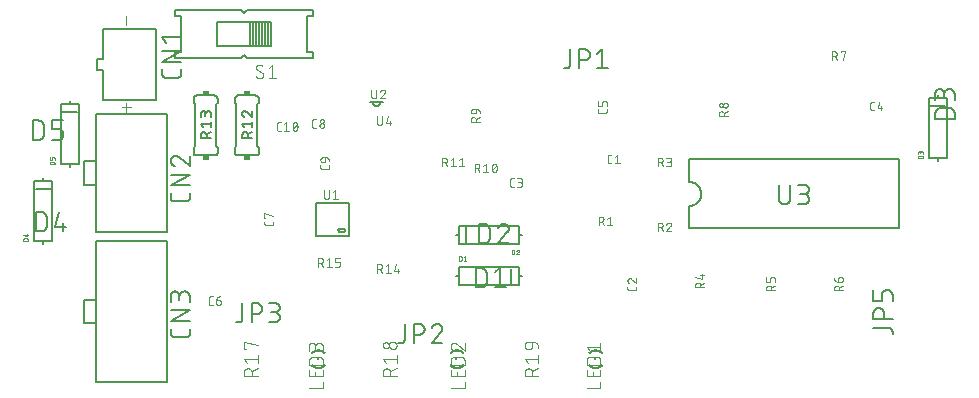
<source format=gbr>
G04 EAGLE Gerber RS-274X export*
G75*
%MOMM*%
%FSLAX34Y34*%
%LPD*%
%INSilkscreen Top*%
%IPPOS*%
%AMOC8*
5,1,8,0,0,1.08239X$1,22.5*%
G01*
%ADD10C,0.076200*%
%ADD11C,0.152400*%
%ADD12C,0.127000*%
%ADD13C,0.101600*%
%ADD14C,0.203200*%
%ADD15C,0.010159*%
%ADD16R,0.200000X0.200000*%
%ADD17R,0.150000X0.250000*%
%ADD18C,0.025400*%
%ADD19R,0.508000X0.381000*%


D10*
X618655Y287881D02*
X617018Y287881D01*
X616940Y287883D01*
X616862Y287888D01*
X616785Y287898D01*
X616708Y287911D01*
X616632Y287927D01*
X616557Y287947D01*
X616483Y287971D01*
X616410Y287998D01*
X616338Y288029D01*
X616268Y288063D01*
X616200Y288100D01*
X616133Y288141D01*
X616068Y288185D01*
X616006Y288231D01*
X615946Y288281D01*
X615888Y288333D01*
X615833Y288388D01*
X615781Y288446D01*
X615731Y288506D01*
X615685Y288568D01*
X615641Y288633D01*
X615600Y288700D01*
X615563Y288768D01*
X615529Y288838D01*
X615498Y288910D01*
X615471Y288983D01*
X615447Y289057D01*
X615427Y289132D01*
X615411Y289208D01*
X615398Y289285D01*
X615388Y289362D01*
X615383Y289440D01*
X615381Y289518D01*
X615381Y293610D01*
X615383Y293690D01*
X615389Y293770D01*
X615399Y293850D01*
X615412Y293929D01*
X615430Y294008D01*
X615451Y294085D01*
X615477Y294161D01*
X615506Y294236D01*
X615538Y294310D01*
X615574Y294382D01*
X615614Y294452D01*
X615657Y294519D01*
X615703Y294585D01*
X615753Y294648D01*
X615805Y294709D01*
X615860Y294768D01*
X615919Y294823D01*
X615979Y294875D01*
X616043Y294925D01*
X616109Y294971D01*
X616176Y295014D01*
X616246Y295054D01*
X616318Y295090D01*
X616392Y295122D01*
X616466Y295151D01*
X616543Y295177D01*
X616620Y295198D01*
X616699Y295216D01*
X616778Y295229D01*
X616858Y295239D01*
X616938Y295245D01*
X617018Y295247D01*
X618655Y295247D01*
X621500Y293610D02*
X623546Y295247D01*
X623546Y287881D01*
X621500Y287881D02*
X625592Y287881D01*
X639619Y183655D02*
X639619Y182018D01*
X639617Y181940D01*
X639612Y181862D01*
X639602Y181785D01*
X639589Y181708D01*
X639573Y181632D01*
X639553Y181557D01*
X639529Y181483D01*
X639502Y181410D01*
X639471Y181338D01*
X639437Y181268D01*
X639400Y181200D01*
X639359Y181133D01*
X639315Y181068D01*
X639269Y181006D01*
X639219Y180946D01*
X639167Y180888D01*
X639112Y180833D01*
X639054Y180781D01*
X638994Y180731D01*
X638932Y180685D01*
X638867Y180641D01*
X638801Y180600D01*
X638732Y180563D01*
X638662Y180529D01*
X638590Y180498D01*
X638517Y180471D01*
X638443Y180447D01*
X638368Y180427D01*
X638292Y180411D01*
X638215Y180398D01*
X638138Y180388D01*
X638060Y180383D01*
X637982Y180381D01*
X633890Y180381D01*
X633810Y180383D01*
X633730Y180389D01*
X633650Y180399D01*
X633571Y180412D01*
X633492Y180430D01*
X633415Y180451D01*
X633339Y180477D01*
X633264Y180506D01*
X633190Y180538D01*
X633118Y180574D01*
X633048Y180614D01*
X632981Y180657D01*
X632915Y180703D01*
X632852Y180753D01*
X632791Y180805D01*
X632732Y180860D01*
X632677Y180919D01*
X632625Y180979D01*
X632575Y181043D01*
X632529Y181108D01*
X632486Y181176D01*
X632446Y181246D01*
X632410Y181318D01*
X632378Y181392D01*
X632349Y181466D01*
X632324Y181543D01*
X632302Y181620D01*
X632284Y181699D01*
X632271Y181778D01*
X632261Y181857D01*
X632255Y181938D01*
X632253Y182018D01*
X632253Y183655D01*
X632253Y188751D02*
X632255Y188836D01*
X632261Y188921D01*
X632271Y189005D01*
X632284Y189089D01*
X632302Y189173D01*
X632323Y189255D01*
X632348Y189336D01*
X632377Y189416D01*
X632410Y189495D01*
X632446Y189572D01*
X632486Y189647D01*
X632529Y189721D01*
X632575Y189792D01*
X632625Y189861D01*
X632678Y189928D01*
X632734Y189992D01*
X632793Y190053D01*
X632854Y190112D01*
X632918Y190168D01*
X632985Y190221D01*
X633054Y190271D01*
X633125Y190317D01*
X633199Y190360D01*
X633274Y190400D01*
X633351Y190436D01*
X633430Y190469D01*
X633510Y190498D01*
X633591Y190523D01*
X633673Y190544D01*
X633757Y190562D01*
X633841Y190575D01*
X633925Y190585D01*
X634010Y190591D01*
X634095Y190593D01*
X632253Y188751D02*
X632255Y188655D01*
X632261Y188559D01*
X632271Y188464D01*
X632284Y188369D01*
X632302Y188274D01*
X632323Y188181D01*
X632348Y188088D01*
X632377Y187997D01*
X632409Y187906D01*
X632445Y187817D01*
X632485Y187730D01*
X632528Y187644D01*
X632574Y187560D01*
X632624Y187478D01*
X632678Y187398D01*
X632734Y187321D01*
X632794Y187246D01*
X632856Y187173D01*
X632922Y187103D01*
X632990Y187035D01*
X633061Y186970D01*
X633134Y186909D01*
X633210Y186850D01*
X633289Y186794D01*
X633369Y186742D01*
X633452Y186693D01*
X633536Y186647D01*
X633622Y186605D01*
X633710Y186567D01*
X633799Y186532D01*
X633890Y186500D01*
X635527Y189978D02*
X635468Y190038D01*
X635406Y190095D01*
X635342Y190150D01*
X635275Y190201D01*
X635206Y190250D01*
X635136Y190296D01*
X635063Y190339D01*
X634989Y190379D01*
X634913Y190415D01*
X634835Y190448D01*
X634756Y190478D01*
X634676Y190505D01*
X634595Y190528D01*
X634513Y190547D01*
X634431Y190563D01*
X634347Y190576D01*
X634263Y190585D01*
X634179Y190590D01*
X634095Y190592D01*
X635527Y189978D02*
X639619Y186500D01*
X639619Y190592D01*
X536155Y267881D02*
X534518Y267881D01*
X534440Y267883D01*
X534362Y267888D01*
X534285Y267898D01*
X534208Y267911D01*
X534132Y267927D01*
X534057Y267947D01*
X533983Y267971D01*
X533910Y267998D01*
X533838Y268029D01*
X533768Y268063D01*
X533700Y268100D01*
X533633Y268141D01*
X533568Y268185D01*
X533506Y268231D01*
X533446Y268281D01*
X533388Y268333D01*
X533333Y268388D01*
X533281Y268446D01*
X533231Y268506D01*
X533185Y268568D01*
X533141Y268633D01*
X533100Y268700D01*
X533063Y268768D01*
X533029Y268838D01*
X532998Y268910D01*
X532971Y268983D01*
X532947Y269057D01*
X532927Y269132D01*
X532911Y269208D01*
X532898Y269285D01*
X532888Y269362D01*
X532883Y269440D01*
X532881Y269518D01*
X532881Y273610D01*
X532883Y273690D01*
X532889Y273770D01*
X532899Y273850D01*
X532912Y273929D01*
X532930Y274008D01*
X532951Y274085D01*
X532977Y274161D01*
X533006Y274236D01*
X533038Y274310D01*
X533074Y274382D01*
X533114Y274452D01*
X533157Y274519D01*
X533203Y274585D01*
X533253Y274648D01*
X533305Y274709D01*
X533360Y274768D01*
X533419Y274823D01*
X533479Y274875D01*
X533543Y274925D01*
X533609Y274971D01*
X533676Y275014D01*
X533746Y275054D01*
X533818Y275090D01*
X533892Y275122D01*
X533966Y275151D01*
X534043Y275177D01*
X534120Y275198D01*
X534199Y275216D01*
X534278Y275229D01*
X534358Y275239D01*
X534438Y275245D01*
X534518Y275247D01*
X536155Y275247D01*
X539000Y267881D02*
X541046Y267881D01*
X541135Y267883D01*
X541224Y267889D01*
X541313Y267899D01*
X541401Y267912D01*
X541489Y267929D01*
X541576Y267951D01*
X541661Y267976D01*
X541746Y268004D01*
X541829Y268037D01*
X541911Y268073D01*
X541991Y268112D01*
X542069Y268155D01*
X542145Y268201D01*
X542220Y268251D01*
X542292Y268304D01*
X542361Y268360D01*
X542428Y268419D01*
X542493Y268480D01*
X542554Y268545D01*
X542613Y268612D01*
X542669Y268681D01*
X542722Y268753D01*
X542772Y268828D01*
X542818Y268904D01*
X542861Y268982D01*
X542900Y269062D01*
X542936Y269144D01*
X542969Y269227D01*
X542997Y269312D01*
X543022Y269397D01*
X543044Y269484D01*
X543061Y269572D01*
X543074Y269660D01*
X543084Y269749D01*
X543090Y269838D01*
X543092Y269927D01*
X543090Y270016D01*
X543084Y270105D01*
X543074Y270194D01*
X543061Y270282D01*
X543044Y270370D01*
X543022Y270457D01*
X542997Y270542D01*
X542969Y270627D01*
X542936Y270710D01*
X542900Y270792D01*
X542861Y270872D01*
X542818Y270950D01*
X542772Y271026D01*
X542722Y271101D01*
X542669Y271173D01*
X542613Y271242D01*
X542554Y271309D01*
X542493Y271374D01*
X542428Y271435D01*
X542361Y271494D01*
X542292Y271550D01*
X542220Y271603D01*
X542145Y271653D01*
X542069Y271699D01*
X541991Y271742D01*
X541911Y271781D01*
X541829Y271817D01*
X541746Y271850D01*
X541661Y271878D01*
X541576Y271903D01*
X541489Y271925D01*
X541401Y271942D01*
X541313Y271955D01*
X541224Y271965D01*
X541135Y271971D01*
X541046Y271973D01*
X541455Y275247D02*
X539000Y275247D01*
X541455Y275247D02*
X541534Y275245D01*
X541613Y275239D01*
X541692Y275230D01*
X541770Y275217D01*
X541847Y275199D01*
X541923Y275179D01*
X541998Y275154D01*
X542072Y275126D01*
X542145Y275095D01*
X542216Y275059D01*
X542285Y275021D01*
X542352Y274979D01*
X542417Y274934D01*
X542480Y274886D01*
X542541Y274835D01*
X542598Y274781D01*
X542654Y274725D01*
X542706Y274666D01*
X542756Y274604D01*
X542802Y274540D01*
X542846Y274474D01*
X542886Y274406D01*
X542922Y274336D01*
X542956Y274264D01*
X542986Y274190D01*
X543012Y274116D01*
X543035Y274040D01*
X543053Y273963D01*
X543069Y273886D01*
X543080Y273807D01*
X543088Y273729D01*
X543092Y273650D01*
X543092Y273570D01*
X543088Y273491D01*
X543080Y273413D01*
X543069Y273334D01*
X543053Y273257D01*
X543035Y273180D01*
X543012Y273104D01*
X542986Y273030D01*
X542956Y272956D01*
X542922Y272884D01*
X542886Y272814D01*
X542846Y272746D01*
X542802Y272680D01*
X542756Y272616D01*
X542706Y272554D01*
X542654Y272495D01*
X542598Y272439D01*
X542541Y272385D01*
X542480Y272334D01*
X542417Y272286D01*
X542352Y272241D01*
X542285Y272199D01*
X542216Y272161D01*
X542145Y272125D01*
X542072Y272094D01*
X541998Y272066D01*
X541923Y272041D01*
X541847Y272021D01*
X541770Y272003D01*
X541692Y271990D01*
X541613Y271981D01*
X541534Y271975D01*
X541455Y271973D01*
X539819Y271973D01*
X839518Y332881D02*
X841155Y332881D01*
X839518Y332881D02*
X839440Y332883D01*
X839362Y332888D01*
X839285Y332898D01*
X839208Y332911D01*
X839132Y332927D01*
X839057Y332947D01*
X838983Y332971D01*
X838910Y332998D01*
X838838Y333029D01*
X838768Y333063D01*
X838700Y333100D01*
X838633Y333141D01*
X838568Y333185D01*
X838506Y333231D01*
X838446Y333281D01*
X838388Y333333D01*
X838333Y333388D01*
X838281Y333446D01*
X838231Y333506D01*
X838185Y333568D01*
X838141Y333633D01*
X838100Y333700D01*
X838063Y333768D01*
X838029Y333838D01*
X837998Y333910D01*
X837971Y333983D01*
X837947Y334057D01*
X837927Y334132D01*
X837911Y334208D01*
X837898Y334285D01*
X837888Y334362D01*
X837883Y334440D01*
X837881Y334518D01*
X837881Y338610D01*
X837883Y338690D01*
X837889Y338770D01*
X837899Y338850D01*
X837912Y338929D01*
X837930Y339008D01*
X837951Y339085D01*
X837977Y339161D01*
X838006Y339236D01*
X838038Y339310D01*
X838074Y339382D01*
X838114Y339452D01*
X838157Y339519D01*
X838203Y339585D01*
X838253Y339648D01*
X838305Y339709D01*
X838360Y339768D01*
X838419Y339823D01*
X838479Y339875D01*
X838543Y339925D01*
X838609Y339971D01*
X838676Y340014D01*
X838746Y340054D01*
X838818Y340090D01*
X838892Y340122D01*
X838966Y340151D01*
X839043Y340177D01*
X839120Y340198D01*
X839199Y340216D01*
X839278Y340229D01*
X839358Y340239D01*
X839438Y340245D01*
X839518Y340247D01*
X841155Y340247D01*
X845637Y340247D02*
X844000Y334518D01*
X848092Y334518D01*
X846865Y336155D02*
X846865Y332881D01*
X614619Y333655D02*
X614619Y332018D01*
X614617Y331940D01*
X614612Y331862D01*
X614602Y331785D01*
X614589Y331708D01*
X614573Y331632D01*
X614553Y331557D01*
X614529Y331483D01*
X614502Y331410D01*
X614471Y331338D01*
X614437Y331268D01*
X614400Y331200D01*
X614359Y331133D01*
X614315Y331068D01*
X614269Y331006D01*
X614219Y330946D01*
X614167Y330888D01*
X614112Y330833D01*
X614054Y330781D01*
X613994Y330731D01*
X613932Y330685D01*
X613867Y330641D01*
X613801Y330600D01*
X613732Y330563D01*
X613662Y330529D01*
X613590Y330498D01*
X613517Y330471D01*
X613443Y330447D01*
X613368Y330427D01*
X613292Y330411D01*
X613215Y330398D01*
X613138Y330388D01*
X613060Y330383D01*
X612982Y330381D01*
X608890Y330381D01*
X608810Y330383D01*
X608730Y330389D01*
X608650Y330399D01*
X608571Y330412D01*
X608492Y330430D01*
X608415Y330451D01*
X608339Y330477D01*
X608264Y330506D01*
X608190Y330538D01*
X608118Y330574D01*
X608048Y330614D01*
X607981Y330657D01*
X607915Y330703D01*
X607852Y330753D01*
X607791Y330805D01*
X607732Y330860D01*
X607677Y330919D01*
X607625Y330979D01*
X607575Y331043D01*
X607529Y331108D01*
X607486Y331176D01*
X607446Y331246D01*
X607410Y331318D01*
X607378Y331392D01*
X607349Y331466D01*
X607324Y331543D01*
X607302Y331620D01*
X607284Y331699D01*
X607271Y331778D01*
X607261Y331857D01*
X607255Y331938D01*
X607253Y332018D01*
X607253Y333655D01*
X614619Y336500D02*
X614619Y338955D01*
X614617Y339033D01*
X614612Y339111D01*
X614602Y339188D01*
X614589Y339265D01*
X614573Y339341D01*
X614553Y339416D01*
X614529Y339490D01*
X614502Y339563D01*
X614471Y339635D01*
X614437Y339705D01*
X614400Y339774D01*
X614359Y339840D01*
X614315Y339905D01*
X614269Y339967D01*
X614219Y340027D01*
X614167Y340085D01*
X614112Y340140D01*
X614054Y340192D01*
X613994Y340242D01*
X613932Y340288D01*
X613867Y340332D01*
X613801Y340373D01*
X613732Y340410D01*
X613662Y340444D01*
X613590Y340475D01*
X613517Y340502D01*
X613443Y340526D01*
X613368Y340546D01*
X613292Y340562D01*
X613215Y340575D01*
X613138Y340585D01*
X613060Y340590D01*
X612982Y340592D01*
X612164Y340592D01*
X612084Y340590D01*
X612004Y340584D01*
X611924Y340574D01*
X611845Y340561D01*
X611766Y340543D01*
X611689Y340522D01*
X611613Y340496D01*
X611538Y340467D01*
X611464Y340435D01*
X611392Y340399D01*
X611322Y340359D01*
X611255Y340316D01*
X611189Y340270D01*
X611126Y340220D01*
X611065Y340168D01*
X611006Y340113D01*
X610951Y340054D01*
X610899Y339994D01*
X610849Y339930D01*
X610803Y339864D01*
X610760Y339797D01*
X610720Y339727D01*
X610684Y339655D01*
X610652Y339581D01*
X610623Y339507D01*
X610597Y339430D01*
X610576Y339353D01*
X610558Y339274D01*
X610545Y339195D01*
X610535Y339115D01*
X610529Y339035D01*
X610527Y338955D01*
X610527Y336500D01*
X607253Y336500D01*
X607253Y340592D01*
X281155Y167881D02*
X279518Y167881D01*
X279440Y167883D01*
X279362Y167888D01*
X279285Y167898D01*
X279208Y167911D01*
X279132Y167927D01*
X279057Y167947D01*
X278983Y167971D01*
X278910Y167998D01*
X278838Y168029D01*
X278768Y168063D01*
X278700Y168100D01*
X278633Y168141D01*
X278568Y168185D01*
X278506Y168231D01*
X278446Y168281D01*
X278388Y168333D01*
X278333Y168388D01*
X278281Y168446D01*
X278231Y168506D01*
X278185Y168568D01*
X278141Y168633D01*
X278100Y168700D01*
X278063Y168768D01*
X278029Y168838D01*
X277998Y168910D01*
X277971Y168983D01*
X277947Y169057D01*
X277927Y169132D01*
X277911Y169208D01*
X277898Y169285D01*
X277888Y169362D01*
X277883Y169440D01*
X277881Y169518D01*
X277881Y173610D01*
X277883Y173690D01*
X277889Y173770D01*
X277899Y173850D01*
X277912Y173929D01*
X277930Y174008D01*
X277951Y174085D01*
X277977Y174161D01*
X278006Y174236D01*
X278038Y174310D01*
X278074Y174382D01*
X278114Y174452D01*
X278157Y174519D01*
X278203Y174585D01*
X278253Y174648D01*
X278305Y174709D01*
X278360Y174768D01*
X278419Y174823D01*
X278479Y174875D01*
X278543Y174925D01*
X278609Y174971D01*
X278676Y175014D01*
X278746Y175054D01*
X278818Y175090D01*
X278892Y175122D01*
X278966Y175151D01*
X279043Y175177D01*
X279120Y175198D01*
X279199Y175216D01*
X279278Y175229D01*
X279358Y175239D01*
X279438Y175245D01*
X279518Y175247D01*
X281155Y175247D01*
X284000Y171973D02*
X286455Y171973D01*
X286533Y171971D01*
X286611Y171966D01*
X286688Y171956D01*
X286765Y171943D01*
X286841Y171927D01*
X286916Y171907D01*
X286990Y171883D01*
X287063Y171856D01*
X287135Y171825D01*
X287205Y171791D01*
X287274Y171754D01*
X287340Y171713D01*
X287405Y171669D01*
X287467Y171623D01*
X287527Y171573D01*
X287585Y171521D01*
X287640Y171466D01*
X287692Y171408D01*
X287742Y171348D01*
X287788Y171286D01*
X287832Y171221D01*
X287873Y171155D01*
X287910Y171086D01*
X287944Y171016D01*
X287975Y170944D01*
X288002Y170871D01*
X288026Y170797D01*
X288046Y170722D01*
X288062Y170646D01*
X288075Y170569D01*
X288085Y170492D01*
X288090Y170414D01*
X288092Y170336D01*
X288092Y169927D01*
X288090Y169838D01*
X288084Y169749D01*
X288074Y169660D01*
X288061Y169572D01*
X288044Y169484D01*
X288022Y169397D01*
X287997Y169312D01*
X287969Y169227D01*
X287936Y169144D01*
X287900Y169062D01*
X287861Y168982D01*
X287818Y168904D01*
X287772Y168828D01*
X287722Y168753D01*
X287669Y168681D01*
X287613Y168612D01*
X287554Y168545D01*
X287493Y168480D01*
X287428Y168419D01*
X287361Y168360D01*
X287292Y168304D01*
X287220Y168251D01*
X287145Y168201D01*
X287069Y168155D01*
X286991Y168112D01*
X286911Y168073D01*
X286829Y168037D01*
X286746Y168004D01*
X286661Y167976D01*
X286576Y167951D01*
X286489Y167929D01*
X286401Y167912D01*
X286313Y167899D01*
X286224Y167889D01*
X286135Y167883D01*
X286046Y167881D01*
X285957Y167883D01*
X285868Y167889D01*
X285779Y167899D01*
X285691Y167912D01*
X285603Y167929D01*
X285516Y167951D01*
X285431Y167976D01*
X285346Y168004D01*
X285263Y168037D01*
X285181Y168073D01*
X285101Y168112D01*
X285023Y168155D01*
X284947Y168201D01*
X284872Y168251D01*
X284800Y168304D01*
X284731Y168360D01*
X284664Y168419D01*
X284599Y168480D01*
X284538Y168545D01*
X284479Y168612D01*
X284423Y168681D01*
X284370Y168753D01*
X284320Y168828D01*
X284274Y168904D01*
X284231Y168982D01*
X284192Y169062D01*
X284156Y169144D01*
X284123Y169227D01*
X284095Y169312D01*
X284070Y169397D01*
X284048Y169484D01*
X284031Y169572D01*
X284018Y169660D01*
X284008Y169749D01*
X284002Y169838D01*
X284000Y169927D01*
X284000Y171973D01*
X284002Y172087D01*
X284008Y172201D01*
X284018Y172315D01*
X284032Y172429D01*
X284050Y172542D01*
X284072Y172654D01*
X284097Y172765D01*
X284127Y172875D01*
X284160Y172985D01*
X284197Y173093D01*
X284238Y173199D01*
X284283Y173305D01*
X284331Y173408D01*
X284383Y173510D01*
X284439Y173610D01*
X284497Y173708D01*
X284560Y173804D01*
X284625Y173897D01*
X284694Y173989D01*
X284766Y174077D01*
X284841Y174164D01*
X284919Y174247D01*
X285000Y174328D01*
X285083Y174406D01*
X285170Y174481D01*
X285258Y174553D01*
X285350Y174622D01*
X285443Y174687D01*
X285539Y174749D01*
X285637Y174808D01*
X285737Y174864D01*
X285839Y174916D01*
X285942Y174964D01*
X286048Y175009D01*
X286154Y175050D01*
X286262Y175087D01*
X286372Y175120D01*
X286482Y175150D01*
X286593Y175175D01*
X286705Y175197D01*
X286818Y175215D01*
X286932Y175229D01*
X287046Y175239D01*
X287160Y175245D01*
X287274Y175247D01*
X332119Y237018D02*
X332119Y238655D01*
X332119Y237018D02*
X332117Y236940D01*
X332112Y236862D01*
X332102Y236785D01*
X332089Y236708D01*
X332073Y236632D01*
X332053Y236557D01*
X332029Y236483D01*
X332002Y236410D01*
X331971Y236338D01*
X331937Y236268D01*
X331900Y236200D01*
X331859Y236133D01*
X331815Y236068D01*
X331769Y236006D01*
X331719Y235946D01*
X331667Y235888D01*
X331612Y235833D01*
X331554Y235781D01*
X331494Y235731D01*
X331432Y235685D01*
X331367Y235641D01*
X331301Y235600D01*
X331232Y235563D01*
X331162Y235529D01*
X331090Y235498D01*
X331017Y235471D01*
X330943Y235447D01*
X330868Y235427D01*
X330792Y235411D01*
X330715Y235398D01*
X330638Y235388D01*
X330560Y235383D01*
X330482Y235381D01*
X326390Y235381D01*
X326310Y235383D01*
X326230Y235389D01*
X326150Y235399D01*
X326071Y235412D01*
X325992Y235430D01*
X325915Y235451D01*
X325839Y235477D01*
X325764Y235506D01*
X325690Y235538D01*
X325618Y235574D01*
X325548Y235614D01*
X325481Y235657D01*
X325415Y235703D01*
X325352Y235753D01*
X325291Y235805D01*
X325232Y235860D01*
X325177Y235919D01*
X325125Y235979D01*
X325075Y236043D01*
X325029Y236108D01*
X324986Y236176D01*
X324946Y236246D01*
X324910Y236318D01*
X324878Y236392D01*
X324849Y236466D01*
X324824Y236543D01*
X324802Y236620D01*
X324784Y236699D01*
X324771Y236778D01*
X324761Y236857D01*
X324755Y236938D01*
X324753Y237018D01*
X324753Y238655D01*
X324753Y241500D02*
X325571Y241500D01*
X324753Y241500D02*
X324753Y245592D01*
X332119Y243546D01*
X367018Y317881D02*
X368655Y317881D01*
X367018Y317881D02*
X366940Y317883D01*
X366862Y317888D01*
X366785Y317898D01*
X366708Y317911D01*
X366632Y317927D01*
X366557Y317947D01*
X366483Y317971D01*
X366410Y317998D01*
X366338Y318029D01*
X366268Y318063D01*
X366200Y318100D01*
X366133Y318141D01*
X366068Y318185D01*
X366006Y318231D01*
X365946Y318281D01*
X365888Y318333D01*
X365833Y318388D01*
X365781Y318446D01*
X365731Y318506D01*
X365685Y318568D01*
X365641Y318633D01*
X365600Y318700D01*
X365563Y318768D01*
X365529Y318838D01*
X365498Y318910D01*
X365471Y318983D01*
X365447Y319057D01*
X365427Y319132D01*
X365411Y319208D01*
X365398Y319285D01*
X365388Y319362D01*
X365383Y319440D01*
X365381Y319518D01*
X365381Y323610D01*
X365383Y323690D01*
X365389Y323770D01*
X365399Y323850D01*
X365412Y323929D01*
X365430Y324008D01*
X365451Y324085D01*
X365477Y324161D01*
X365506Y324236D01*
X365538Y324310D01*
X365574Y324382D01*
X365614Y324452D01*
X365657Y324519D01*
X365703Y324585D01*
X365753Y324648D01*
X365805Y324709D01*
X365860Y324768D01*
X365919Y324823D01*
X365979Y324875D01*
X366043Y324925D01*
X366109Y324971D01*
X366176Y325014D01*
X366246Y325054D01*
X366318Y325090D01*
X366392Y325122D01*
X366466Y325151D01*
X366543Y325177D01*
X366620Y325198D01*
X366699Y325216D01*
X366778Y325229D01*
X366858Y325239D01*
X366938Y325245D01*
X367018Y325247D01*
X368655Y325247D01*
X371500Y319927D02*
X371502Y320016D01*
X371508Y320105D01*
X371518Y320194D01*
X371531Y320282D01*
X371548Y320370D01*
X371570Y320457D01*
X371595Y320542D01*
X371623Y320627D01*
X371656Y320710D01*
X371692Y320792D01*
X371731Y320872D01*
X371774Y320950D01*
X371820Y321026D01*
X371870Y321101D01*
X371923Y321173D01*
X371979Y321242D01*
X372038Y321309D01*
X372099Y321374D01*
X372164Y321435D01*
X372231Y321494D01*
X372300Y321550D01*
X372372Y321603D01*
X372447Y321653D01*
X372523Y321699D01*
X372601Y321742D01*
X372681Y321781D01*
X372763Y321817D01*
X372846Y321850D01*
X372931Y321878D01*
X373016Y321903D01*
X373103Y321925D01*
X373191Y321942D01*
X373279Y321955D01*
X373368Y321965D01*
X373457Y321971D01*
X373546Y321973D01*
X373635Y321971D01*
X373724Y321965D01*
X373813Y321955D01*
X373901Y321942D01*
X373989Y321925D01*
X374076Y321903D01*
X374161Y321878D01*
X374246Y321850D01*
X374329Y321817D01*
X374411Y321781D01*
X374491Y321742D01*
X374569Y321699D01*
X374645Y321653D01*
X374720Y321603D01*
X374792Y321550D01*
X374861Y321494D01*
X374928Y321435D01*
X374993Y321374D01*
X375054Y321309D01*
X375113Y321242D01*
X375169Y321173D01*
X375222Y321101D01*
X375272Y321026D01*
X375318Y320950D01*
X375361Y320872D01*
X375400Y320792D01*
X375436Y320710D01*
X375469Y320627D01*
X375497Y320542D01*
X375522Y320457D01*
X375544Y320370D01*
X375561Y320282D01*
X375574Y320194D01*
X375584Y320105D01*
X375590Y320016D01*
X375592Y319927D01*
X375590Y319838D01*
X375584Y319749D01*
X375574Y319660D01*
X375561Y319572D01*
X375544Y319484D01*
X375522Y319397D01*
X375497Y319312D01*
X375469Y319227D01*
X375436Y319144D01*
X375400Y319062D01*
X375361Y318982D01*
X375318Y318904D01*
X375272Y318828D01*
X375222Y318753D01*
X375169Y318681D01*
X375113Y318612D01*
X375054Y318545D01*
X374993Y318480D01*
X374928Y318419D01*
X374861Y318360D01*
X374792Y318304D01*
X374720Y318251D01*
X374645Y318201D01*
X374569Y318155D01*
X374491Y318112D01*
X374411Y318073D01*
X374329Y318037D01*
X374246Y318004D01*
X374161Y317976D01*
X374076Y317951D01*
X373989Y317929D01*
X373901Y317912D01*
X373813Y317899D01*
X373724Y317889D01*
X373635Y317883D01*
X373546Y317881D01*
X373457Y317883D01*
X373368Y317889D01*
X373279Y317899D01*
X373191Y317912D01*
X373103Y317929D01*
X373016Y317951D01*
X372931Y317976D01*
X372846Y318004D01*
X372763Y318037D01*
X372681Y318073D01*
X372601Y318112D01*
X372523Y318155D01*
X372447Y318201D01*
X372372Y318251D01*
X372300Y318304D01*
X372231Y318360D01*
X372164Y318419D01*
X372099Y318480D01*
X372038Y318545D01*
X371979Y318612D01*
X371923Y318681D01*
X371870Y318753D01*
X371820Y318828D01*
X371774Y318904D01*
X371731Y318982D01*
X371692Y319062D01*
X371656Y319144D01*
X371623Y319227D01*
X371595Y319312D01*
X371570Y319397D01*
X371548Y319484D01*
X371531Y319572D01*
X371518Y319660D01*
X371508Y319749D01*
X371502Y319838D01*
X371500Y319927D01*
X371909Y323610D02*
X371911Y323689D01*
X371917Y323768D01*
X371926Y323847D01*
X371939Y323925D01*
X371957Y324002D01*
X371977Y324078D01*
X372002Y324153D01*
X372030Y324227D01*
X372061Y324300D01*
X372097Y324371D01*
X372135Y324440D01*
X372177Y324507D01*
X372222Y324572D01*
X372270Y324635D01*
X372321Y324696D01*
X372375Y324753D01*
X372431Y324809D01*
X372490Y324861D01*
X372552Y324911D01*
X372616Y324957D01*
X372682Y325001D01*
X372750Y325041D01*
X372820Y325077D01*
X372892Y325111D01*
X372966Y325141D01*
X373040Y325167D01*
X373116Y325190D01*
X373193Y325208D01*
X373270Y325224D01*
X373349Y325235D01*
X373427Y325243D01*
X373506Y325247D01*
X373586Y325247D01*
X373665Y325243D01*
X373743Y325235D01*
X373822Y325224D01*
X373899Y325208D01*
X373976Y325190D01*
X374052Y325167D01*
X374126Y325141D01*
X374200Y325111D01*
X374272Y325077D01*
X374342Y325041D01*
X374410Y325001D01*
X374476Y324957D01*
X374540Y324911D01*
X374602Y324861D01*
X374661Y324809D01*
X374717Y324753D01*
X374771Y324696D01*
X374822Y324635D01*
X374870Y324572D01*
X374915Y324507D01*
X374957Y324440D01*
X374995Y324371D01*
X375031Y324300D01*
X375062Y324227D01*
X375090Y324153D01*
X375115Y324078D01*
X375135Y324002D01*
X375153Y323925D01*
X375166Y323847D01*
X375175Y323768D01*
X375181Y323689D01*
X375183Y323610D01*
X375181Y323531D01*
X375175Y323452D01*
X375166Y323373D01*
X375153Y323295D01*
X375135Y323218D01*
X375115Y323142D01*
X375090Y323067D01*
X375062Y322993D01*
X375031Y322920D01*
X374995Y322849D01*
X374957Y322780D01*
X374915Y322713D01*
X374870Y322648D01*
X374822Y322585D01*
X374771Y322524D01*
X374717Y322467D01*
X374661Y322411D01*
X374602Y322359D01*
X374540Y322309D01*
X374476Y322263D01*
X374410Y322219D01*
X374342Y322179D01*
X374272Y322143D01*
X374200Y322109D01*
X374126Y322079D01*
X374052Y322053D01*
X373976Y322030D01*
X373899Y322012D01*
X373822Y321996D01*
X373743Y321985D01*
X373665Y321977D01*
X373586Y321973D01*
X373506Y321973D01*
X373427Y321977D01*
X373349Y321985D01*
X373270Y321996D01*
X373193Y322012D01*
X373116Y322030D01*
X373040Y322053D01*
X372966Y322079D01*
X372892Y322109D01*
X372820Y322143D01*
X372750Y322179D01*
X372682Y322219D01*
X372616Y322263D01*
X372552Y322309D01*
X372490Y322359D01*
X372431Y322411D01*
X372375Y322467D01*
X372321Y322524D01*
X372270Y322585D01*
X372222Y322648D01*
X372177Y322713D01*
X372135Y322780D01*
X372097Y322849D01*
X372061Y322920D01*
X372030Y322993D01*
X372002Y323067D01*
X371977Y323142D01*
X371957Y323218D01*
X371939Y323295D01*
X371926Y323373D01*
X371917Y323452D01*
X371911Y323531D01*
X371909Y323610D01*
X379619Y286155D02*
X379619Y284518D01*
X379617Y284440D01*
X379612Y284362D01*
X379602Y284285D01*
X379589Y284208D01*
X379573Y284132D01*
X379553Y284057D01*
X379529Y283983D01*
X379502Y283910D01*
X379471Y283838D01*
X379437Y283768D01*
X379400Y283700D01*
X379359Y283633D01*
X379315Y283568D01*
X379269Y283506D01*
X379219Y283446D01*
X379167Y283388D01*
X379112Y283333D01*
X379054Y283281D01*
X378994Y283231D01*
X378932Y283185D01*
X378867Y283141D01*
X378801Y283100D01*
X378732Y283063D01*
X378662Y283029D01*
X378590Y282998D01*
X378517Y282971D01*
X378443Y282947D01*
X378368Y282927D01*
X378292Y282911D01*
X378215Y282898D01*
X378138Y282888D01*
X378060Y282883D01*
X377982Y282881D01*
X373890Y282881D01*
X373810Y282883D01*
X373730Y282889D01*
X373650Y282899D01*
X373571Y282912D01*
X373492Y282930D01*
X373415Y282951D01*
X373339Y282977D01*
X373264Y283006D01*
X373190Y283038D01*
X373118Y283074D01*
X373048Y283114D01*
X372981Y283157D01*
X372915Y283203D01*
X372852Y283253D01*
X372791Y283305D01*
X372732Y283360D01*
X372677Y283419D01*
X372625Y283479D01*
X372575Y283543D01*
X372529Y283608D01*
X372486Y283676D01*
X372446Y283746D01*
X372410Y283818D01*
X372378Y283892D01*
X372349Y283966D01*
X372324Y284043D01*
X372302Y284120D01*
X372284Y284199D01*
X372271Y284278D01*
X372261Y284357D01*
X372255Y284438D01*
X372253Y284518D01*
X372253Y286155D01*
X376345Y290637D02*
X376345Y293092D01*
X376345Y290637D02*
X376343Y290559D01*
X376338Y290481D01*
X376328Y290404D01*
X376315Y290327D01*
X376299Y290251D01*
X376279Y290176D01*
X376255Y290102D01*
X376228Y290029D01*
X376197Y289957D01*
X376163Y289887D01*
X376126Y289819D01*
X376085Y289752D01*
X376041Y289687D01*
X375995Y289625D01*
X375945Y289565D01*
X375893Y289507D01*
X375838Y289452D01*
X375780Y289400D01*
X375720Y289350D01*
X375658Y289304D01*
X375593Y289260D01*
X375527Y289219D01*
X375458Y289182D01*
X375388Y289148D01*
X375316Y289117D01*
X375243Y289090D01*
X375169Y289066D01*
X375094Y289046D01*
X375018Y289030D01*
X374941Y289017D01*
X374864Y289007D01*
X374786Y289002D01*
X374708Y289000D01*
X374299Y289000D01*
X374210Y289002D01*
X374121Y289008D01*
X374032Y289018D01*
X373944Y289031D01*
X373856Y289048D01*
X373769Y289070D01*
X373684Y289095D01*
X373599Y289123D01*
X373516Y289156D01*
X373434Y289192D01*
X373354Y289231D01*
X373276Y289274D01*
X373200Y289320D01*
X373125Y289370D01*
X373053Y289423D01*
X372984Y289479D01*
X372917Y289538D01*
X372852Y289599D01*
X372791Y289664D01*
X372732Y289731D01*
X372676Y289800D01*
X372623Y289872D01*
X372573Y289947D01*
X372527Y290023D01*
X372484Y290101D01*
X372445Y290181D01*
X372409Y290263D01*
X372376Y290346D01*
X372348Y290431D01*
X372323Y290516D01*
X372301Y290603D01*
X372284Y290691D01*
X372271Y290779D01*
X372261Y290868D01*
X372255Y290957D01*
X372253Y291046D01*
X372255Y291135D01*
X372261Y291224D01*
X372271Y291313D01*
X372284Y291401D01*
X372301Y291489D01*
X372323Y291576D01*
X372348Y291661D01*
X372376Y291746D01*
X372409Y291829D01*
X372445Y291911D01*
X372484Y291991D01*
X372527Y292069D01*
X372573Y292145D01*
X372623Y292220D01*
X372676Y292292D01*
X372732Y292361D01*
X372791Y292428D01*
X372852Y292493D01*
X372917Y292554D01*
X372984Y292613D01*
X373053Y292669D01*
X373125Y292722D01*
X373200Y292772D01*
X373276Y292818D01*
X373354Y292861D01*
X373434Y292900D01*
X373516Y292936D01*
X373599Y292969D01*
X373684Y292997D01*
X373769Y293022D01*
X373856Y293044D01*
X373944Y293061D01*
X374032Y293074D01*
X374121Y293084D01*
X374210Y293090D01*
X374299Y293092D01*
X376345Y293092D01*
X376345Y293093D02*
X376457Y293091D01*
X376568Y293085D01*
X376680Y293076D01*
X376791Y293063D01*
X376901Y293045D01*
X377011Y293025D01*
X377120Y293000D01*
X377228Y292972D01*
X377335Y292940D01*
X377441Y292904D01*
X377546Y292865D01*
X377649Y292822D01*
X377751Y292776D01*
X377851Y292726D01*
X377950Y292673D01*
X378046Y292616D01*
X378141Y292557D01*
X378233Y292494D01*
X378323Y292428D01*
X378411Y292359D01*
X378497Y292287D01*
X378580Y292212D01*
X378660Y292134D01*
X378738Y292054D01*
X378813Y291971D01*
X378885Y291885D01*
X378954Y291797D01*
X379020Y291707D01*
X379083Y291615D01*
X379142Y291520D01*
X379199Y291424D01*
X379252Y291325D01*
X379302Y291225D01*
X379348Y291123D01*
X379391Y291020D01*
X379430Y290915D01*
X379466Y290809D01*
X379498Y290702D01*
X379526Y290594D01*
X379551Y290485D01*
X379571Y290375D01*
X379589Y290265D01*
X379602Y290154D01*
X379611Y290042D01*
X379617Y289931D01*
X379619Y289819D01*
X338655Y315381D02*
X337018Y315381D01*
X336940Y315383D01*
X336862Y315388D01*
X336785Y315398D01*
X336708Y315411D01*
X336632Y315427D01*
X336557Y315447D01*
X336483Y315471D01*
X336410Y315498D01*
X336338Y315529D01*
X336268Y315563D01*
X336200Y315600D01*
X336133Y315641D01*
X336068Y315685D01*
X336006Y315731D01*
X335946Y315781D01*
X335888Y315833D01*
X335833Y315888D01*
X335781Y315946D01*
X335731Y316006D01*
X335685Y316068D01*
X335641Y316133D01*
X335600Y316200D01*
X335563Y316268D01*
X335529Y316338D01*
X335498Y316410D01*
X335471Y316483D01*
X335447Y316557D01*
X335427Y316632D01*
X335411Y316708D01*
X335398Y316785D01*
X335388Y316862D01*
X335383Y316940D01*
X335381Y317018D01*
X335381Y321110D01*
X335383Y321190D01*
X335389Y321270D01*
X335399Y321350D01*
X335412Y321429D01*
X335430Y321508D01*
X335451Y321585D01*
X335477Y321661D01*
X335506Y321736D01*
X335538Y321810D01*
X335574Y321882D01*
X335614Y321952D01*
X335657Y322019D01*
X335703Y322085D01*
X335753Y322148D01*
X335805Y322209D01*
X335860Y322268D01*
X335919Y322323D01*
X335979Y322375D01*
X336043Y322425D01*
X336109Y322471D01*
X336176Y322514D01*
X336246Y322554D01*
X336318Y322590D01*
X336392Y322622D01*
X336466Y322651D01*
X336543Y322677D01*
X336620Y322698D01*
X336699Y322716D01*
X336778Y322729D01*
X336858Y322739D01*
X336938Y322745D01*
X337018Y322747D01*
X338655Y322747D01*
X341500Y321110D02*
X343546Y322747D01*
X343546Y315381D01*
X341500Y315381D02*
X345592Y315381D01*
X348816Y319064D02*
X348818Y319217D01*
X348824Y319370D01*
X348833Y319522D01*
X348847Y319675D01*
X348864Y319827D01*
X348885Y319978D01*
X348910Y320129D01*
X348939Y320279D01*
X348971Y320429D01*
X349008Y320577D01*
X349048Y320725D01*
X349091Y320872D01*
X349139Y321017D01*
X349190Y321161D01*
X349244Y321304D01*
X349303Y321446D01*
X349364Y321585D01*
X349430Y321724D01*
X349429Y321724D02*
X349455Y321794D01*
X349485Y321864D01*
X349518Y321931D01*
X349554Y321997D01*
X349593Y322061D01*
X349636Y322123D01*
X349682Y322182D01*
X349730Y322240D01*
X349781Y322294D01*
X349835Y322347D01*
X349892Y322396D01*
X349951Y322443D01*
X350012Y322486D01*
X350075Y322527D01*
X350140Y322564D01*
X350207Y322599D01*
X350276Y322629D01*
X350346Y322657D01*
X350417Y322680D01*
X350489Y322701D01*
X350562Y322717D01*
X350636Y322730D01*
X350711Y322740D01*
X350786Y322745D01*
X350861Y322747D01*
X350936Y322745D01*
X351011Y322740D01*
X351086Y322730D01*
X351160Y322717D01*
X351233Y322701D01*
X351305Y322680D01*
X351376Y322657D01*
X351446Y322629D01*
X351515Y322599D01*
X351582Y322564D01*
X351647Y322527D01*
X351710Y322486D01*
X351771Y322443D01*
X351830Y322396D01*
X351887Y322347D01*
X351941Y322294D01*
X351992Y322240D01*
X352041Y322182D01*
X352086Y322123D01*
X352129Y322061D01*
X352168Y321997D01*
X352205Y321931D01*
X352237Y321863D01*
X352267Y321794D01*
X352293Y321724D01*
X352358Y321586D01*
X352420Y321446D01*
X352478Y321304D01*
X352533Y321161D01*
X352584Y321017D01*
X352632Y320872D01*
X352675Y320725D01*
X352715Y320578D01*
X352752Y320429D01*
X352784Y320279D01*
X352813Y320129D01*
X352838Y319978D01*
X352859Y319827D01*
X352876Y319675D01*
X352890Y319522D01*
X352899Y319370D01*
X352905Y319217D01*
X352907Y319064D01*
X348815Y319064D02*
X348817Y318911D01*
X348823Y318758D01*
X348832Y318605D01*
X348846Y318453D01*
X348863Y318301D01*
X348884Y318150D01*
X348909Y317999D01*
X348938Y317848D01*
X348970Y317699D01*
X349007Y317550D01*
X349047Y317403D01*
X349090Y317256D01*
X349138Y317111D01*
X349189Y316966D01*
X349244Y316824D01*
X349302Y316682D01*
X349364Y316542D01*
X349429Y316404D01*
X349455Y316333D01*
X349485Y316264D01*
X349518Y316197D01*
X349554Y316131D01*
X349593Y316067D01*
X349636Y316005D01*
X349682Y315946D01*
X349730Y315888D01*
X349781Y315834D01*
X349835Y315781D01*
X349892Y315732D01*
X349951Y315685D01*
X350012Y315642D01*
X350075Y315601D01*
X350140Y315564D01*
X350207Y315529D01*
X350276Y315499D01*
X350346Y315471D01*
X350417Y315448D01*
X350489Y315427D01*
X350562Y315411D01*
X350636Y315398D01*
X350711Y315388D01*
X350786Y315383D01*
X350861Y315381D01*
X352293Y316404D02*
X352358Y316542D01*
X352420Y316682D01*
X352478Y316824D01*
X352533Y316967D01*
X352584Y317111D01*
X352632Y317256D01*
X352675Y317403D01*
X352715Y317551D01*
X352752Y317699D01*
X352784Y317849D01*
X352813Y317999D01*
X352838Y318150D01*
X352859Y318301D01*
X352876Y318453D01*
X352890Y318606D01*
X352899Y318758D01*
X352905Y318911D01*
X352907Y319064D01*
X352293Y316404D02*
X352267Y316334D01*
X352237Y316264D01*
X352205Y316197D01*
X352168Y316131D01*
X352129Y316067D01*
X352086Y316005D01*
X352040Y315946D01*
X351992Y315888D01*
X351941Y315834D01*
X351887Y315781D01*
X351830Y315732D01*
X351771Y315685D01*
X351710Y315642D01*
X351647Y315601D01*
X351582Y315564D01*
X351515Y315529D01*
X351446Y315499D01*
X351376Y315471D01*
X351305Y315448D01*
X351233Y315427D01*
X351160Y315411D01*
X351086Y315398D01*
X351011Y315388D01*
X350936Y315383D01*
X350861Y315381D01*
X349225Y317018D02*
X352498Y321110D01*
D11*
X254518Y364081D02*
X254518Y367693D01*
X254518Y364081D02*
X254516Y363963D01*
X254510Y363845D01*
X254501Y363727D01*
X254487Y363610D01*
X254470Y363493D01*
X254449Y363376D01*
X254424Y363261D01*
X254395Y363146D01*
X254362Y363032D01*
X254326Y362920D01*
X254286Y362809D01*
X254243Y362699D01*
X254196Y362590D01*
X254146Y362483D01*
X254091Y362378D01*
X254034Y362275D01*
X253973Y362174D01*
X253909Y362074D01*
X253842Y361977D01*
X253772Y361882D01*
X253698Y361790D01*
X253622Y361699D01*
X253542Y361612D01*
X253460Y361527D01*
X253375Y361445D01*
X253288Y361365D01*
X253197Y361289D01*
X253105Y361215D01*
X253010Y361145D01*
X252913Y361078D01*
X252813Y361014D01*
X252712Y360953D01*
X252609Y360896D01*
X252504Y360841D01*
X252397Y360791D01*
X252288Y360744D01*
X252178Y360701D01*
X252067Y360661D01*
X251955Y360625D01*
X251841Y360592D01*
X251726Y360563D01*
X251611Y360538D01*
X251494Y360517D01*
X251377Y360500D01*
X251260Y360486D01*
X251142Y360477D01*
X251024Y360471D01*
X250906Y360469D01*
X250906Y360468D02*
X241874Y360468D01*
X241756Y360470D01*
X241638Y360476D01*
X241520Y360485D01*
X241402Y360499D01*
X241285Y360516D01*
X241169Y360537D01*
X241054Y360562D01*
X240939Y360591D01*
X240825Y360624D01*
X240713Y360660D01*
X240601Y360700D01*
X240491Y360743D01*
X240383Y360790D01*
X240276Y360841D01*
X240171Y360895D01*
X240068Y360952D01*
X239966Y361013D01*
X239867Y361077D01*
X239770Y361144D01*
X239675Y361215D01*
X239582Y361288D01*
X239492Y361365D01*
X239404Y361444D01*
X239319Y361526D01*
X239237Y361611D01*
X239158Y361699D01*
X239081Y361789D01*
X239008Y361882D01*
X238937Y361976D01*
X238870Y362074D01*
X238806Y362173D01*
X238745Y362274D01*
X238688Y362378D01*
X238634Y362483D01*
X238583Y362590D01*
X238536Y362698D01*
X238493Y362808D01*
X238453Y362920D01*
X238417Y363032D01*
X238384Y363146D01*
X238355Y363261D01*
X238330Y363376D01*
X238309Y363492D01*
X238292Y363609D01*
X238278Y363727D01*
X238269Y363845D01*
X238263Y363963D01*
X238261Y364081D01*
X238262Y364081D02*
X238262Y367693D01*
X238262Y374055D02*
X254518Y374055D01*
X254518Y383086D02*
X238262Y374055D01*
X238262Y383086D02*
X254518Y383086D01*
X241874Y390207D02*
X238262Y394722D01*
X254518Y394722D01*
X254518Y390207D02*
X254518Y399238D01*
X261738Y262987D02*
X261738Y259374D01*
X261736Y259256D01*
X261730Y259138D01*
X261721Y259020D01*
X261707Y258903D01*
X261690Y258786D01*
X261669Y258669D01*
X261644Y258554D01*
X261615Y258439D01*
X261582Y258325D01*
X261546Y258213D01*
X261506Y258102D01*
X261463Y257992D01*
X261416Y257883D01*
X261366Y257776D01*
X261311Y257671D01*
X261254Y257568D01*
X261193Y257467D01*
X261129Y257367D01*
X261062Y257270D01*
X260992Y257175D01*
X260918Y257083D01*
X260842Y256992D01*
X260762Y256905D01*
X260680Y256820D01*
X260595Y256738D01*
X260508Y256658D01*
X260417Y256582D01*
X260325Y256508D01*
X260230Y256438D01*
X260133Y256371D01*
X260033Y256307D01*
X259932Y256246D01*
X259829Y256189D01*
X259724Y256134D01*
X259617Y256084D01*
X259508Y256037D01*
X259398Y255994D01*
X259287Y255954D01*
X259175Y255918D01*
X259061Y255885D01*
X258946Y255856D01*
X258831Y255831D01*
X258714Y255810D01*
X258597Y255793D01*
X258480Y255779D01*
X258362Y255770D01*
X258244Y255764D01*
X258126Y255762D01*
X249094Y255762D01*
X248976Y255764D01*
X248858Y255770D01*
X248740Y255779D01*
X248622Y255793D01*
X248505Y255810D01*
X248389Y255831D01*
X248274Y255856D01*
X248159Y255885D01*
X248045Y255918D01*
X247933Y255954D01*
X247821Y255994D01*
X247711Y256037D01*
X247603Y256084D01*
X247496Y256135D01*
X247391Y256189D01*
X247288Y256246D01*
X247186Y256307D01*
X247087Y256371D01*
X246990Y256438D01*
X246895Y256509D01*
X246802Y256582D01*
X246712Y256659D01*
X246624Y256738D01*
X246539Y256820D01*
X246457Y256905D01*
X246378Y256993D01*
X246301Y257083D01*
X246228Y257176D01*
X246157Y257270D01*
X246090Y257368D01*
X246026Y257467D01*
X245965Y257568D01*
X245908Y257672D01*
X245854Y257777D01*
X245803Y257884D01*
X245756Y257992D01*
X245713Y258102D01*
X245673Y258214D01*
X245637Y258326D01*
X245604Y258440D01*
X245575Y258555D01*
X245550Y258670D01*
X245529Y258786D01*
X245512Y258903D01*
X245498Y259021D01*
X245489Y259139D01*
X245483Y259257D01*
X245481Y259375D01*
X245482Y259374D02*
X245482Y262987D01*
X245482Y269349D02*
X261738Y269349D01*
X261738Y278380D02*
X245482Y269349D01*
X245482Y278380D02*
X261738Y278380D01*
X249546Y294532D02*
X249421Y294530D01*
X249296Y294524D01*
X249171Y294515D01*
X249047Y294501D01*
X248923Y294484D01*
X248799Y294463D01*
X248677Y294438D01*
X248555Y294409D01*
X248434Y294377D01*
X248314Y294341D01*
X248195Y294301D01*
X248078Y294258D01*
X247962Y294211D01*
X247847Y294160D01*
X247735Y294106D01*
X247623Y294048D01*
X247514Y293988D01*
X247407Y293923D01*
X247301Y293856D01*
X247198Y293785D01*
X247097Y293711D01*
X246998Y293634D01*
X246902Y293554D01*
X246808Y293471D01*
X246717Y293386D01*
X246628Y293297D01*
X246543Y293206D01*
X246460Y293112D01*
X246380Y293016D01*
X246303Y292917D01*
X246229Y292816D01*
X246158Y292713D01*
X246091Y292607D01*
X246026Y292500D01*
X245966Y292391D01*
X245908Y292279D01*
X245854Y292167D01*
X245803Y292052D01*
X245756Y291936D01*
X245713Y291819D01*
X245673Y291700D01*
X245637Y291580D01*
X245605Y291459D01*
X245576Y291337D01*
X245551Y291215D01*
X245530Y291091D01*
X245513Y290967D01*
X245499Y290843D01*
X245490Y290718D01*
X245484Y290593D01*
X245482Y290468D01*
X245484Y290325D01*
X245490Y290183D01*
X245500Y290040D01*
X245513Y289898D01*
X245531Y289757D01*
X245552Y289615D01*
X245577Y289475D01*
X245606Y289335D01*
X245639Y289196D01*
X245676Y289058D01*
X245716Y288921D01*
X245760Y288786D01*
X245808Y288651D01*
X245860Y288518D01*
X245915Y288386D01*
X245974Y288256D01*
X246036Y288128D01*
X246102Y288001D01*
X246171Y287876D01*
X246243Y287753D01*
X246319Y287632D01*
X246398Y287514D01*
X246481Y287397D01*
X246566Y287283D01*
X246655Y287171D01*
X246746Y287062D01*
X246841Y286955D01*
X246938Y286850D01*
X247039Y286749D01*
X247142Y286650D01*
X247247Y286554D01*
X247356Y286461D01*
X247467Y286371D01*
X247580Y286284D01*
X247695Y286200D01*
X247813Y286120D01*
X247933Y286042D01*
X248055Y285968D01*
X248179Y285898D01*
X248305Y285830D01*
X248433Y285767D01*
X248562Y285706D01*
X248693Y285649D01*
X248825Y285596D01*
X248959Y285547D01*
X249094Y285501D01*
X252707Y293177D02*
X252615Y293271D01*
X252521Y293361D01*
X252424Y293449D01*
X252324Y293534D01*
X252222Y293616D01*
X252117Y293694D01*
X252010Y293770D01*
X251901Y293842D01*
X251790Y293911D01*
X251676Y293977D01*
X251561Y294039D01*
X251444Y294098D01*
X251325Y294153D01*
X251205Y294204D01*
X251083Y294252D01*
X250960Y294297D01*
X250836Y294337D01*
X250710Y294374D01*
X250583Y294407D01*
X250456Y294436D01*
X250327Y294462D01*
X250198Y294483D01*
X250068Y294501D01*
X249938Y294514D01*
X249808Y294524D01*
X249677Y294530D01*
X249546Y294532D01*
X252707Y293177D02*
X261738Y285501D01*
X261738Y294532D01*
X261738Y147987D02*
X261738Y144374D01*
X261736Y144256D01*
X261730Y144138D01*
X261721Y144020D01*
X261707Y143903D01*
X261690Y143786D01*
X261669Y143669D01*
X261644Y143554D01*
X261615Y143439D01*
X261582Y143325D01*
X261546Y143213D01*
X261506Y143102D01*
X261463Y142992D01*
X261416Y142883D01*
X261366Y142776D01*
X261311Y142671D01*
X261254Y142568D01*
X261193Y142467D01*
X261129Y142367D01*
X261062Y142270D01*
X260992Y142175D01*
X260918Y142083D01*
X260842Y141992D01*
X260762Y141905D01*
X260680Y141820D01*
X260595Y141738D01*
X260508Y141658D01*
X260417Y141582D01*
X260325Y141508D01*
X260230Y141438D01*
X260133Y141371D01*
X260033Y141307D01*
X259932Y141246D01*
X259829Y141189D01*
X259724Y141134D01*
X259617Y141084D01*
X259508Y141037D01*
X259398Y140994D01*
X259287Y140954D01*
X259175Y140918D01*
X259061Y140885D01*
X258946Y140856D01*
X258831Y140831D01*
X258714Y140810D01*
X258597Y140793D01*
X258480Y140779D01*
X258362Y140770D01*
X258244Y140764D01*
X258126Y140762D01*
X249094Y140762D01*
X248976Y140764D01*
X248858Y140770D01*
X248740Y140779D01*
X248622Y140793D01*
X248505Y140810D01*
X248389Y140831D01*
X248274Y140856D01*
X248159Y140885D01*
X248045Y140918D01*
X247933Y140954D01*
X247821Y140994D01*
X247711Y141037D01*
X247603Y141084D01*
X247496Y141135D01*
X247391Y141189D01*
X247288Y141246D01*
X247186Y141307D01*
X247087Y141371D01*
X246990Y141438D01*
X246895Y141509D01*
X246802Y141582D01*
X246712Y141659D01*
X246624Y141738D01*
X246539Y141820D01*
X246457Y141905D01*
X246378Y141993D01*
X246301Y142083D01*
X246228Y142176D01*
X246157Y142270D01*
X246090Y142368D01*
X246026Y142467D01*
X245965Y142568D01*
X245908Y142672D01*
X245854Y142777D01*
X245803Y142884D01*
X245756Y142992D01*
X245713Y143102D01*
X245673Y143214D01*
X245637Y143326D01*
X245604Y143440D01*
X245575Y143555D01*
X245550Y143670D01*
X245529Y143786D01*
X245512Y143903D01*
X245498Y144021D01*
X245489Y144139D01*
X245483Y144257D01*
X245481Y144375D01*
X245482Y144374D02*
X245482Y147987D01*
X245482Y154349D02*
X261738Y154349D01*
X261738Y163380D02*
X245482Y154349D01*
X245482Y163380D02*
X261738Y163380D01*
X261738Y170501D02*
X261738Y175016D01*
X261736Y175149D01*
X261730Y175281D01*
X261720Y175413D01*
X261707Y175545D01*
X261689Y175677D01*
X261668Y175807D01*
X261643Y175938D01*
X261614Y176067D01*
X261581Y176195D01*
X261545Y176323D01*
X261505Y176449D01*
X261461Y176574D01*
X261413Y176698D01*
X261362Y176820D01*
X261307Y176941D01*
X261249Y177060D01*
X261187Y177178D01*
X261122Y177293D01*
X261053Y177407D01*
X260982Y177518D01*
X260906Y177627D01*
X260828Y177734D01*
X260747Y177839D01*
X260662Y177941D01*
X260575Y178041D01*
X260485Y178138D01*
X260392Y178233D01*
X260296Y178324D01*
X260198Y178413D01*
X260097Y178499D01*
X259993Y178582D01*
X259887Y178662D01*
X259779Y178738D01*
X259669Y178812D01*
X259556Y178882D01*
X259442Y178949D01*
X259325Y179012D01*
X259207Y179072D01*
X259087Y179129D01*
X258965Y179182D01*
X258842Y179231D01*
X258718Y179277D01*
X258592Y179319D01*
X258465Y179357D01*
X258337Y179392D01*
X258208Y179423D01*
X258079Y179450D01*
X257948Y179473D01*
X257817Y179493D01*
X257685Y179508D01*
X257553Y179520D01*
X257421Y179528D01*
X257288Y179532D01*
X257156Y179532D01*
X257023Y179528D01*
X256891Y179520D01*
X256759Y179508D01*
X256627Y179493D01*
X256496Y179473D01*
X256365Y179450D01*
X256236Y179423D01*
X256107Y179392D01*
X255979Y179357D01*
X255852Y179319D01*
X255726Y179277D01*
X255602Y179231D01*
X255479Y179182D01*
X255357Y179129D01*
X255237Y179072D01*
X255119Y179012D01*
X255002Y178949D01*
X254888Y178882D01*
X254775Y178812D01*
X254665Y178738D01*
X254557Y178662D01*
X254451Y178582D01*
X254347Y178499D01*
X254246Y178413D01*
X254148Y178324D01*
X254052Y178233D01*
X253959Y178138D01*
X253869Y178041D01*
X253782Y177941D01*
X253697Y177839D01*
X253616Y177734D01*
X253538Y177627D01*
X253462Y177518D01*
X253391Y177407D01*
X253322Y177293D01*
X253257Y177178D01*
X253195Y177060D01*
X253137Y176941D01*
X253082Y176820D01*
X253031Y176698D01*
X252983Y176574D01*
X252939Y176449D01*
X252899Y176323D01*
X252863Y176195D01*
X252830Y176067D01*
X252801Y175938D01*
X252776Y175807D01*
X252755Y175677D01*
X252737Y175545D01*
X252724Y175413D01*
X252714Y175281D01*
X252708Y175149D01*
X252706Y175016D01*
X245482Y175920D02*
X245482Y170501D01*
X245482Y175920D02*
X245484Y176039D01*
X245490Y176159D01*
X245500Y176278D01*
X245514Y176396D01*
X245531Y176515D01*
X245553Y176632D01*
X245578Y176749D01*
X245608Y176864D01*
X245641Y176979D01*
X245678Y177093D01*
X245718Y177205D01*
X245763Y177316D01*
X245811Y177425D01*
X245862Y177533D01*
X245917Y177639D01*
X245976Y177743D01*
X246038Y177845D01*
X246103Y177945D01*
X246172Y178043D01*
X246244Y178139D01*
X246319Y178232D01*
X246396Y178322D01*
X246477Y178410D01*
X246561Y178495D01*
X246648Y178577D01*
X246737Y178657D01*
X246829Y178733D01*
X246923Y178807D01*
X247020Y178877D01*
X247118Y178944D01*
X247219Y179008D01*
X247323Y179068D01*
X247428Y179125D01*
X247535Y179178D01*
X247643Y179228D01*
X247753Y179274D01*
X247865Y179316D01*
X247978Y179355D01*
X248092Y179390D01*
X248207Y179421D01*
X248324Y179449D01*
X248441Y179472D01*
X248558Y179492D01*
X248677Y179508D01*
X248796Y179520D01*
X248915Y179528D01*
X249034Y179532D01*
X249154Y179532D01*
X249273Y179528D01*
X249392Y179520D01*
X249511Y179508D01*
X249630Y179492D01*
X249747Y179472D01*
X249864Y179449D01*
X249981Y179421D01*
X250096Y179390D01*
X250210Y179355D01*
X250323Y179316D01*
X250435Y179274D01*
X250545Y179228D01*
X250653Y179178D01*
X250760Y179125D01*
X250865Y179068D01*
X250969Y179008D01*
X251070Y178944D01*
X251168Y178877D01*
X251265Y178807D01*
X251359Y178733D01*
X251451Y178657D01*
X251540Y178577D01*
X251627Y178495D01*
X251711Y178410D01*
X251792Y178322D01*
X251869Y178232D01*
X251944Y178139D01*
X252016Y178043D01*
X252085Y177945D01*
X252150Y177845D01*
X252212Y177743D01*
X252271Y177639D01*
X252326Y177533D01*
X252377Y177425D01*
X252425Y177316D01*
X252470Y177205D01*
X252510Y177093D01*
X252547Y176979D01*
X252580Y176864D01*
X252610Y176749D01*
X252635Y176632D01*
X252657Y176515D01*
X252674Y176396D01*
X252688Y176278D01*
X252698Y176159D01*
X252704Y176039D01*
X252706Y175920D01*
X252707Y175920D02*
X252707Y172307D01*
X504055Y182982D02*
X504055Y199238D01*
X508570Y199238D01*
X508701Y199236D01*
X508833Y199230D01*
X508964Y199221D01*
X509094Y199207D01*
X509225Y199190D01*
X509354Y199169D01*
X509483Y199145D01*
X509611Y199116D01*
X509739Y199084D01*
X509865Y199048D01*
X509990Y199009D01*
X510115Y198966D01*
X510237Y198919D01*
X510359Y198869D01*
X510479Y198815D01*
X510597Y198758D01*
X510713Y198697D01*
X510828Y198633D01*
X510941Y198566D01*
X511052Y198495D01*
X511160Y198421D01*
X511267Y198344D01*
X511371Y198264D01*
X511473Y198181D01*
X511572Y198096D01*
X511669Y198007D01*
X511763Y197915D01*
X511855Y197821D01*
X511944Y197724D01*
X512029Y197625D01*
X512112Y197523D01*
X512192Y197419D01*
X512269Y197312D01*
X512343Y197204D01*
X512414Y197093D01*
X512481Y196980D01*
X512545Y196865D01*
X512606Y196749D01*
X512663Y196631D01*
X512717Y196511D01*
X512767Y196389D01*
X512814Y196267D01*
X512857Y196142D01*
X512896Y196017D01*
X512932Y195891D01*
X512964Y195763D01*
X512993Y195635D01*
X513017Y195506D01*
X513038Y195377D01*
X513055Y195246D01*
X513069Y195116D01*
X513078Y194985D01*
X513084Y194853D01*
X513086Y194722D01*
X513086Y187498D01*
X513084Y187367D01*
X513078Y187235D01*
X513069Y187104D01*
X513055Y186974D01*
X513038Y186843D01*
X513017Y186714D01*
X512993Y186585D01*
X512964Y186457D01*
X512932Y186329D01*
X512896Y186203D01*
X512857Y186078D01*
X512814Y185953D01*
X512767Y185831D01*
X512717Y185709D01*
X512663Y185589D01*
X512606Y185471D01*
X512545Y185355D01*
X512481Y185240D01*
X512414Y185127D01*
X512343Y185016D01*
X512269Y184908D01*
X512192Y184801D01*
X512112Y184697D01*
X512029Y184595D01*
X511944Y184496D01*
X511855Y184399D01*
X511763Y184305D01*
X511669Y184213D01*
X511572Y184124D01*
X511473Y184039D01*
X511371Y183956D01*
X511267Y183876D01*
X511160Y183799D01*
X511052Y183725D01*
X510941Y183654D01*
X510828Y183587D01*
X510713Y183523D01*
X510597Y183462D01*
X510479Y183405D01*
X510359Y183351D01*
X510237Y183301D01*
X510115Y183254D01*
X509990Y183211D01*
X509865Y183172D01*
X509739Y183136D01*
X509611Y183104D01*
X509483Y183075D01*
X509354Y183051D01*
X509224Y183030D01*
X509094Y183013D01*
X508964Y182999D01*
X508833Y182990D01*
X508701Y182984D01*
X508570Y182982D01*
X504055Y182982D01*
X520207Y195626D02*
X524722Y199238D01*
X524722Y182982D01*
X520207Y182982D02*
X529238Y182982D01*
X506555Y220482D02*
X506555Y236738D01*
X511070Y236738D01*
X511201Y236736D01*
X511333Y236730D01*
X511464Y236721D01*
X511594Y236707D01*
X511725Y236690D01*
X511854Y236669D01*
X511983Y236645D01*
X512111Y236616D01*
X512239Y236584D01*
X512365Y236548D01*
X512490Y236509D01*
X512615Y236466D01*
X512737Y236419D01*
X512859Y236369D01*
X512979Y236315D01*
X513097Y236258D01*
X513213Y236197D01*
X513328Y236133D01*
X513441Y236066D01*
X513552Y235995D01*
X513660Y235921D01*
X513767Y235844D01*
X513871Y235764D01*
X513973Y235681D01*
X514072Y235596D01*
X514169Y235507D01*
X514263Y235415D01*
X514355Y235321D01*
X514444Y235224D01*
X514529Y235125D01*
X514612Y235023D01*
X514692Y234919D01*
X514769Y234812D01*
X514843Y234704D01*
X514914Y234593D01*
X514981Y234480D01*
X515045Y234365D01*
X515106Y234249D01*
X515163Y234131D01*
X515217Y234011D01*
X515267Y233889D01*
X515314Y233767D01*
X515357Y233642D01*
X515396Y233517D01*
X515432Y233391D01*
X515464Y233263D01*
X515493Y233135D01*
X515517Y233006D01*
X515538Y232877D01*
X515555Y232746D01*
X515569Y232616D01*
X515578Y232485D01*
X515584Y232353D01*
X515586Y232222D01*
X515586Y224998D01*
X515584Y224867D01*
X515578Y224735D01*
X515569Y224604D01*
X515555Y224474D01*
X515538Y224343D01*
X515517Y224214D01*
X515493Y224085D01*
X515464Y223957D01*
X515432Y223829D01*
X515396Y223703D01*
X515357Y223578D01*
X515314Y223453D01*
X515267Y223331D01*
X515217Y223209D01*
X515163Y223089D01*
X515106Y222971D01*
X515045Y222855D01*
X514981Y222740D01*
X514914Y222627D01*
X514843Y222516D01*
X514769Y222408D01*
X514692Y222301D01*
X514612Y222197D01*
X514529Y222095D01*
X514444Y221996D01*
X514355Y221899D01*
X514263Y221805D01*
X514169Y221713D01*
X514072Y221624D01*
X513973Y221539D01*
X513871Y221456D01*
X513767Y221376D01*
X513660Y221299D01*
X513552Y221225D01*
X513441Y221154D01*
X513328Y221087D01*
X513213Y221023D01*
X513097Y220962D01*
X512979Y220905D01*
X512859Y220851D01*
X512737Y220801D01*
X512615Y220754D01*
X512490Y220711D01*
X512365Y220672D01*
X512239Y220636D01*
X512111Y220604D01*
X511983Y220575D01*
X511854Y220551D01*
X511724Y220530D01*
X511594Y220513D01*
X511464Y220499D01*
X511333Y220490D01*
X511201Y220484D01*
X511070Y220482D01*
X506555Y220482D01*
X527674Y236738D02*
X527799Y236736D01*
X527924Y236730D01*
X528049Y236721D01*
X528173Y236707D01*
X528297Y236690D01*
X528421Y236669D01*
X528543Y236644D01*
X528665Y236615D01*
X528786Y236583D01*
X528906Y236547D01*
X529025Y236507D01*
X529142Y236464D01*
X529258Y236417D01*
X529373Y236366D01*
X529485Y236312D01*
X529597Y236254D01*
X529706Y236194D01*
X529813Y236129D01*
X529919Y236062D01*
X530022Y235991D01*
X530123Y235917D01*
X530222Y235840D01*
X530318Y235760D01*
X530412Y235677D01*
X530503Y235592D01*
X530592Y235503D01*
X530677Y235412D01*
X530760Y235318D01*
X530840Y235222D01*
X530917Y235123D01*
X530991Y235022D01*
X531062Y234919D01*
X531129Y234813D01*
X531194Y234706D01*
X531254Y234597D01*
X531312Y234485D01*
X531366Y234373D01*
X531417Y234258D01*
X531464Y234142D01*
X531507Y234025D01*
X531547Y233906D01*
X531583Y233786D01*
X531615Y233665D01*
X531644Y233543D01*
X531669Y233421D01*
X531690Y233297D01*
X531707Y233173D01*
X531721Y233049D01*
X531730Y232924D01*
X531736Y232799D01*
X531738Y232674D01*
X527674Y236738D02*
X527531Y236736D01*
X527389Y236730D01*
X527246Y236720D01*
X527104Y236707D01*
X526963Y236689D01*
X526821Y236668D01*
X526681Y236643D01*
X526541Y236614D01*
X526402Y236581D01*
X526264Y236544D01*
X526127Y236504D01*
X525992Y236460D01*
X525857Y236412D01*
X525724Y236360D01*
X525592Y236305D01*
X525462Y236246D01*
X525334Y236184D01*
X525207Y236118D01*
X525082Y236049D01*
X524959Y235977D01*
X524839Y235901D01*
X524720Y235822D01*
X524603Y235739D01*
X524489Y235654D01*
X524377Y235565D01*
X524268Y235474D01*
X524161Y235379D01*
X524056Y235282D01*
X523955Y235181D01*
X523856Y235078D01*
X523760Y234973D01*
X523667Y234864D01*
X523577Y234753D01*
X523490Y234640D01*
X523406Y234525D01*
X523326Y234407D01*
X523248Y234287D01*
X523174Y234165D01*
X523104Y234041D01*
X523036Y233915D01*
X522973Y233787D01*
X522912Y233658D01*
X522855Y233527D01*
X522802Y233395D01*
X522753Y233261D01*
X522707Y233126D01*
X530383Y229513D02*
X530477Y229605D01*
X530567Y229699D01*
X530655Y229796D01*
X530740Y229896D01*
X530822Y229998D01*
X530901Y230103D01*
X530976Y230210D01*
X531048Y230319D01*
X531117Y230430D01*
X531183Y230544D01*
X531245Y230659D01*
X531304Y230776D01*
X531359Y230895D01*
X531410Y231015D01*
X531458Y231137D01*
X531503Y231260D01*
X531543Y231384D01*
X531580Y231510D01*
X531613Y231637D01*
X531642Y231764D01*
X531668Y231893D01*
X531689Y232022D01*
X531707Y232152D01*
X531720Y232282D01*
X531730Y232412D01*
X531736Y232543D01*
X531738Y232674D01*
X530383Y229513D02*
X522707Y220482D01*
X531738Y220482D01*
X892982Y325762D02*
X909238Y325762D01*
X892982Y325762D02*
X892982Y330278D01*
X892984Y330409D01*
X892990Y330541D01*
X892999Y330672D01*
X893013Y330802D01*
X893030Y330933D01*
X893051Y331062D01*
X893075Y331191D01*
X893104Y331319D01*
X893136Y331447D01*
X893172Y331573D01*
X893211Y331698D01*
X893254Y331823D01*
X893301Y331945D01*
X893351Y332067D01*
X893405Y332187D01*
X893462Y332305D01*
X893523Y332421D01*
X893587Y332536D01*
X893654Y332649D01*
X893725Y332760D01*
X893799Y332868D01*
X893876Y332975D01*
X893956Y333079D01*
X894039Y333181D01*
X894124Y333280D01*
X894213Y333377D01*
X894305Y333471D01*
X894399Y333563D01*
X894496Y333652D01*
X894595Y333737D01*
X894697Y333820D01*
X894801Y333900D01*
X894908Y333977D01*
X895016Y334051D01*
X895127Y334122D01*
X895240Y334189D01*
X895355Y334253D01*
X895471Y334314D01*
X895589Y334371D01*
X895709Y334425D01*
X895831Y334475D01*
X895953Y334522D01*
X896078Y334565D01*
X896203Y334604D01*
X896329Y334640D01*
X896457Y334672D01*
X896585Y334701D01*
X896714Y334725D01*
X896843Y334746D01*
X896974Y334763D01*
X897104Y334777D01*
X897235Y334786D01*
X897367Y334792D01*
X897498Y334794D01*
X897498Y334793D02*
X904722Y334793D01*
X904722Y334794D02*
X904853Y334792D01*
X904985Y334786D01*
X905116Y334777D01*
X905246Y334763D01*
X905377Y334746D01*
X905506Y334725D01*
X905635Y334701D01*
X905763Y334672D01*
X905891Y334640D01*
X906017Y334604D01*
X906142Y334565D01*
X906267Y334522D01*
X906389Y334475D01*
X906511Y334425D01*
X906631Y334371D01*
X906749Y334314D01*
X906865Y334253D01*
X906980Y334189D01*
X907093Y334122D01*
X907204Y334051D01*
X907312Y333977D01*
X907419Y333900D01*
X907523Y333820D01*
X907625Y333737D01*
X907724Y333652D01*
X907821Y333563D01*
X907915Y333471D01*
X908007Y333377D01*
X908096Y333280D01*
X908181Y333181D01*
X908264Y333079D01*
X908344Y332975D01*
X908421Y332868D01*
X908495Y332760D01*
X908566Y332649D01*
X908633Y332536D01*
X908697Y332421D01*
X908758Y332305D01*
X908815Y332187D01*
X908869Y332067D01*
X908919Y331945D01*
X908966Y331823D01*
X909009Y331698D01*
X909048Y331573D01*
X909084Y331447D01*
X909116Y331319D01*
X909145Y331191D01*
X909169Y331062D01*
X909190Y330932D01*
X909207Y330802D01*
X909221Y330672D01*
X909230Y330541D01*
X909236Y330409D01*
X909238Y330278D01*
X909238Y325762D01*
X909238Y341914D02*
X909238Y346430D01*
X909236Y346563D01*
X909230Y346695D01*
X909220Y346827D01*
X909207Y346959D01*
X909189Y347091D01*
X909168Y347221D01*
X909143Y347352D01*
X909114Y347481D01*
X909081Y347609D01*
X909045Y347737D01*
X909005Y347863D01*
X908961Y347988D01*
X908913Y348112D01*
X908862Y348234D01*
X908807Y348355D01*
X908749Y348474D01*
X908687Y348592D01*
X908622Y348707D01*
X908553Y348821D01*
X908482Y348932D01*
X908406Y349041D01*
X908328Y349148D01*
X908247Y349253D01*
X908162Y349355D01*
X908075Y349455D01*
X907985Y349552D01*
X907892Y349647D01*
X907796Y349738D01*
X907698Y349827D01*
X907597Y349913D01*
X907493Y349996D01*
X907387Y350076D01*
X907279Y350152D01*
X907169Y350226D01*
X907056Y350296D01*
X906942Y350363D01*
X906825Y350426D01*
X906707Y350486D01*
X906587Y350543D01*
X906465Y350596D01*
X906342Y350645D01*
X906218Y350691D01*
X906092Y350733D01*
X905965Y350771D01*
X905837Y350806D01*
X905708Y350837D01*
X905579Y350864D01*
X905448Y350887D01*
X905317Y350907D01*
X905185Y350922D01*
X905053Y350934D01*
X904921Y350942D01*
X904788Y350946D01*
X904656Y350946D01*
X904523Y350942D01*
X904391Y350934D01*
X904259Y350922D01*
X904127Y350907D01*
X903996Y350887D01*
X903865Y350864D01*
X903736Y350837D01*
X903607Y350806D01*
X903479Y350771D01*
X903352Y350733D01*
X903226Y350691D01*
X903102Y350645D01*
X902979Y350596D01*
X902857Y350543D01*
X902737Y350486D01*
X902619Y350426D01*
X902502Y350363D01*
X902388Y350296D01*
X902275Y350226D01*
X902165Y350152D01*
X902057Y350076D01*
X901951Y349996D01*
X901847Y349913D01*
X901746Y349827D01*
X901648Y349738D01*
X901552Y349647D01*
X901459Y349552D01*
X901369Y349455D01*
X901282Y349355D01*
X901197Y349253D01*
X901116Y349148D01*
X901038Y349041D01*
X900962Y348932D01*
X900891Y348821D01*
X900822Y348707D01*
X900757Y348592D01*
X900695Y348474D01*
X900637Y348355D01*
X900582Y348234D01*
X900531Y348112D01*
X900483Y347988D01*
X900439Y347863D01*
X900399Y347737D01*
X900363Y347609D01*
X900330Y347481D01*
X900301Y347352D01*
X900276Y347221D01*
X900255Y347091D01*
X900237Y346959D01*
X900224Y346827D01*
X900214Y346695D01*
X900208Y346563D01*
X900206Y346430D01*
X892982Y347333D02*
X892982Y341914D01*
X892982Y347333D02*
X892984Y347452D01*
X892990Y347572D01*
X893000Y347691D01*
X893014Y347809D01*
X893031Y347928D01*
X893053Y348045D01*
X893078Y348162D01*
X893108Y348277D01*
X893141Y348392D01*
X893178Y348506D01*
X893218Y348618D01*
X893263Y348729D01*
X893311Y348838D01*
X893362Y348946D01*
X893417Y349052D01*
X893476Y349156D01*
X893538Y349258D01*
X893603Y349358D01*
X893672Y349456D01*
X893744Y349552D01*
X893819Y349645D01*
X893896Y349735D01*
X893977Y349823D01*
X894061Y349908D01*
X894148Y349990D01*
X894237Y350070D01*
X894329Y350146D01*
X894423Y350220D01*
X894520Y350290D01*
X894618Y350357D01*
X894719Y350421D01*
X894823Y350481D01*
X894928Y350538D01*
X895035Y350591D01*
X895143Y350641D01*
X895253Y350687D01*
X895365Y350729D01*
X895478Y350768D01*
X895592Y350803D01*
X895707Y350834D01*
X895824Y350862D01*
X895941Y350885D01*
X896058Y350905D01*
X896177Y350921D01*
X896296Y350933D01*
X896415Y350941D01*
X896534Y350945D01*
X896654Y350945D01*
X896773Y350941D01*
X896892Y350933D01*
X897011Y350921D01*
X897130Y350905D01*
X897247Y350885D01*
X897364Y350862D01*
X897481Y350834D01*
X897596Y350803D01*
X897710Y350768D01*
X897823Y350729D01*
X897935Y350687D01*
X898045Y350641D01*
X898153Y350591D01*
X898260Y350538D01*
X898365Y350481D01*
X898469Y350421D01*
X898570Y350357D01*
X898668Y350290D01*
X898765Y350220D01*
X898859Y350146D01*
X898951Y350070D01*
X899040Y349990D01*
X899127Y349908D01*
X899211Y349823D01*
X899292Y349735D01*
X899369Y349645D01*
X899444Y349552D01*
X899516Y349456D01*
X899585Y349358D01*
X899650Y349258D01*
X899712Y349156D01*
X899771Y349052D01*
X899826Y348946D01*
X899877Y348838D01*
X899925Y348729D01*
X899970Y348618D01*
X900010Y348506D01*
X900047Y348392D01*
X900080Y348277D01*
X900110Y348162D01*
X900135Y348045D01*
X900157Y347928D01*
X900174Y347809D01*
X900188Y347691D01*
X900198Y347572D01*
X900204Y347452D01*
X900206Y347333D01*
X900207Y347333D02*
X900207Y343721D01*
X131555Y246738D02*
X131555Y230482D01*
X131555Y246738D02*
X136070Y246738D01*
X136201Y246736D01*
X136333Y246730D01*
X136464Y246721D01*
X136594Y246707D01*
X136725Y246690D01*
X136854Y246669D01*
X136983Y246645D01*
X137111Y246616D01*
X137239Y246584D01*
X137365Y246548D01*
X137490Y246509D01*
X137615Y246466D01*
X137737Y246419D01*
X137859Y246369D01*
X137979Y246315D01*
X138097Y246258D01*
X138213Y246197D01*
X138328Y246133D01*
X138441Y246066D01*
X138552Y245995D01*
X138660Y245921D01*
X138767Y245844D01*
X138871Y245764D01*
X138973Y245681D01*
X139072Y245596D01*
X139169Y245507D01*
X139263Y245415D01*
X139355Y245321D01*
X139444Y245224D01*
X139529Y245125D01*
X139612Y245023D01*
X139692Y244919D01*
X139769Y244812D01*
X139843Y244704D01*
X139914Y244593D01*
X139981Y244480D01*
X140045Y244365D01*
X140106Y244249D01*
X140163Y244131D01*
X140217Y244011D01*
X140267Y243889D01*
X140314Y243767D01*
X140357Y243642D01*
X140396Y243517D01*
X140432Y243391D01*
X140464Y243263D01*
X140493Y243135D01*
X140517Y243006D01*
X140538Y242877D01*
X140555Y242746D01*
X140569Y242616D01*
X140578Y242485D01*
X140584Y242353D01*
X140586Y242222D01*
X140586Y234998D01*
X140584Y234867D01*
X140578Y234735D01*
X140569Y234604D01*
X140555Y234474D01*
X140538Y234343D01*
X140517Y234214D01*
X140493Y234085D01*
X140464Y233957D01*
X140432Y233829D01*
X140396Y233703D01*
X140357Y233578D01*
X140314Y233453D01*
X140267Y233331D01*
X140217Y233209D01*
X140163Y233089D01*
X140106Y232971D01*
X140045Y232855D01*
X139981Y232740D01*
X139914Y232627D01*
X139843Y232516D01*
X139769Y232408D01*
X139692Y232301D01*
X139612Y232197D01*
X139529Y232095D01*
X139444Y231996D01*
X139355Y231899D01*
X139263Y231805D01*
X139169Y231713D01*
X139072Y231624D01*
X138973Y231539D01*
X138871Y231456D01*
X138767Y231376D01*
X138660Y231299D01*
X138552Y231225D01*
X138441Y231154D01*
X138328Y231087D01*
X138213Y231023D01*
X138097Y230962D01*
X137979Y230905D01*
X137859Y230851D01*
X137737Y230801D01*
X137615Y230754D01*
X137490Y230711D01*
X137365Y230672D01*
X137239Y230636D01*
X137111Y230604D01*
X136983Y230575D01*
X136854Y230551D01*
X136724Y230530D01*
X136594Y230513D01*
X136464Y230499D01*
X136333Y230490D01*
X136201Y230484D01*
X136070Y230482D01*
X131555Y230482D01*
X147707Y234094D02*
X151319Y246738D01*
X147707Y234094D02*
X156738Y234094D01*
X154029Y237707D02*
X154029Y230482D01*
X129055Y307982D02*
X129055Y324238D01*
X133570Y324238D01*
X133701Y324236D01*
X133833Y324230D01*
X133964Y324221D01*
X134094Y324207D01*
X134225Y324190D01*
X134354Y324169D01*
X134483Y324145D01*
X134611Y324116D01*
X134739Y324084D01*
X134865Y324048D01*
X134990Y324009D01*
X135115Y323966D01*
X135237Y323919D01*
X135359Y323869D01*
X135479Y323815D01*
X135597Y323758D01*
X135713Y323697D01*
X135828Y323633D01*
X135941Y323566D01*
X136052Y323495D01*
X136160Y323421D01*
X136267Y323344D01*
X136371Y323264D01*
X136473Y323181D01*
X136572Y323096D01*
X136669Y323007D01*
X136763Y322915D01*
X136855Y322821D01*
X136944Y322724D01*
X137029Y322625D01*
X137112Y322523D01*
X137192Y322419D01*
X137269Y322312D01*
X137343Y322204D01*
X137414Y322093D01*
X137481Y321980D01*
X137545Y321865D01*
X137606Y321749D01*
X137663Y321631D01*
X137717Y321511D01*
X137767Y321389D01*
X137814Y321267D01*
X137857Y321142D01*
X137896Y321017D01*
X137932Y320891D01*
X137964Y320763D01*
X137993Y320635D01*
X138017Y320506D01*
X138038Y320377D01*
X138055Y320246D01*
X138069Y320116D01*
X138078Y319985D01*
X138084Y319853D01*
X138086Y319722D01*
X138086Y312498D01*
X138084Y312367D01*
X138078Y312235D01*
X138069Y312104D01*
X138055Y311974D01*
X138038Y311843D01*
X138017Y311714D01*
X137993Y311585D01*
X137964Y311457D01*
X137932Y311329D01*
X137896Y311203D01*
X137857Y311078D01*
X137814Y310953D01*
X137767Y310831D01*
X137717Y310709D01*
X137663Y310589D01*
X137606Y310471D01*
X137545Y310355D01*
X137481Y310240D01*
X137414Y310127D01*
X137343Y310016D01*
X137269Y309908D01*
X137192Y309801D01*
X137112Y309697D01*
X137029Y309595D01*
X136944Y309496D01*
X136855Y309399D01*
X136763Y309305D01*
X136669Y309213D01*
X136572Y309124D01*
X136473Y309039D01*
X136371Y308956D01*
X136267Y308876D01*
X136160Y308799D01*
X136052Y308725D01*
X135941Y308654D01*
X135828Y308587D01*
X135713Y308523D01*
X135597Y308462D01*
X135479Y308405D01*
X135359Y308351D01*
X135237Y308301D01*
X135115Y308254D01*
X134990Y308211D01*
X134865Y308172D01*
X134739Y308136D01*
X134611Y308104D01*
X134483Y308075D01*
X134354Y308051D01*
X134224Y308030D01*
X134094Y308013D01*
X133964Y307999D01*
X133833Y307990D01*
X133701Y307984D01*
X133570Y307982D01*
X129055Y307982D01*
X145207Y307982D02*
X150626Y307982D01*
X150744Y307984D01*
X150862Y307990D01*
X150980Y307999D01*
X151097Y308013D01*
X151214Y308030D01*
X151331Y308051D01*
X151446Y308076D01*
X151561Y308105D01*
X151675Y308138D01*
X151787Y308174D01*
X151898Y308214D01*
X152008Y308257D01*
X152117Y308304D01*
X152224Y308354D01*
X152329Y308409D01*
X152432Y308466D01*
X152533Y308527D01*
X152633Y308591D01*
X152730Y308658D01*
X152825Y308728D01*
X152917Y308802D01*
X153008Y308878D01*
X153095Y308958D01*
X153180Y309040D01*
X153262Y309125D01*
X153342Y309212D01*
X153418Y309303D01*
X153492Y309395D01*
X153562Y309490D01*
X153629Y309587D01*
X153693Y309687D01*
X153754Y309788D01*
X153811Y309891D01*
X153866Y309996D01*
X153916Y310103D01*
X153963Y310212D01*
X154006Y310322D01*
X154046Y310433D01*
X154082Y310545D01*
X154115Y310659D01*
X154144Y310774D01*
X154169Y310889D01*
X154190Y311006D01*
X154207Y311123D01*
X154221Y311240D01*
X154230Y311358D01*
X154236Y311476D01*
X154238Y311594D01*
X154238Y313401D01*
X154236Y313519D01*
X154230Y313637D01*
X154221Y313755D01*
X154207Y313872D01*
X154190Y313989D01*
X154169Y314106D01*
X154144Y314221D01*
X154115Y314336D01*
X154082Y314450D01*
X154046Y314562D01*
X154006Y314673D01*
X153963Y314783D01*
X153916Y314892D01*
X153866Y314999D01*
X153811Y315104D01*
X153754Y315207D01*
X153693Y315308D01*
X153629Y315408D01*
X153562Y315505D01*
X153492Y315600D01*
X153418Y315692D01*
X153342Y315783D01*
X153262Y315870D01*
X153180Y315955D01*
X153095Y316037D01*
X153008Y316117D01*
X152917Y316193D01*
X152825Y316267D01*
X152730Y316337D01*
X152633Y316404D01*
X152533Y316468D01*
X152432Y316529D01*
X152329Y316586D01*
X152224Y316641D01*
X152117Y316691D01*
X152008Y316738D01*
X151898Y316781D01*
X151787Y316821D01*
X151675Y316857D01*
X151561Y316890D01*
X151446Y316919D01*
X151331Y316944D01*
X151214Y316965D01*
X151097Y316982D01*
X150980Y316996D01*
X150862Y317005D01*
X150744Y317011D01*
X150626Y317013D01*
X145207Y317013D01*
X145207Y324238D01*
X154238Y324238D01*
X760762Y269518D02*
X760762Y257778D01*
X760764Y257645D01*
X760770Y257513D01*
X760780Y257381D01*
X760793Y257249D01*
X760811Y257117D01*
X760832Y256987D01*
X760857Y256856D01*
X760886Y256727D01*
X760919Y256599D01*
X760955Y256471D01*
X760995Y256345D01*
X761039Y256220D01*
X761087Y256096D01*
X761138Y255974D01*
X761193Y255853D01*
X761251Y255734D01*
X761313Y255616D01*
X761378Y255501D01*
X761447Y255387D01*
X761518Y255276D01*
X761594Y255167D01*
X761672Y255060D01*
X761753Y254955D01*
X761838Y254853D01*
X761925Y254753D01*
X762015Y254656D01*
X762108Y254561D01*
X762204Y254470D01*
X762302Y254381D01*
X762403Y254295D01*
X762507Y254212D01*
X762613Y254132D01*
X762721Y254056D01*
X762831Y253982D01*
X762944Y253912D01*
X763058Y253845D01*
X763175Y253782D01*
X763293Y253722D01*
X763413Y253665D01*
X763535Y253612D01*
X763658Y253563D01*
X763782Y253517D01*
X763908Y253475D01*
X764035Y253437D01*
X764163Y253402D01*
X764292Y253371D01*
X764421Y253344D01*
X764552Y253321D01*
X764683Y253301D01*
X764815Y253286D01*
X764947Y253274D01*
X765079Y253266D01*
X765212Y253262D01*
X765344Y253262D01*
X765477Y253266D01*
X765609Y253274D01*
X765741Y253286D01*
X765873Y253301D01*
X766004Y253321D01*
X766135Y253344D01*
X766264Y253371D01*
X766393Y253402D01*
X766521Y253437D01*
X766648Y253475D01*
X766774Y253517D01*
X766898Y253563D01*
X767021Y253612D01*
X767143Y253665D01*
X767263Y253722D01*
X767381Y253782D01*
X767498Y253845D01*
X767612Y253912D01*
X767725Y253982D01*
X767835Y254056D01*
X767943Y254132D01*
X768049Y254212D01*
X768153Y254295D01*
X768254Y254381D01*
X768352Y254470D01*
X768448Y254561D01*
X768541Y254656D01*
X768631Y254753D01*
X768718Y254853D01*
X768803Y254955D01*
X768884Y255060D01*
X768962Y255167D01*
X769038Y255276D01*
X769109Y255387D01*
X769178Y255501D01*
X769243Y255616D01*
X769305Y255734D01*
X769363Y255853D01*
X769418Y255974D01*
X769469Y256096D01*
X769517Y256220D01*
X769561Y256345D01*
X769601Y256471D01*
X769637Y256599D01*
X769670Y256727D01*
X769699Y256856D01*
X769724Y256987D01*
X769745Y257117D01*
X769763Y257249D01*
X769776Y257381D01*
X769786Y257513D01*
X769792Y257645D01*
X769794Y257778D01*
X769793Y257778D02*
X769793Y269518D01*
X776914Y253262D02*
X781430Y253262D01*
X781563Y253264D01*
X781695Y253270D01*
X781827Y253280D01*
X781959Y253293D01*
X782091Y253311D01*
X782221Y253332D01*
X782352Y253357D01*
X782481Y253386D01*
X782609Y253419D01*
X782737Y253455D01*
X782863Y253495D01*
X782988Y253539D01*
X783112Y253587D01*
X783234Y253638D01*
X783355Y253693D01*
X783474Y253751D01*
X783592Y253813D01*
X783707Y253878D01*
X783821Y253947D01*
X783932Y254018D01*
X784041Y254094D01*
X784148Y254172D01*
X784253Y254253D01*
X784355Y254338D01*
X784455Y254425D01*
X784552Y254515D01*
X784647Y254608D01*
X784738Y254704D01*
X784827Y254802D01*
X784913Y254903D01*
X784996Y255007D01*
X785076Y255113D01*
X785152Y255221D01*
X785226Y255331D01*
X785296Y255444D01*
X785363Y255558D01*
X785426Y255675D01*
X785486Y255793D01*
X785543Y255913D01*
X785596Y256035D01*
X785645Y256158D01*
X785691Y256282D01*
X785733Y256408D01*
X785771Y256535D01*
X785806Y256663D01*
X785837Y256792D01*
X785864Y256921D01*
X785887Y257052D01*
X785907Y257183D01*
X785922Y257315D01*
X785934Y257447D01*
X785942Y257579D01*
X785946Y257712D01*
X785946Y257844D01*
X785942Y257977D01*
X785934Y258109D01*
X785922Y258241D01*
X785907Y258373D01*
X785887Y258504D01*
X785864Y258635D01*
X785837Y258764D01*
X785806Y258893D01*
X785771Y259021D01*
X785733Y259148D01*
X785691Y259274D01*
X785645Y259398D01*
X785596Y259521D01*
X785543Y259643D01*
X785486Y259763D01*
X785426Y259881D01*
X785363Y259998D01*
X785296Y260112D01*
X785226Y260225D01*
X785152Y260335D01*
X785076Y260443D01*
X784996Y260549D01*
X784913Y260653D01*
X784827Y260754D01*
X784738Y260852D01*
X784647Y260948D01*
X784552Y261041D01*
X784455Y261131D01*
X784355Y261218D01*
X784253Y261303D01*
X784148Y261384D01*
X784041Y261462D01*
X783932Y261538D01*
X783821Y261609D01*
X783707Y261678D01*
X783592Y261743D01*
X783474Y261805D01*
X783355Y261863D01*
X783234Y261918D01*
X783112Y261969D01*
X782988Y262017D01*
X782863Y262061D01*
X782737Y262101D01*
X782609Y262137D01*
X782481Y262170D01*
X782352Y262199D01*
X782221Y262224D01*
X782091Y262245D01*
X781959Y262263D01*
X781827Y262276D01*
X781695Y262286D01*
X781563Y262292D01*
X781430Y262294D01*
X782333Y269518D02*
X776914Y269518D01*
X782333Y269518D02*
X782452Y269516D01*
X782572Y269510D01*
X782691Y269500D01*
X782809Y269486D01*
X782928Y269469D01*
X783045Y269447D01*
X783162Y269422D01*
X783277Y269392D01*
X783392Y269359D01*
X783506Y269322D01*
X783618Y269282D01*
X783729Y269237D01*
X783838Y269189D01*
X783946Y269138D01*
X784052Y269083D01*
X784156Y269024D01*
X784258Y268962D01*
X784358Y268897D01*
X784456Y268828D01*
X784552Y268756D01*
X784645Y268681D01*
X784735Y268604D01*
X784823Y268523D01*
X784908Y268439D01*
X784990Y268352D01*
X785070Y268263D01*
X785146Y268171D01*
X785220Y268077D01*
X785290Y267980D01*
X785357Y267882D01*
X785421Y267781D01*
X785481Y267677D01*
X785538Y267572D01*
X785591Y267465D01*
X785641Y267357D01*
X785687Y267247D01*
X785729Y267135D01*
X785768Y267022D01*
X785803Y266908D01*
X785834Y266793D01*
X785862Y266676D01*
X785885Y266559D01*
X785905Y266442D01*
X785921Y266323D01*
X785933Y266204D01*
X785941Y266085D01*
X785945Y265966D01*
X785945Y265846D01*
X785941Y265727D01*
X785933Y265608D01*
X785921Y265489D01*
X785905Y265370D01*
X785885Y265253D01*
X785862Y265136D01*
X785834Y265019D01*
X785803Y264904D01*
X785768Y264790D01*
X785729Y264677D01*
X785687Y264565D01*
X785641Y264455D01*
X785591Y264347D01*
X785538Y264240D01*
X785481Y264135D01*
X785421Y264031D01*
X785357Y263930D01*
X785290Y263832D01*
X785220Y263735D01*
X785146Y263641D01*
X785070Y263549D01*
X784990Y263460D01*
X784908Y263373D01*
X784823Y263289D01*
X784735Y263208D01*
X784645Y263131D01*
X784552Y263056D01*
X784456Y262984D01*
X784358Y262915D01*
X784258Y262850D01*
X784156Y262788D01*
X784052Y262729D01*
X783946Y262674D01*
X783838Y262623D01*
X783729Y262575D01*
X783618Y262530D01*
X783506Y262490D01*
X783392Y262453D01*
X783277Y262420D01*
X783162Y262390D01*
X783045Y262365D01*
X782928Y262343D01*
X782809Y262326D01*
X782691Y262312D01*
X782572Y262302D01*
X782452Y262296D01*
X782333Y262294D01*
X782333Y262293D02*
X778721Y262293D01*
X583681Y371874D02*
X583681Y384518D01*
X583680Y371874D02*
X583678Y371756D01*
X583672Y371638D01*
X583663Y371520D01*
X583649Y371403D01*
X583632Y371286D01*
X583611Y371169D01*
X583586Y371054D01*
X583557Y370939D01*
X583524Y370825D01*
X583488Y370713D01*
X583448Y370602D01*
X583405Y370492D01*
X583358Y370383D01*
X583308Y370276D01*
X583253Y370171D01*
X583196Y370068D01*
X583135Y369967D01*
X583071Y369867D01*
X583004Y369770D01*
X582934Y369675D01*
X582860Y369583D01*
X582784Y369492D01*
X582704Y369405D01*
X582622Y369320D01*
X582537Y369238D01*
X582450Y369158D01*
X582359Y369082D01*
X582267Y369008D01*
X582172Y368938D01*
X582075Y368871D01*
X581975Y368807D01*
X581874Y368746D01*
X581771Y368689D01*
X581666Y368634D01*
X581559Y368584D01*
X581450Y368537D01*
X581340Y368494D01*
X581229Y368454D01*
X581117Y368418D01*
X581003Y368385D01*
X580888Y368356D01*
X580773Y368331D01*
X580656Y368310D01*
X580539Y368293D01*
X580422Y368279D01*
X580304Y368270D01*
X580186Y368264D01*
X580068Y368262D01*
X578262Y368262D01*
X591480Y368262D02*
X591480Y384518D01*
X595995Y384518D01*
X596128Y384516D01*
X596260Y384510D01*
X596392Y384500D01*
X596524Y384487D01*
X596656Y384469D01*
X596786Y384448D01*
X596917Y384423D01*
X597046Y384394D01*
X597174Y384361D01*
X597302Y384325D01*
X597428Y384285D01*
X597553Y384241D01*
X597677Y384193D01*
X597799Y384142D01*
X597920Y384087D01*
X598039Y384029D01*
X598157Y383967D01*
X598272Y383902D01*
X598386Y383833D01*
X598497Y383762D01*
X598606Y383686D01*
X598713Y383608D01*
X598818Y383527D01*
X598920Y383442D01*
X599020Y383355D01*
X599117Y383265D01*
X599212Y383172D01*
X599303Y383076D01*
X599392Y382978D01*
X599478Y382877D01*
X599561Y382773D01*
X599641Y382667D01*
X599717Y382559D01*
X599791Y382449D01*
X599861Y382336D01*
X599928Y382222D01*
X599991Y382105D01*
X600051Y381987D01*
X600108Y381867D01*
X600161Y381745D01*
X600210Y381622D01*
X600256Y381498D01*
X600298Y381372D01*
X600336Y381245D01*
X600371Y381117D01*
X600402Y380988D01*
X600429Y380859D01*
X600452Y380728D01*
X600472Y380597D01*
X600487Y380465D01*
X600499Y380333D01*
X600507Y380201D01*
X600511Y380068D01*
X600511Y379936D01*
X600507Y379803D01*
X600499Y379671D01*
X600487Y379539D01*
X600472Y379407D01*
X600452Y379276D01*
X600429Y379145D01*
X600402Y379016D01*
X600371Y378887D01*
X600336Y378759D01*
X600298Y378632D01*
X600256Y378506D01*
X600210Y378382D01*
X600161Y378259D01*
X600108Y378137D01*
X600051Y378017D01*
X599991Y377899D01*
X599928Y377782D01*
X599861Y377668D01*
X599791Y377555D01*
X599717Y377445D01*
X599641Y377337D01*
X599561Y377231D01*
X599478Y377127D01*
X599392Y377026D01*
X599303Y376928D01*
X599212Y376832D01*
X599117Y376739D01*
X599020Y376649D01*
X598920Y376562D01*
X598818Y376477D01*
X598713Y376396D01*
X598606Y376318D01*
X598497Y376242D01*
X598386Y376171D01*
X598272Y376102D01*
X598157Y376037D01*
X598039Y375975D01*
X597920Y375917D01*
X597799Y375862D01*
X597677Y375811D01*
X597553Y375763D01*
X597428Y375719D01*
X597302Y375679D01*
X597174Y375643D01*
X597046Y375610D01*
X596917Y375581D01*
X596786Y375556D01*
X596656Y375535D01*
X596524Y375517D01*
X596392Y375504D01*
X596260Y375494D01*
X596128Y375488D01*
X595995Y375486D01*
X595995Y375487D02*
X591480Y375487D01*
X606379Y380906D02*
X610895Y384518D01*
X610895Y368262D01*
X615410Y368262D02*
X606379Y368262D01*
X443681Y152018D02*
X443681Y139374D01*
X443680Y139374D02*
X443678Y139256D01*
X443672Y139138D01*
X443663Y139020D01*
X443649Y138903D01*
X443632Y138786D01*
X443611Y138669D01*
X443586Y138554D01*
X443557Y138439D01*
X443524Y138325D01*
X443488Y138213D01*
X443448Y138102D01*
X443405Y137992D01*
X443358Y137883D01*
X443308Y137776D01*
X443253Y137671D01*
X443196Y137568D01*
X443135Y137467D01*
X443071Y137367D01*
X443004Y137270D01*
X442934Y137175D01*
X442860Y137083D01*
X442784Y136992D01*
X442704Y136905D01*
X442622Y136820D01*
X442537Y136738D01*
X442450Y136658D01*
X442359Y136582D01*
X442267Y136508D01*
X442172Y136438D01*
X442075Y136371D01*
X441975Y136307D01*
X441874Y136246D01*
X441771Y136189D01*
X441666Y136134D01*
X441559Y136084D01*
X441450Y136037D01*
X441340Y135994D01*
X441229Y135954D01*
X441117Y135918D01*
X441003Y135885D01*
X440888Y135856D01*
X440773Y135831D01*
X440656Y135810D01*
X440539Y135793D01*
X440422Y135779D01*
X440304Y135770D01*
X440186Y135764D01*
X440068Y135762D01*
X438262Y135762D01*
X451480Y135762D02*
X451480Y152018D01*
X455995Y152018D01*
X456128Y152016D01*
X456260Y152010D01*
X456392Y152000D01*
X456524Y151987D01*
X456656Y151969D01*
X456786Y151948D01*
X456917Y151923D01*
X457046Y151894D01*
X457174Y151861D01*
X457302Y151825D01*
X457428Y151785D01*
X457553Y151741D01*
X457677Y151693D01*
X457799Y151642D01*
X457920Y151587D01*
X458039Y151529D01*
X458157Y151467D01*
X458272Y151402D01*
X458386Y151333D01*
X458497Y151262D01*
X458606Y151186D01*
X458713Y151108D01*
X458818Y151027D01*
X458920Y150942D01*
X459020Y150855D01*
X459117Y150765D01*
X459212Y150672D01*
X459303Y150576D01*
X459392Y150478D01*
X459478Y150377D01*
X459561Y150273D01*
X459641Y150167D01*
X459717Y150059D01*
X459791Y149949D01*
X459861Y149836D01*
X459928Y149722D01*
X459991Y149605D01*
X460051Y149487D01*
X460108Y149367D01*
X460161Y149245D01*
X460210Y149122D01*
X460256Y148998D01*
X460298Y148872D01*
X460336Y148745D01*
X460371Y148617D01*
X460402Y148488D01*
X460429Y148359D01*
X460452Y148228D01*
X460472Y148097D01*
X460487Y147965D01*
X460499Y147833D01*
X460507Y147701D01*
X460511Y147568D01*
X460511Y147436D01*
X460507Y147303D01*
X460499Y147171D01*
X460487Y147039D01*
X460472Y146907D01*
X460452Y146776D01*
X460429Y146645D01*
X460402Y146516D01*
X460371Y146387D01*
X460336Y146259D01*
X460298Y146132D01*
X460256Y146006D01*
X460210Y145882D01*
X460161Y145759D01*
X460108Y145637D01*
X460051Y145517D01*
X459991Y145399D01*
X459928Y145282D01*
X459861Y145168D01*
X459791Y145055D01*
X459717Y144945D01*
X459641Y144837D01*
X459561Y144731D01*
X459478Y144627D01*
X459392Y144526D01*
X459303Y144428D01*
X459212Y144332D01*
X459117Y144239D01*
X459020Y144149D01*
X458920Y144062D01*
X458818Y143977D01*
X458713Y143896D01*
X458606Y143818D01*
X458497Y143742D01*
X458386Y143671D01*
X458272Y143602D01*
X458157Y143537D01*
X458039Y143475D01*
X457920Y143417D01*
X457799Y143362D01*
X457677Y143311D01*
X457553Y143263D01*
X457428Y143219D01*
X457302Y143179D01*
X457174Y143143D01*
X457046Y143110D01*
X456917Y143081D01*
X456786Y143056D01*
X456656Y143035D01*
X456524Y143017D01*
X456392Y143004D01*
X456260Y142994D01*
X456128Y142988D01*
X455995Y142986D01*
X455995Y142987D02*
X451480Y142987D01*
X471346Y152018D02*
X471471Y152016D01*
X471596Y152010D01*
X471721Y152001D01*
X471845Y151987D01*
X471969Y151970D01*
X472093Y151949D01*
X472215Y151924D01*
X472337Y151895D01*
X472458Y151863D01*
X472578Y151827D01*
X472697Y151787D01*
X472814Y151744D01*
X472930Y151697D01*
X473045Y151646D01*
X473157Y151592D01*
X473269Y151534D01*
X473378Y151474D01*
X473485Y151409D01*
X473591Y151342D01*
X473694Y151271D01*
X473795Y151197D01*
X473894Y151120D01*
X473990Y151040D01*
X474084Y150957D01*
X474175Y150872D01*
X474264Y150783D01*
X474349Y150692D01*
X474432Y150598D01*
X474512Y150502D01*
X474589Y150403D01*
X474663Y150302D01*
X474734Y150199D01*
X474801Y150093D01*
X474866Y149986D01*
X474926Y149877D01*
X474984Y149765D01*
X475038Y149653D01*
X475089Y149538D01*
X475136Y149422D01*
X475179Y149305D01*
X475219Y149186D01*
X475255Y149066D01*
X475287Y148945D01*
X475316Y148823D01*
X475341Y148701D01*
X475362Y148577D01*
X475379Y148453D01*
X475393Y148329D01*
X475402Y148204D01*
X475408Y148079D01*
X475410Y147954D01*
X471346Y152018D02*
X471203Y152016D01*
X471061Y152010D01*
X470918Y152000D01*
X470776Y151987D01*
X470635Y151969D01*
X470493Y151948D01*
X470353Y151923D01*
X470213Y151894D01*
X470074Y151861D01*
X469936Y151824D01*
X469799Y151784D01*
X469664Y151740D01*
X469529Y151692D01*
X469396Y151640D01*
X469264Y151585D01*
X469134Y151526D01*
X469006Y151464D01*
X468879Y151398D01*
X468754Y151329D01*
X468631Y151257D01*
X468511Y151181D01*
X468392Y151102D01*
X468275Y151019D01*
X468161Y150934D01*
X468049Y150845D01*
X467940Y150754D01*
X467833Y150659D01*
X467728Y150562D01*
X467627Y150461D01*
X467528Y150358D01*
X467432Y150253D01*
X467339Y150144D01*
X467249Y150033D01*
X467162Y149920D01*
X467078Y149805D01*
X466998Y149687D01*
X466920Y149567D01*
X466846Y149445D01*
X466776Y149321D01*
X466708Y149195D01*
X466645Y149067D01*
X466584Y148938D01*
X466527Y148807D01*
X466474Y148675D01*
X466425Y148541D01*
X466379Y148406D01*
X474055Y144793D02*
X474149Y144885D01*
X474239Y144979D01*
X474327Y145076D01*
X474412Y145176D01*
X474494Y145278D01*
X474573Y145383D01*
X474648Y145490D01*
X474720Y145599D01*
X474789Y145710D01*
X474855Y145824D01*
X474917Y145939D01*
X474976Y146056D01*
X475031Y146175D01*
X475082Y146295D01*
X475130Y146417D01*
X475175Y146540D01*
X475215Y146664D01*
X475252Y146790D01*
X475285Y146917D01*
X475314Y147044D01*
X475340Y147173D01*
X475361Y147302D01*
X475379Y147432D01*
X475392Y147562D01*
X475402Y147692D01*
X475408Y147823D01*
X475410Y147954D01*
X474055Y144793D02*
X466379Y135762D01*
X475410Y135762D01*
X306181Y156874D02*
X306181Y169518D01*
X306180Y156874D02*
X306178Y156756D01*
X306172Y156638D01*
X306163Y156520D01*
X306149Y156403D01*
X306132Y156286D01*
X306111Y156169D01*
X306086Y156054D01*
X306057Y155939D01*
X306024Y155825D01*
X305988Y155713D01*
X305948Y155602D01*
X305905Y155492D01*
X305858Y155383D01*
X305808Y155276D01*
X305753Y155171D01*
X305696Y155068D01*
X305635Y154967D01*
X305571Y154867D01*
X305504Y154770D01*
X305434Y154675D01*
X305360Y154583D01*
X305284Y154492D01*
X305204Y154405D01*
X305122Y154320D01*
X305037Y154238D01*
X304950Y154158D01*
X304859Y154082D01*
X304767Y154008D01*
X304672Y153938D01*
X304575Y153871D01*
X304475Y153807D01*
X304374Y153746D01*
X304271Y153689D01*
X304166Y153634D01*
X304059Y153584D01*
X303950Y153537D01*
X303840Y153494D01*
X303729Y153454D01*
X303617Y153418D01*
X303503Y153385D01*
X303388Y153356D01*
X303273Y153331D01*
X303156Y153310D01*
X303039Y153293D01*
X302922Y153279D01*
X302804Y153270D01*
X302686Y153264D01*
X302568Y153262D01*
X300762Y153262D01*
X313980Y153262D02*
X313980Y169518D01*
X318495Y169518D01*
X318628Y169516D01*
X318760Y169510D01*
X318892Y169500D01*
X319024Y169487D01*
X319156Y169469D01*
X319286Y169448D01*
X319417Y169423D01*
X319546Y169394D01*
X319674Y169361D01*
X319802Y169325D01*
X319928Y169285D01*
X320053Y169241D01*
X320177Y169193D01*
X320299Y169142D01*
X320420Y169087D01*
X320539Y169029D01*
X320657Y168967D01*
X320772Y168902D01*
X320886Y168833D01*
X320997Y168762D01*
X321106Y168686D01*
X321213Y168608D01*
X321318Y168527D01*
X321420Y168442D01*
X321520Y168355D01*
X321617Y168265D01*
X321712Y168172D01*
X321803Y168076D01*
X321892Y167978D01*
X321978Y167877D01*
X322061Y167773D01*
X322141Y167667D01*
X322217Y167559D01*
X322291Y167449D01*
X322361Y167336D01*
X322428Y167222D01*
X322491Y167105D01*
X322551Y166987D01*
X322608Y166867D01*
X322661Y166745D01*
X322710Y166622D01*
X322756Y166498D01*
X322798Y166372D01*
X322836Y166245D01*
X322871Y166117D01*
X322902Y165988D01*
X322929Y165859D01*
X322952Y165728D01*
X322972Y165597D01*
X322987Y165465D01*
X322999Y165333D01*
X323007Y165201D01*
X323011Y165068D01*
X323011Y164936D01*
X323007Y164803D01*
X322999Y164671D01*
X322987Y164539D01*
X322972Y164407D01*
X322952Y164276D01*
X322929Y164145D01*
X322902Y164016D01*
X322871Y163887D01*
X322836Y163759D01*
X322798Y163632D01*
X322756Y163506D01*
X322710Y163382D01*
X322661Y163259D01*
X322608Y163137D01*
X322551Y163017D01*
X322491Y162899D01*
X322428Y162782D01*
X322361Y162668D01*
X322291Y162555D01*
X322217Y162445D01*
X322141Y162337D01*
X322061Y162231D01*
X321978Y162127D01*
X321892Y162026D01*
X321803Y161928D01*
X321712Y161832D01*
X321617Y161739D01*
X321520Y161649D01*
X321420Y161562D01*
X321318Y161477D01*
X321213Y161396D01*
X321106Y161318D01*
X320997Y161242D01*
X320886Y161171D01*
X320772Y161102D01*
X320657Y161037D01*
X320539Y160975D01*
X320420Y160917D01*
X320299Y160862D01*
X320177Y160811D01*
X320053Y160763D01*
X319928Y160719D01*
X319802Y160679D01*
X319674Y160643D01*
X319546Y160610D01*
X319417Y160581D01*
X319286Y160556D01*
X319156Y160535D01*
X319024Y160517D01*
X318892Y160504D01*
X318760Y160494D01*
X318628Y160488D01*
X318495Y160486D01*
X318495Y160487D02*
X313980Y160487D01*
X328879Y153262D02*
X333395Y153262D01*
X333528Y153264D01*
X333660Y153270D01*
X333792Y153280D01*
X333924Y153293D01*
X334056Y153311D01*
X334186Y153332D01*
X334317Y153357D01*
X334446Y153386D01*
X334574Y153419D01*
X334702Y153455D01*
X334828Y153495D01*
X334953Y153539D01*
X335077Y153587D01*
X335199Y153638D01*
X335320Y153693D01*
X335439Y153751D01*
X335557Y153813D01*
X335672Y153878D01*
X335786Y153947D01*
X335897Y154018D01*
X336006Y154094D01*
X336113Y154172D01*
X336218Y154253D01*
X336320Y154338D01*
X336420Y154425D01*
X336517Y154515D01*
X336612Y154608D01*
X336703Y154704D01*
X336792Y154802D01*
X336878Y154903D01*
X336961Y155007D01*
X337041Y155113D01*
X337117Y155221D01*
X337191Y155331D01*
X337261Y155444D01*
X337328Y155558D01*
X337391Y155675D01*
X337451Y155793D01*
X337508Y155913D01*
X337561Y156035D01*
X337610Y156158D01*
X337656Y156282D01*
X337698Y156408D01*
X337736Y156535D01*
X337771Y156663D01*
X337802Y156792D01*
X337829Y156921D01*
X337852Y157052D01*
X337872Y157183D01*
X337887Y157315D01*
X337899Y157447D01*
X337907Y157579D01*
X337911Y157712D01*
X337911Y157844D01*
X337907Y157977D01*
X337899Y158109D01*
X337887Y158241D01*
X337872Y158373D01*
X337852Y158504D01*
X337829Y158635D01*
X337802Y158764D01*
X337771Y158893D01*
X337736Y159021D01*
X337698Y159148D01*
X337656Y159274D01*
X337610Y159398D01*
X337561Y159521D01*
X337508Y159643D01*
X337451Y159763D01*
X337391Y159881D01*
X337328Y159998D01*
X337261Y160112D01*
X337191Y160225D01*
X337117Y160335D01*
X337041Y160443D01*
X336961Y160549D01*
X336878Y160653D01*
X336792Y160754D01*
X336703Y160852D01*
X336612Y160948D01*
X336517Y161041D01*
X336420Y161131D01*
X336320Y161218D01*
X336218Y161303D01*
X336113Y161384D01*
X336006Y161462D01*
X335897Y161538D01*
X335786Y161609D01*
X335672Y161678D01*
X335557Y161743D01*
X335439Y161805D01*
X335320Y161863D01*
X335199Y161918D01*
X335077Y161969D01*
X334953Y162017D01*
X334828Y162061D01*
X334702Y162101D01*
X334574Y162137D01*
X334446Y162170D01*
X334317Y162199D01*
X334186Y162224D01*
X334056Y162245D01*
X333924Y162263D01*
X333792Y162276D01*
X333660Y162286D01*
X333528Y162292D01*
X333395Y162294D01*
X334298Y169518D02*
X328879Y169518D01*
X334298Y169518D02*
X334417Y169516D01*
X334537Y169510D01*
X334656Y169500D01*
X334774Y169486D01*
X334893Y169469D01*
X335010Y169447D01*
X335127Y169422D01*
X335242Y169392D01*
X335357Y169359D01*
X335471Y169322D01*
X335583Y169282D01*
X335694Y169237D01*
X335803Y169189D01*
X335911Y169138D01*
X336017Y169083D01*
X336121Y169024D01*
X336223Y168962D01*
X336323Y168897D01*
X336421Y168828D01*
X336517Y168756D01*
X336610Y168681D01*
X336700Y168604D01*
X336788Y168523D01*
X336873Y168439D01*
X336955Y168352D01*
X337035Y168263D01*
X337111Y168171D01*
X337185Y168077D01*
X337255Y167980D01*
X337322Y167882D01*
X337386Y167781D01*
X337446Y167677D01*
X337503Y167572D01*
X337556Y167465D01*
X337606Y167357D01*
X337652Y167247D01*
X337694Y167135D01*
X337733Y167022D01*
X337768Y166908D01*
X337799Y166793D01*
X337827Y166676D01*
X337850Y166559D01*
X337870Y166442D01*
X337886Y166323D01*
X337898Y166204D01*
X337906Y166085D01*
X337910Y165966D01*
X337910Y165846D01*
X337906Y165727D01*
X337898Y165608D01*
X337886Y165489D01*
X337870Y165370D01*
X337850Y165253D01*
X337827Y165136D01*
X337799Y165019D01*
X337768Y164904D01*
X337733Y164790D01*
X337694Y164677D01*
X337652Y164565D01*
X337606Y164455D01*
X337556Y164347D01*
X337503Y164240D01*
X337446Y164135D01*
X337386Y164031D01*
X337322Y163930D01*
X337255Y163832D01*
X337185Y163735D01*
X337111Y163641D01*
X337035Y163549D01*
X336955Y163460D01*
X336873Y163373D01*
X336788Y163289D01*
X336700Y163208D01*
X336610Y163131D01*
X336517Y163056D01*
X336421Y162984D01*
X336323Y162915D01*
X336223Y162850D01*
X336121Y162788D01*
X336017Y162729D01*
X335911Y162674D01*
X335803Y162623D01*
X335694Y162575D01*
X335583Y162530D01*
X335471Y162490D01*
X335357Y162453D01*
X335242Y162420D01*
X335127Y162390D01*
X335010Y162365D01*
X334893Y162343D01*
X334774Y162326D01*
X334656Y162312D01*
X334537Y162302D01*
X334417Y162296D01*
X334298Y162294D01*
X334298Y162293D02*
X330685Y162293D01*
X840482Y148681D02*
X853126Y148681D01*
X853126Y148680D02*
X853244Y148678D01*
X853362Y148672D01*
X853480Y148663D01*
X853597Y148649D01*
X853714Y148632D01*
X853831Y148611D01*
X853946Y148586D01*
X854061Y148557D01*
X854175Y148524D01*
X854287Y148488D01*
X854398Y148448D01*
X854508Y148405D01*
X854617Y148358D01*
X854724Y148308D01*
X854829Y148253D01*
X854932Y148196D01*
X855033Y148135D01*
X855133Y148071D01*
X855230Y148004D01*
X855325Y147934D01*
X855417Y147860D01*
X855508Y147784D01*
X855595Y147704D01*
X855680Y147622D01*
X855762Y147537D01*
X855842Y147450D01*
X855918Y147359D01*
X855992Y147267D01*
X856062Y147172D01*
X856129Y147075D01*
X856193Y146975D01*
X856254Y146874D01*
X856311Y146771D01*
X856366Y146666D01*
X856416Y146559D01*
X856463Y146450D01*
X856506Y146340D01*
X856546Y146229D01*
X856582Y146117D01*
X856615Y146003D01*
X856644Y145888D01*
X856669Y145773D01*
X856690Y145656D01*
X856707Y145539D01*
X856721Y145422D01*
X856730Y145304D01*
X856736Y145186D01*
X856738Y145068D01*
X856738Y143262D01*
X856738Y156480D02*
X840482Y156480D01*
X840482Y160995D01*
X840484Y161128D01*
X840490Y161260D01*
X840500Y161392D01*
X840513Y161524D01*
X840531Y161656D01*
X840552Y161786D01*
X840577Y161917D01*
X840606Y162046D01*
X840639Y162174D01*
X840675Y162302D01*
X840715Y162428D01*
X840759Y162553D01*
X840807Y162677D01*
X840858Y162799D01*
X840913Y162920D01*
X840971Y163039D01*
X841033Y163157D01*
X841098Y163272D01*
X841167Y163386D01*
X841238Y163497D01*
X841314Y163606D01*
X841392Y163713D01*
X841473Y163818D01*
X841558Y163920D01*
X841645Y164020D01*
X841735Y164117D01*
X841828Y164212D01*
X841924Y164303D01*
X842022Y164392D01*
X842123Y164478D01*
X842227Y164561D01*
X842333Y164641D01*
X842441Y164717D01*
X842551Y164791D01*
X842664Y164861D01*
X842778Y164928D01*
X842895Y164991D01*
X843013Y165051D01*
X843133Y165108D01*
X843255Y165161D01*
X843378Y165210D01*
X843502Y165256D01*
X843628Y165298D01*
X843755Y165336D01*
X843883Y165371D01*
X844012Y165402D01*
X844141Y165429D01*
X844272Y165452D01*
X844403Y165472D01*
X844535Y165487D01*
X844667Y165499D01*
X844799Y165507D01*
X844932Y165511D01*
X845064Y165511D01*
X845197Y165507D01*
X845329Y165499D01*
X845461Y165487D01*
X845593Y165472D01*
X845724Y165452D01*
X845855Y165429D01*
X845984Y165402D01*
X846113Y165371D01*
X846241Y165336D01*
X846368Y165298D01*
X846494Y165256D01*
X846618Y165210D01*
X846741Y165161D01*
X846863Y165108D01*
X846983Y165051D01*
X847101Y164991D01*
X847218Y164928D01*
X847332Y164861D01*
X847445Y164791D01*
X847555Y164717D01*
X847663Y164641D01*
X847769Y164561D01*
X847873Y164478D01*
X847974Y164392D01*
X848072Y164303D01*
X848168Y164212D01*
X848261Y164117D01*
X848351Y164020D01*
X848438Y163920D01*
X848523Y163818D01*
X848604Y163713D01*
X848682Y163606D01*
X848758Y163497D01*
X848829Y163386D01*
X848898Y163272D01*
X848963Y163157D01*
X849025Y163039D01*
X849083Y162920D01*
X849138Y162799D01*
X849189Y162677D01*
X849237Y162553D01*
X849281Y162428D01*
X849321Y162302D01*
X849357Y162174D01*
X849390Y162046D01*
X849419Y161917D01*
X849444Y161786D01*
X849465Y161656D01*
X849483Y161524D01*
X849496Y161392D01*
X849506Y161260D01*
X849512Y161128D01*
X849514Y160995D01*
X849513Y160995D02*
X849513Y156480D01*
X856738Y171379D02*
X856738Y176798D01*
X856736Y176916D01*
X856730Y177034D01*
X856721Y177152D01*
X856707Y177269D01*
X856690Y177386D01*
X856669Y177503D01*
X856644Y177618D01*
X856615Y177733D01*
X856582Y177847D01*
X856546Y177959D01*
X856506Y178070D01*
X856463Y178180D01*
X856416Y178289D01*
X856366Y178396D01*
X856311Y178501D01*
X856254Y178604D01*
X856193Y178705D01*
X856129Y178805D01*
X856062Y178902D01*
X855992Y178997D01*
X855918Y179089D01*
X855842Y179180D01*
X855762Y179267D01*
X855680Y179352D01*
X855595Y179434D01*
X855508Y179514D01*
X855417Y179590D01*
X855325Y179664D01*
X855230Y179734D01*
X855133Y179801D01*
X855033Y179865D01*
X854932Y179926D01*
X854829Y179983D01*
X854724Y180038D01*
X854617Y180088D01*
X854508Y180135D01*
X854398Y180178D01*
X854287Y180218D01*
X854175Y180254D01*
X854061Y180287D01*
X853946Y180316D01*
X853831Y180341D01*
X853714Y180362D01*
X853597Y180379D01*
X853480Y180393D01*
X853362Y180402D01*
X853244Y180408D01*
X853126Y180410D01*
X851319Y180410D01*
X851201Y180408D01*
X851083Y180402D01*
X850965Y180393D01*
X850848Y180379D01*
X850731Y180362D01*
X850614Y180341D01*
X850499Y180316D01*
X850384Y180287D01*
X850270Y180254D01*
X850158Y180218D01*
X850047Y180178D01*
X849937Y180135D01*
X849828Y180088D01*
X849721Y180038D01*
X849616Y179983D01*
X849513Y179926D01*
X849412Y179865D01*
X849312Y179801D01*
X849215Y179734D01*
X849120Y179664D01*
X849028Y179590D01*
X848937Y179514D01*
X848850Y179434D01*
X848765Y179352D01*
X848683Y179267D01*
X848603Y179180D01*
X848527Y179089D01*
X848453Y178997D01*
X848383Y178902D01*
X848316Y178805D01*
X848252Y178705D01*
X848191Y178604D01*
X848134Y178501D01*
X848079Y178396D01*
X848029Y178289D01*
X847982Y178180D01*
X847939Y178070D01*
X847899Y177959D01*
X847863Y177847D01*
X847830Y177733D01*
X847801Y177618D01*
X847776Y177503D01*
X847755Y177386D01*
X847738Y177269D01*
X847724Y177152D01*
X847715Y177034D01*
X847709Y176916D01*
X847707Y176798D01*
X847707Y171379D01*
X840482Y171379D01*
X840482Y180410D01*
D10*
X607881Y235381D02*
X607881Y242747D01*
X609927Y242747D01*
X610016Y242745D01*
X610105Y242739D01*
X610194Y242729D01*
X610282Y242716D01*
X610370Y242699D01*
X610457Y242677D01*
X610542Y242652D01*
X610627Y242624D01*
X610710Y242591D01*
X610792Y242555D01*
X610872Y242516D01*
X610950Y242473D01*
X611026Y242427D01*
X611101Y242377D01*
X611173Y242324D01*
X611242Y242268D01*
X611309Y242209D01*
X611374Y242148D01*
X611435Y242083D01*
X611494Y242016D01*
X611550Y241947D01*
X611603Y241875D01*
X611653Y241800D01*
X611699Y241724D01*
X611742Y241646D01*
X611781Y241566D01*
X611817Y241484D01*
X611850Y241401D01*
X611878Y241316D01*
X611903Y241231D01*
X611925Y241144D01*
X611942Y241056D01*
X611955Y240968D01*
X611965Y240879D01*
X611971Y240790D01*
X611973Y240701D01*
X611971Y240612D01*
X611965Y240523D01*
X611955Y240434D01*
X611942Y240346D01*
X611925Y240258D01*
X611903Y240171D01*
X611878Y240086D01*
X611850Y240001D01*
X611817Y239918D01*
X611781Y239836D01*
X611742Y239756D01*
X611699Y239678D01*
X611653Y239602D01*
X611603Y239527D01*
X611550Y239455D01*
X611494Y239386D01*
X611435Y239319D01*
X611374Y239254D01*
X611309Y239193D01*
X611242Y239134D01*
X611173Y239078D01*
X611101Y239025D01*
X611026Y238975D01*
X610950Y238929D01*
X610872Y238886D01*
X610792Y238847D01*
X610710Y238811D01*
X610627Y238778D01*
X610542Y238750D01*
X610457Y238725D01*
X610370Y238703D01*
X610282Y238686D01*
X610194Y238673D01*
X610105Y238663D01*
X610016Y238657D01*
X609927Y238655D01*
X607881Y238655D01*
X610336Y238655D02*
X611973Y235381D01*
X615145Y241110D02*
X617191Y242747D01*
X617191Y235381D01*
X615145Y235381D02*
X619237Y235381D01*
X657881Y237747D02*
X657881Y230381D01*
X657881Y237747D02*
X659927Y237747D01*
X660016Y237745D01*
X660105Y237739D01*
X660194Y237729D01*
X660282Y237716D01*
X660370Y237699D01*
X660457Y237677D01*
X660542Y237652D01*
X660627Y237624D01*
X660710Y237591D01*
X660792Y237555D01*
X660872Y237516D01*
X660950Y237473D01*
X661026Y237427D01*
X661101Y237377D01*
X661173Y237324D01*
X661242Y237268D01*
X661309Y237209D01*
X661374Y237148D01*
X661435Y237083D01*
X661494Y237016D01*
X661550Y236947D01*
X661603Y236875D01*
X661653Y236800D01*
X661699Y236724D01*
X661742Y236646D01*
X661781Y236566D01*
X661817Y236484D01*
X661850Y236401D01*
X661878Y236316D01*
X661903Y236231D01*
X661925Y236144D01*
X661942Y236056D01*
X661955Y235968D01*
X661965Y235879D01*
X661971Y235790D01*
X661973Y235701D01*
X661971Y235612D01*
X661965Y235523D01*
X661955Y235434D01*
X661942Y235346D01*
X661925Y235258D01*
X661903Y235171D01*
X661878Y235086D01*
X661850Y235001D01*
X661817Y234918D01*
X661781Y234836D01*
X661742Y234756D01*
X661699Y234678D01*
X661653Y234602D01*
X661603Y234527D01*
X661550Y234455D01*
X661494Y234386D01*
X661435Y234319D01*
X661374Y234254D01*
X661309Y234193D01*
X661242Y234134D01*
X661173Y234078D01*
X661101Y234025D01*
X661026Y233975D01*
X660950Y233929D01*
X660872Y233886D01*
X660792Y233847D01*
X660710Y233811D01*
X660627Y233778D01*
X660542Y233750D01*
X660457Y233725D01*
X660370Y233703D01*
X660282Y233686D01*
X660194Y233673D01*
X660105Y233663D01*
X660016Y233657D01*
X659927Y233655D01*
X657881Y233655D01*
X660336Y233655D02*
X661973Y230381D01*
X669238Y235906D02*
X669236Y235991D01*
X669230Y236076D01*
X669220Y236160D01*
X669207Y236244D01*
X669189Y236328D01*
X669168Y236410D01*
X669143Y236491D01*
X669114Y236571D01*
X669081Y236650D01*
X669045Y236727D01*
X669005Y236802D01*
X668962Y236876D01*
X668916Y236947D01*
X668866Y237016D01*
X668813Y237083D01*
X668757Y237147D01*
X668698Y237208D01*
X668637Y237267D01*
X668573Y237323D01*
X668506Y237376D01*
X668437Y237426D01*
X668366Y237472D01*
X668292Y237515D01*
X668217Y237555D01*
X668140Y237591D01*
X668061Y237624D01*
X667981Y237653D01*
X667900Y237678D01*
X667818Y237699D01*
X667734Y237717D01*
X667650Y237730D01*
X667566Y237740D01*
X667481Y237746D01*
X667396Y237748D01*
X667396Y237747D02*
X667300Y237745D01*
X667204Y237739D01*
X667109Y237729D01*
X667014Y237716D01*
X666919Y237698D01*
X666826Y237677D01*
X666733Y237652D01*
X666642Y237623D01*
X666551Y237591D01*
X666462Y237555D01*
X666375Y237515D01*
X666289Y237472D01*
X666205Y237426D01*
X666123Y237376D01*
X666043Y237322D01*
X665966Y237266D01*
X665891Y237206D01*
X665818Y237144D01*
X665748Y237078D01*
X665680Y237010D01*
X665615Y236939D01*
X665554Y236866D01*
X665495Y236790D01*
X665439Y236711D01*
X665387Y236631D01*
X665338Y236548D01*
X665292Y236464D01*
X665250Y236378D01*
X665212Y236290D01*
X665177Y236201D01*
X665145Y236110D01*
X668623Y234474D02*
X668683Y234533D01*
X668740Y234595D01*
X668795Y234659D01*
X668846Y234726D01*
X668895Y234795D01*
X668941Y234865D01*
X668984Y234938D01*
X669024Y235012D01*
X669060Y235088D01*
X669093Y235166D01*
X669123Y235245D01*
X669150Y235325D01*
X669173Y235406D01*
X669192Y235488D01*
X669208Y235570D01*
X669221Y235654D01*
X669230Y235738D01*
X669235Y235822D01*
X669237Y235906D01*
X668623Y234473D02*
X665145Y230381D01*
X669237Y230381D01*
X657881Y285381D02*
X657881Y292747D01*
X659927Y292747D01*
X660016Y292745D01*
X660105Y292739D01*
X660194Y292729D01*
X660282Y292716D01*
X660370Y292699D01*
X660457Y292677D01*
X660542Y292652D01*
X660627Y292624D01*
X660710Y292591D01*
X660792Y292555D01*
X660872Y292516D01*
X660950Y292473D01*
X661026Y292427D01*
X661101Y292377D01*
X661173Y292324D01*
X661242Y292268D01*
X661309Y292209D01*
X661374Y292148D01*
X661435Y292083D01*
X661494Y292016D01*
X661550Y291947D01*
X661603Y291875D01*
X661653Y291800D01*
X661699Y291724D01*
X661742Y291646D01*
X661781Y291566D01*
X661817Y291484D01*
X661850Y291401D01*
X661878Y291316D01*
X661903Y291231D01*
X661925Y291144D01*
X661942Y291056D01*
X661955Y290968D01*
X661965Y290879D01*
X661971Y290790D01*
X661973Y290701D01*
X661971Y290612D01*
X661965Y290523D01*
X661955Y290434D01*
X661942Y290346D01*
X661925Y290258D01*
X661903Y290171D01*
X661878Y290086D01*
X661850Y290001D01*
X661817Y289918D01*
X661781Y289836D01*
X661742Y289756D01*
X661699Y289678D01*
X661653Y289602D01*
X661603Y289527D01*
X661550Y289455D01*
X661494Y289386D01*
X661435Y289319D01*
X661374Y289254D01*
X661309Y289193D01*
X661242Y289134D01*
X661173Y289078D01*
X661101Y289025D01*
X661026Y288975D01*
X660950Y288929D01*
X660872Y288886D01*
X660792Y288847D01*
X660710Y288811D01*
X660627Y288778D01*
X660542Y288750D01*
X660457Y288725D01*
X660370Y288703D01*
X660282Y288686D01*
X660194Y288673D01*
X660105Y288663D01*
X660016Y288657D01*
X659927Y288655D01*
X657881Y288655D01*
X660336Y288655D02*
X661973Y285381D01*
X665145Y285381D02*
X667191Y285381D01*
X667280Y285383D01*
X667369Y285389D01*
X667458Y285399D01*
X667546Y285412D01*
X667634Y285429D01*
X667721Y285451D01*
X667806Y285476D01*
X667891Y285504D01*
X667974Y285537D01*
X668056Y285573D01*
X668136Y285612D01*
X668214Y285655D01*
X668290Y285701D01*
X668365Y285751D01*
X668437Y285804D01*
X668506Y285860D01*
X668573Y285919D01*
X668638Y285980D01*
X668699Y286045D01*
X668758Y286112D01*
X668814Y286181D01*
X668867Y286253D01*
X668917Y286328D01*
X668963Y286404D01*
X669006Y286482D01*
X669045Y286562D01*
X669081Y286644D01*
X669114Y286727D01*
X669142Y286812D01*
X669167Y286897D01*
X669189Y286984D01*
X669206Y287072D01*
X669219Y287160D01*
X669229Y287249D01*
X669235Y287338D01*
X669237Y287427D01*
X669235Y287516D01*
X669229Y287605D01*
X669219Y287694D01*
X669206Y287782D01*
X669189Y287870D01*
X669167Y287957D01*
X669142Y288042D01*
X669114Y288127D01*
X669081Y288210D01*
X669045Y288292D01*
X669006Y288372D01*
X668963Y288450D01*
X668917Y288526D01*
X668867Y288601D01*
X668814Y288673D01*
X668758Y288742D01*
X668699Y288809D01*
X668638Y288874D01*
X668573Y288935D01*
X668506Y288994D01*
X668437Y289050D01*
X668365Y289103D01*
X668290Y289153D01*
X668214Y289199D01*
X668136Y289242D01*
X668056Y289281D01*
X667974Y289317D01*
X667891Y289350D01*
X667806Y289378D01*
X667721Y289403D01*
X667634Y289425D01*
X667546Y289442D01*
X667458Y289455D01*
X667369Y289465D01*
X667280Y289471D01*
X667191Y289473D01*
X667600Y292747D02*
X665145Y292747D01*
X667600Y292747D02*
X667679Y292745D01*
X667758Y292739D01*
X667837Y292730D01*
X667915Y292717D01*
X667992Y292699D01*
X668068Y292679D01*
X668143Y292654D01*
X668217Y292626D01*
X668290Y292595D01*
X668361Y292559D01*
X668430Y292521D01*
X668497Y292479D01*
X668562Y292434D01*
X668625Y292386D01*
X668686Y292335D01*
X668743Y292281D01*
X668799Y292225D01*
X668851Y292166D01*
X668901Y292104D01*
X668947Y292040D01*
X668991Y291974D01*
X669031Y291906D01*
X669067Y291836D01*
X669101Y291764D01*
X669131Y291690D01*
X669157Y291616D01*
X669180Y291540D01*
X669198Y291463D01*
X669214Y291386D01*
X669225Y291307D01*
X669233Y291229D01*
X669237Y291150D01*
X669237Y291070D01*
X669233Y290991D01*
X669225Y290913D01*
X669214Y290834D01*
X669198Y290757D01*
X669180Y290680D01*
X669157Y290604D01*
X669131Y290530D01*
X669101Y290456D01*
X669067Y290384D01*
X669031Y290314D01*
X668991Y290246D01*
X668947Y290180D01*
X668901Y290116D01*
X668851Y290054D01*
X668799Y289995D01*
X668743Y289939D01*
X668686Y289885D01*
X668625Y289834D01*
X668562Y289786D01*
X668497Y289741D01*
X668430Y289699D01*
X668361Y289661D01*
X668290Y289625D01*
X668217Y289594D01*
X668143Y289566D01*
X668068Y289541D01*
X667992Y289521D01*
X667915Y289503D01*
X667837Y289490D01*
X667758Y289481D01*
X667679Y289475D01*
X667600Y289473D01*
X665963Y289473D01*
X689753Y182881D02*
X697119Y182881D01*
X689753Y182881D02*
X689753Y184927D01*
X689755Y185016D01*
X689761Y185105D01*
X689771Y185194D01*
X689784Y185282D01*
X689801Y185370D01*
X689823Y185457D01*
X689848Y185542D01*
X689876Y185627D01*
X689909Y185710D01*
X689945Y185792D01*
X689984Y185872D01*
X690027Y185950D01*
X690073Y186026D01*
X690123Y186101D01*
X690176Y186173D01*
X690232Y186242D01*
X690291Y186309D01*
X690352Y186374D01*
X690417Y186435D01*
X690484Y186494D01*
X690553Y186550D01*
X690625Y186603D01*
X690700Y186653D01*
X690776Y186699D01*
X690854Y186742D01*
X690934Y186781D01*
X691016Y186817D01*
X691099Y186850D01*
X691184Y186878D01*
X691269Y186903D01*
X691356Y186925D01*
X691444Y186942D01*
X691532Y186955D01*
X691621Y186965D01*
X691710Y186971D01*
X691799Y186973D01*
X691888Y186971D01*
X691977Y186965D01*
X692066Y186955D01*
X692154Y186942D01*
X692242Y186925D01*
X692329Y186903D01*
X692414Y186878D01*
X692499Y186850D01*
X692582Y186817D01*
X692664Y186781D01*
X692744Y186742D01*
X692822Y186699D01*
X692898Y186653D01*
X692973Y186603D01*
X693045Y186550D01*
X693114Y186494D01*
X693181Y186435D01*
X693246Y186374D01*
X693307Y186309D01*
X693366Y186242D01*
X693422Y186173D01*
X693475Y186101D01*
X693525Y186026D01*
X693571Y185950D01*
X693614Y185872D01*
X693653Y185792D01*
X693689Y185710D01*
X693722Y185627D01*
X693750Y185542D01*
X693775Y185457D01*
X693797Y185370D01*
X693814Y185282D01*
X693827Y185194D01*
X693837Y185105D01*
X693843Y185016D01*
X693845Y184927D01*
X693845Y182881D01*
X693845Y185336D02*
X697119Y186973D01*
X695482Y190145D02*
X689753Y191782D01*
X695482Y190145D02*
X695482Y194237D01*
X693845Y193010D02*
X697119Y193010D01*
X749753Y180381D02*
X757119Y180381D01*
X749753Y180381D02*
X749753Y182427D01*
X749755Y182516D01*
X749761Y182605D01*
X749771Y182694D01*
X749784Y182782D01*
X749801Y182870D01*
X749823Y182957D01*
X749848Y183042D01*
X749876Y183127D01*
X749909Y183210D01*
X749945Y183292D01*
X749984Y183372D01*
X750027Y183450D01*
X750073Y183526D01*
X750123Y183601D01*
X750176Y183673D01*
X750232Y183742D01*
X750291Y183809D01*
X750352Y183874D01*
X750417Y183935D01*
X750484Y183994D01*
X750553Y184050D01*
X750625Y184103D01*
X750700Y184153D01*
X750776Y184199D01*
X750854Y184242D01*
X750934Y184281D01*
X751016Y184317D01*
X751099Y184350D01*
X751184Y184378D01*
X751269Y184403D01*
X751356Y184425D01*
X751444Y184442D01*
X751532Y184455D01*
X751621Y184465D01*
X751710Y184471D01*
X751799Y184473D01*
X751888Y184471D01*
X751977Y184465D01*
X752066Y184455D01*
X752154Y184442D01*
X752242Y184425D01*
X752329Y184403D01*
X752414Y184378D01*
X752499Y184350D01*
X752582Y184317D01*
X752664Y184281D01*
X752744Y184242D01*
X752822Y184199D01*
X752898Y184153D01*
X752973Y184103D01*
X753045Y184050D01*
X753114Y183994D01*
X753181Y183935D01*
X753246Y183874D01*
X753307Y183809D01*
X753366Y183742D01*
X753422Y183673D01*
X753475Y183601D01*
X753525Y183526D01*
X753571Y183450D01*
X753614Y183372D01*
X753653Y183292D01*
X753689Y183210D01*
X753722Y183127D01*
X753750Y183042D01*
X753775Y182957D01*
X753797Y182870D01*
X753814Y182782D01*
X753827Y182694D01*
X753837Y182605D01*
X753843Y182516D01*
X753845Y182427D01*
X753845Y180381D01*
X753845Y182836D02*
X757119Y184473D01*
X757119Y187645D02*
X757119Y190100D01*
X757117Y190178D01*
X757112Y190256D01*
X757102Y190333D01*
X757089Y190410D01*
X757073Y190486D01*
X757053Y190561D01*
X757029Y190635D01*
X757002Y190708D01*
X756971Y190780D01*
X756937Y190850D01*
X756900Y190919D01*
X756859Y190985D01*
X756815Y191050D01*
X756769Y191112D01*
X756719Y191172D01*
X756667Y191230D01*
X756612Y191285D01*
X756554Y191337D01*
X756494Y191387D01*
X756432Y191433D01*
X756367Y191477D01*
X756301Y191518D01*
X756232Y191555D01*
X756162Y191589D01*
X756090Y191620D01*
X756017Y191647D01*
X755943Y191671D01*
X755868Y191691D01*
X755792Y191707D01*
X755715Y191720D01*
X755638Y191730D01*
X755560Y191735D01*
X755482Y191737D01*
X754664Y191737D01*
X754584Y191735D01*
X754504Y191729D01*
X754424Y191719D01*
X754345Y191706D01*
X754266Y191688D01*
X754189Y191667D01*
X754113Y191641D01*
X754038Y191612D01*
X753964Y191580D01*
X753892Y191544D01*
X753822Y191504D01*
X753755Y191461D01*
X753689Y191415D01*
X753626Y191365D01*
X753565Y191313D01*
X753506Y191258D01*
X753451Y191199D01*
X753399Y191139D01*
X753349Y191075D01*
X753303Y191009D01*
X753260Y190942D01*
X753220Y190872D01*
X753184Y190800D01*
X753152Y190726D01*
X753123Y190652D01*
X753097Y190575D01*
X753076Y190498D01*
X753058Y190419D01*
X753045Y190340D01*
X753035Y190260D01*
X753029Y190180D01*
X753027Y190100D01*
X753027Y187645D01*
X749753Y187645D01*
X749753Y191737D01*
X807253Y180381D02*
X814619Y180381D01*
X807253Y180381D02*
X807253Y182427D01*
X807255Y182516D01*
X807261Y182605D01*
X807271Y182694D01*
X807284Y182782D01*
X807301Y182870D01*
X807323Y182957D01*
X807348Y183042D01*
X807376Y183127D01*
X807409Y183210D01*
X807445Y183292D01*
X807484Y183372D01*
X807527Y183450D01*
X807573Y183526D01*
X807623Y183601D01*
X807676Y183673D01*
X807732Y183742D01*
X807791Y183809D01*
X807852Y183874D01*
X807917Y183935D01*
X807984Y183994D01*
X808053Y184050D01*
X808125Y184103D01*
X808200Y184153D01*
X808276Y184199D01*
X808354Y184242D01*
X808434Y184281D01*
X808516Y184317D01*
X808599Y184350D01*
X808684Y184378D01*
X808769Y184403D01*
X808856Y184425D01*
X808944Y184442D01*
X809032Y184455D01*
X809121Y184465D01*
X809210Y184471D01*
X809299Y184473D01*
X809388Y184471D01*
X809477Y184465D01*
X809566Y184455D01*
X809654Y184442D01*
X809742Y184425D01*
X809829Y184403D01*
X809914Y184378D01*
X809999Y184350D01*
X810082Y184317D01*
X810164Y184281D01*
X810244Y184242D01*
X810322Y184199D01*
X810398Y184153D01*
X810473Y184103D01*
X810545Y184050D01*
X810614Y183994D01*
X810681Y183935D01*
X810746Y183874D01*
X810807Y183809D01*
X810866Y183742D01*
X810922Y183673D01*
X810975Y183601D01*
X811025Y183526D01*
X811071Y183450D01*
X811114Y183372D01*
X811153Y183292D01*
X811189Y183210D01*
X811222Y183127D01*
X811250Y183042D01*
X811275Y182957D01*
X811297Y182870D01*
X811314Y182782D01*
X811327Y182694D01*
X811337Y182605D01*
X811343Y182516D01*
X811345Y182427D01*
X811345Y180381D01*
X811345Y182836D02*
X814619Y184473D01*
X810527Y187645D02*
X810527Y190100D01*
X810529Y190178D01*
X810534Y190256D01*
X810544Y190333D01*
X810557Y190410D01*
X810573Y190486D01*
X810593Y190561D01*
X810617Y190635D01*
X810644Y190708D01*
X810675Y190780D01*
X810709Y190850D01*
X810746Y190919D01*
X810787Y190985D01*
X810831Y191050D01*
X810877Y191112D01*
X810927Y191172D01*
X810979Y191230D01*
X811034Y191285D01*
X811092Y191337D01*
X811152Y191387D01*
X811214Y191433D01*
X811279Y191477D01*
X811346Y191518D01*
X811414Y191555D01*
X811484Y191589D01*
X811556Y191620D01*
X811629Y191647D01*
X811703Y191671D01*
X811778Y191691D01*
X811854Y191707D01*
X811931Y191720D01*
X812008Y191730D01*
X812086Y191735D01*
X812164Y191737D01*
X812573Y191737D01*
X812662Y191735D01*
X812751Y191729D01*
X812840Y191719D01*
X812928Y191706D01*
X813016Y191689D01*
X813103Y191667D01*
X813188Y191642D01*
X813273Y191614D01*
X813356Y191581D01*
X813438Y191545D01*
X813518Y191506D01*
X813596Y191463D01*
X813672Y191417D01*
X813747Y191367D01*
X813819Y191314D01*
X813888Y191258D01*
X813955Y191199D01*
X814020Y191138D01*
X814081Y191073D01*
X814140Y191006D01*
X814196Y190937D01*
X814249Y190865D01*
X814299Y190790D01*
X814345Y190714D01*
X814388Y190636D01*
X814427Y190556D01*
X814463Y190474D01*
X814496Y190391D01*
X814524Y190306D01*
X814549Y190221D01*
X814571Y190134D01*
X814588Y190046D01*
X814601Y189958D01*
X814611Y189869D01*
X814617Y189780D01*
X814619Y189691D01*
X814617Y189602D01*
X814611Y189513D01*
X814601Y189424D01*
X814588Y189336D01*
X814571Y189248D01*
X814549Y189161D01*
X814524Y189076D01*
X814496Y188991D01*
X814463Y188908D01*
X814427Y188826D01*
X814388Y188746D01*
X814345Y188668D01*
X814299Y188592D01*
X814249Y188517D01*
X814196Y188445D01*
X814140Y188376D01*
X814081Y188309D01*
X814020Y188244D01*
X813955Y188183D01*
X813888Y188124D01*
X813819Y188068D01*
X813747Y188015D01*
X813672Y187965D01*
X813596Y187919D01*
X813518Y187876D01*
X813438Y187837D01*
X813356Y187801D01*
X813273Y187768D01*
X813188Y187740D01*
X813103Y187715D01*
X813016Y187693D01*
X812928Y187676D01*
X812840Y187663D01*
X812751Y187653D01*
X812662Y187647D01*
X812573Y187645D01*
X810527Y187645D01*
X810413Y187647D01*
X810299Y187653D01*
X810185Y187663D01*
X810071Y187677D01*
X809958Y187695D01*
X809846Y187717D01*
X809735Y187742D01*
X809625Y187772D01*
X809515Y187805D01*
X809407Y187842D01*
X809301Y187883D01*
X809195Y187928D01*
X809092Y187976D01*
X808990Y188028D01*
X808890Y188084D01*
X808792Y188142D01*
X808696Y188205D01*
X808603Y188270D01*
X808511Y188339D01*
X808423Y188411D01*
X808336Y188486D01*
X808253Y188564D01*
X808172Y188645D01*
X808094Y188728D01*
X808019Y188814D01*
X807947Y188903D01*
X807878Y188995D01*
X807813Y189088D01*
X807751Y189184D01*
X807692Y189282D01*
X807636Y189382D01*
X807584Y189484D01*
X807536Y189587D01*
X807491Y189692D01*
X807450Y189799D01*
X807413Y189907D01*
X807380Y190017D01*
X807350Y190127D01*
X807325Y190238D01*
X807303Y190350D01*
X807285Y190463D01*
X807271Y190577D01*
X807261Y190691D01*
X807255Y190805D01*
X807253Y190919D01*
X805381Y375381D02*
X805381Y382747D01*
X807427Y382747D01*
X807516Y382745D01*
X807605Y382739D01*
X807694Y382729D01*
X807782Y382716D01*
X807870Y382699D01*
X807957Y382677D01*
X808042Y382652D01*
X808127Y382624D01*
X808210Y382591D01*
X808292Y382555D01*
X808372Y382516D01*
X808450Y382473D01*
X808526Y382427D01*
X808601Y382377D01*
X808673Y382324D01*
X808742Y382268D01*
X808809Y382209D01*
X808874Y382148D01*
X808935Y382083D01*
X808994Y382016D01*
X809050Y381947D01*
X809103Y381875D01*
X809153Y381800D01*
X809199Y381724D01*
X809242Y381646D01*
X809281Y381566D01*
X809317Y381484D01*
X809350Y381401D01*
X809378Y381316D01*
X809403Y381231D01*
X809425Y381144D01*
X809442Y381056D01*
X809455Y380968D01*
X809465Y380879D01*
X809471Y380790D01*
X809473Y380701D01*
X809471Y380612D01*
X809465Y380523D01*
X809455Y380434D01*
X809442Y380346D01*
X809425Y380258D01*
X809403Y380171D01*
X809378Y380086D01*
X809350Y380001D01*
X809317Y379918D01*
X809281Y379836D01*
X809242Y379756D01*
X809199Y379678D01*
X809153Y379602D01*
X809103Y379527D01*
X809050Y379455D01*
X808994Y379386D01*
X808935Y379319D01*
X808874Y379254D01*
X808809Y379193D01*
X808742Y379134D01*
X808673Y379078D01*
X808601Y379025D01*
X808526Y378975D01*
X808450Y378929D01*
X808372Y378886D01*
X808292Y378847D01*
X808210Y378811D01*
X808127Y378778D01*
X808042Y378750D01*
X807957Y378725D01*
X807870Y378703D01*
X807782Y378686D01*
X807694Y378673D01*
X807605Y378663D01*
X807516Y378657D01*
X807427Y378655D01*
X805381Y378655D01*
X807836Y378655D02*
X809473Y375381D01*
X812645Y381929D02*
X812645Y382747D01*
X816737Y382747D01*
X814691Y375381D01*
X717119Y327881D02*
X709753Y327881D01*
X709753Y329927D01*
X709755Y330016D01*
X709761Y330105D01*
X709771Y330194D01*
X709784Y330282D01*
X709801Y330370D01*
X709823Y330457D01*
X709848Y330542D01*
X709876Y330627D01*
X709909Y330710D01*
X709945Y330792D01*
X709984Y330872D01*
X710027Y330950D01*
X710073Y331026D01*
X710123Y331101D01*
X710176Y331173D01*
X710232Y331242D01*
X710291Y331309D01*
X710352Y331374D01*
X710417Y331435D01*
X710484Y331494D01*
X710553Y331550D01*
X710625Y331603D01*
X710700Y331653D01*
X710776Y331699D01*
X710854Y331742D01*
X710934Y331781D01*
X711016Y331817D01*
X711099Y331850D01*
X711184Y331878D01*
X711269Y331903D01*
X711356Y331925D01*
X711444Y331942D01*
X711532Y331955D01*
X711621Y331965D01*
X711710Y331971D01*
X711799Y331973D01*
X711888Y331971D01*
X711977Y331965D01*
X712066Y331955D01*
X712154Y331942D01*
X712242Y331925D01*
X712329Y331903D01*
X712414Y331878D01*
X712499Y331850D01*
X712582Y331817D01*
X712664Y331781D01*
X712744Y331742D01*
X712822Y331699D01*
X712898Y331653D01*
X712973Y331603D01*
X713045Y331550D01*
X713114Y331494D01*
X713181Y331435D01*
X713246Y331374D01*
X713307Y331309D01*
X713366Y331242D01*
X713422Y331173D01*
X713475Y331101D01*
X713525Y331026D01*
X713571Y330950D01*
X713614Y330872D01*
X713653Y330792D01*
X713689Y330710D01*
X713722Y330627D01*
X713750Y330542D01*
X713775Y330457D01*
X713797Y330370D01*
X713814Y330282D01*
X713827Y330194D01*
X713837Y330105D01*
X713843Y330016D01*
X713845Y329927D01*
X713845Y327881D01*
X713845Y330336D02*
X717119Y331973D01*
X715073Y335145D02*
X714984Y335147D01*
X714895Y335153D01*
X714806Y335163D01*
X714718Y335176D01*
X714630Y335193D01*
X714543Y335215D01*
X714458Y335240D01*
X714373Y335268D01*
X714290Y335301D01*
X714208Y335337D01*
X714128Y335376D01*
X714050Y335419D01*
X713974Y335465D01*
X713899Y335515D01*
X713827Y335568D01*
X713758Y335624D01*
X713691Y335683D01*
X713626Y335744D01*
X713565Y335809D01*
X713506Y335876D01*
X713450Y335945D01*
X713397Y336017D01*
X713347Y336092D01*
X713301Y336168D01*
X713258Y336246D01*
X713219Y336326D01*
X713183Y336408D01*
X713150Y336491D01*
X713122Y336576D01*
X713097Y336661D01*
X713075Y336748D01*
X713058Y336836D01*
X713045Y336924D01*
X713035Y337013D01*
X713029Y337102D01*
X713027Y337191D01*
X713029Y337280D01*
X713035Y337369D01*
X713045Y337458D01*
X713058Y337546D01*
X713075Y337634D01*
X713097Y337721D01*
X713122Y337806D01*
X713150Y337891D01*
X713183Y337974D01*
X713219Y338056D01*
X713258Y338136D01*
X713301Y338214D01*
X713347Y338290D01*
X713397Y338365D01*
X713450Y338437D01*
X713506Y338506D01*
X713565Y338573D01*
X713626Y338638D01*
X713691Y338699D01*
X713758Y338758D01*
X713827Y338814D01*
X713899Y338867D01*
X713974Y338917D01*
X714050Y338963D01*
X714128Y339006D01*
X714208Y339045D01*
X714290Y339081D01*
X714373Y339114D01*
X714458Y339142D01*
X714543Y339167D01*
X714630Y339189D01*
X714718Y339206D01*
X714806Y339219D01*
X714895Y339229D01*
X714984Y339235D01*
X715073Y339237D01*
X715162Y339235D01*
X715251Y339229D01*
X715340Y339219D01*
X715428Y339206D01*
X715516Y339189D01*
X715603Y339167D01*
X715688Y339142D01*
X715773Y339114D01*
X715856Y339081D01*
X715938Y339045D01*
X716018Y339006D01*
X716096Y338963D01*
X716172Y338917D01*
X716247Y338867D01*
X716319Y338814D01*
X716388Y338758D01*
X716455Y338699D01*
X716520Y338638D01*
X716581Y338573D01*
X716640Y338506D01*
X716696Y338437D01*
X716749Y338365D01*
X716799Y338290D01*
X716845Y338214D01*
X716888Y338136D01*
X716927Y338056D01*
X716963Y337974D01*
X716996Y337891D01*
X717024Y337806D01*
X717049Y337721D01*
X717071Y337634D01*
X717088Y337546D01*
X717101Y337458D01*
X717111Y337369D01*
X717117Y337280D01*
X717119Y337191D01*
X717117Y337102D01*
X717111Y337013D01*
X717101Y336924D01*
X717088Y336836D01*
X717071Y336748D01*
X717049Y336661D01*
X717024Y336576D01*
X716996Y336491D01*
X716963Y336408D01*
X716927Y336326D01*
X716888Y336246D01*
X716845Y336168D01*
X716799Y336092D01*
X716749Y336017D01*
X716696Y335945D01*
X716640Y335876D01*
X716581Y335809D01*
X716520Y335744D01*
X716455Y335683D01*
X716388Y335624D01*
X716319Y335568D01*
X716247Y335515D01*
X716172Y335465D01*
X716096Y335419D01*
X716018Y335376D01*
X715938Y335337D01*
X715856Y335301D01*
X715773Y335268D01*
X715688Y335240D01*
X715603Y335215D01*
X715516Y335193D01*
X715428Y335176D01*
X715340Y335163D01*
X715251Y335153D01*
X715162Y335147D01*
X715073Y335145D01*
X711390Y335554D02*
X711311Y335556D01*
X711232Y335562D01*
X711153Y335571D01*
X711075Y335584D01*
X710998Y335602D01*
X710922Y335622D01*
X710847Y335647D01*
X710773Y335675D01*
X710700Y335706D01*
X710629Y335742D01*
X710560Y335780D01*
X710493Y335822D01*
X710428Y335867D01*
X710365Y335915D01*
X710304Y335966D01*
X710247Y336020D01*
X710191Y336076D01*
X710139Y336135D01*
X710089Y336197D01*
X710043Y336261D01*
X709999Y336327D01*
X709959Y336395D01*
X709923Y336465D01*
X709889Y336537D01*
X709859Y336611D01*
X709833Y336685D01*
X709810Y336761D01*
X709792Y336838D01*
X709776Y336915D01*
X709765Y336994D01*
X709757Y337072D01*
X709753Y337151D01*
X709753Y337231D01*
X709757Y337310D01*
X709765Y337388D01*
X709776Y337467D01*
X709792Y337544D01*
X709810Y337621D01*
X709833Y337697D01*
X709859Y337771D01*
X709889Y337845D01*
X709923Y337917D01*
X709959Y337987D01*
X709999Y338055D01*
X710043Y338121D01*
X710089Y338185D01*
X710139Y338247D01*
X710191Y338306D01*
X710247Y338362D01*
X710304Y338416D01*
X710365Y338467D01*
X710428Y338515D01*
X710493Y338560D01*
X710560Y338602D01*
X710629Y338640D01*
X710700Y338676D01*
X710773Y338707D01*
X710847Y338735D01*
X710922Y338760D01*
X710998Y338780D01*
X711075Y338798D01*
X711153Y338811D01*
X711232Y338820D01*
X711311Y338826D01*
X711390Y338828D01*
X711469Y338826D01*
X711548Y338820D01*
X711627Y338811D01*
X711705Y338798D01*
X711782Y338780D01*
X711858Y338760D01*
X711933Y338735D01*
X712007Y338707D01*
X712080Y338676D01*
X712151Y338640D01*
X712220Y338602D01*
X712287Y338560D01*
X712352Y338515D01*
X712415Y338467D01*
X712476Y338416D01*
X712533Y338362D01*
X712589Y338306D01*
X712641Y338247D01*
X712691Y338185D01*
X712737Y338121D01*
X712781Y338055D01*
X712821Y337987D01*
X712857Y337917D01*
X712891Y337845D01*
X712921Y337771D01*
X712947Y337697D01*
X712970Y337621D01*
X712988Y337544D01*
X713004Y337467D01*
X713015Y337388D01*
X713023Y337310D01*
X713027Y337231D01*
X713027Y337151D01*
X713023Y337072D01*
X713015Y336994D01*
X713004Y336915D01*
X712988Y336838D01*
X712970Y336761D01*
X712947Y336685D01*
X712921Y336611D01*
X712891Y336537D01*
X712857Y336465D01*
X712821Y336395D01*
X712781Y336327D01*
X712737Y336261D01*
X712691Y336197D01*
X712641Y336135D01*
X712589Y336076D01*
X712533Y336020D01*
X712476Y335966D01*
X712415Y335915D01*
X712352Y335867D01*
X712287Y335822D01*
X712220Y335780D01*
X712151Y335742D01*
X712080Y335706D01*
X712007Y335675D01*
X711933Y335647D01*
X711858Y335622D01*
X711782Y335602D01*
X711705Y335584D01*
X711627Y335571D01*
X711548Y335562D01*
X711469Y335556D01*
X711390Y335554D01*
X507119Y322881D02*
X499753Y322881D01*
X499753Y324927D01*
X499755Y325016D01*
X499761Y325105D01*
X499771Y325194D01*
X499784Y325282D01*
X499801Y325370D01*
X499823Y325457D01*
X499848Y325542D01*
X499876Y325627D01*
X499909Y325710D01*
X499945Y325792D01*
X499984Y325872D01*
X500027Y325950D01*
X500073Y326026D01*
X500123Y326101D01*
X500176Y326173D01*
X500232Y326242D01*
X500291Y326309D01*
X500352Y326374D01*
X500417Y326435D01*
X500484Y326494D01*
X500553Y326550D01*
X500625Y326603D01*
X500700Y326653D01*
X500776Y326699D01*
X500854Y326742D01*
X500934Y326781D01*
X501016Y326817D01*
X501099Y326850D01*
X501184Y326878D01*
X501269Y326903D01*
X501356Y326925D01*
X501444Y326942D01*
X501532Y326955D01*
X501621Y326965D01*
X501710Y326971D01*
X501799Y326973D01*
X501888Y326971D01*
X501977Y326965D01*
X502066Y326955D01*
X502154Y326942D01*
X502242Y326925D01*
X502329Y326903D01*
X502414Y326878D01*
X502499Y326850D01*
X502582Y326817D01*
X502664Y326781D01*
X502744Y326742D01*
X502822Y326699D01*
X502898Y326653D01*
X502973Y326603D01*
X503045Y326550D01*
X503114Y326494D01*
X503181Y326435D01*
X503246Y326374D01*
X503307Y326309D01*
X503366Y326242D01*
X503422Y326173D01*
X503475Y326101D01*
X503525Y326026D01*
X503571Y325950D01*
X503614Y325872D01*
X503653Y325792D01*
X503689Y325710D01*
X503722Y325627D01*
X503750Y325542D01*
X503775Y325457D01*
X503797Y325370D01*
X503814Y325282D01*
X503827Y325194D01*
X503837Y325105D01*
X503843Y325016D01*
X503845Y324927D01*
X503845Y322881D01*
X503845Y325336D02*
X507119Y326973D01*
X503845Y331782D02*
X503845Y334237D01*
X503845Y331782D02*
X503843Y331704D01*
X503838Y331626D01*
X503828Y331549D01*
X503815Y331472D01*
X503799Y331396D01*
X503779Y331321D01*
X503755Y331247D01*
X503728Y331174D01*
X503697Y331102D01*
X503663Y331032D01*
X503626Y330964D01*
X503585Y330897D01*
X503541Y330832D01*
X503495Y330770D01*
X503445Y330710D01*
X503393Y330652D01*
X503338Y330597D01*
X503280Y330545D01*
X503220Y330495D01*
X503158Y330449D01*
X503093Y330405D01*
X503027Y330364D01*
X502958Y330327D01*
X502888Y330293D01*
X502816Y330262D01*
X502743Y330235D01*
X502669Y330211D01*
X502594Y330191D01*
X502518Y330175D01*
X502441Y330162D01*
X502364Y330152D01*
X502286Y330147D01*
X502208Y330145D01*
X501799Y330145D01*
X501710Y330147D01*
X501621Y330153D01*
X501532Y330163D01*
X501444Y330176D01*
X501356Y330193D01*
X501269Y330215D01*
X501184Y330240D01*
X501099Y330268D01*
X501016Y330301D01*
X500934Y330337D01*
X500854Y330376D01*
X500776Y330419D01*
X500700Y330465D01*
X500625Y330515D01*
X500553Y330568D01*
X500484Y330624D01*
X500417Y330683D01*
X500352Y330744D01*
X500291Y330809D01*
X500232Y330876D01*
X500176Y330945D01*
X500123Y331017D01*
X500073Y331092D01*
X500027Y331168D01*
X499984Y331246D01*
X499945Y331326D01*
X499909Y331408D01*
X499876Y331491D01*
X499848Y331576D01*
X499823Y331661D01*
X499801Y331748D01*
X499784Y331836D01*
X499771Y331924D01*
X499761Y332013D01*
X499755Y332102D01*
X499753Y332191D01*
X499755Y332280D01*
X499761Y332369D01*
X499771Y332458D01*
X499784Y332546D01*
X499801Y332634D01*
X499823Y332721D01*
X499848Y332806D01*
X499876Y332891D01*
X499909Y332974D01*
X499945Y333056D01*
X499984Y333136D01*
X500027Y333214D01*
X500073Y333290D01*
X500123Y333365D01*
X500176Y333437D01*
X500232Y333506D01*
X500291Y333573D01*
X500352Y333638D01*
X500417Y333699D01*
X500484Y333758D01*
X500553Y333814D01*
X500625Y333867D01*
X500700Y333917D01*
X500776Y333963D01*
X500854Y334006D01*
X500934Y334045D01*
X501016Y334081D01*
X501099Y334114D01*
X501184Y334142D01*
X501269Y334167D01*
X501356Y334189D01*
X501444Y334206D01*
X501532Y334219D01*
X501621Y334229D01*
X501710Y334235D01*
X501799Y334237D01*
X503845Y334237D01*
X503957Y334235D01*
X504068Y334229D01*
X504180Y334220D01*
X504291Y334207D01*
X504401Y334189D01*
X504511Y334169D01*
X504620Y334144D01*
X504728Y334116D01*
X504835Y334084D01*
X504941Y334048D01*
X505046Y334009D01*
X505149Y333966D01*
X505251Y333920D01*
X505351Y333870D01*
X505450Y333817D01*
X505546Y333760D01*
X505641Y333701D01*
X505733Y333638D01*
X505823Y333572D01*
X505911Y333503D01*
X505997Y333431D01*
X506080Y333356D01*
X506160Y333278D01*
X506238Y333198D01*
X506313Y333115D01*
X506385Y333029D01*
X506454Y332941D01*
X506520Y332851D01*
X506583Y332759D01*
X506642Y332664D01*
X506699Y332568D01*
X506752Y332469D01*
X506802Y332369D01*
X506848Y332267D01*
X506891Y332164D01*
X506930Y332059D01*
X506966Y331953D01*
X506998Y331846D01*
X507026Y331738D01*
X507051Y331629D01*
X507071Y331519D01*
X507089Y331409D01*
X507102Y331298D01*
X507111Y331186D01*
X507117Y331075D01*
X507119Y330963D01*
X502881Y287747D02*
X502881Y280381D01*
X502881Y287747D02*
X504927Y287747D01*
X505016Y287745D01*
X505105Y287739D01*
X505194Y287729D01*
X505282Y287716D01*
X505370Y287699D01*
X505457Y287677D01*
X505542Y287652D01*
X505627Y287624D01*
X505710Y287591D01*
X505792Y287555D01*
X505872Y287516D01*
X505950Y287473D01*
X506026Y287427D01*
X506101Y287377D01*
X506173Y287324D01*
X506242Y287268D01*
X506309Y287209D01*
X506374Y287148D01*
X506435Y287083D01*
X506494Y287016D01*
X506550Y286947D01*
X506603Y286875D01*
X506653Y286800D01*
X506699Y286724D01*
X506742Y286646D01*
X506781Y286566D01*
X506817Y286484D01*
X506850Y286401D01*
X506878Y286316D01*
X506903Y286231D01*
X506925Y286144D01*
X506942Y286056D01*
X506955Y285968D01*
X506965Y285879D01*
X506971Y285790D01*
X506973Y285701D01*
X506971Y285612D01*
X506965Y285523D01*
X506955Y285434D01*
X506942Y285346D01*
X506925Y285258D01*
X506903Y285171D01*
X506878Y285086D01*
X506850Y285001D01*
X506817Y284918D01*
X506781Y284836D01*
X506742Y284756D01*
X506699Y284678D01*
X506653Y284602D01*
X506603Y284527D01*
X506550Y284455D01*
X506494Y284386D01*
X506435Y284319D01*
X506374Y284254D01*
X506309Y284193D01*
X506242Y284134D01*
X506173Y284078D01*
X506101Y284025D01*
X506026Y283975D01*
X505950Y283929D01*
X505872Y283886D01*
X505792Y283847D01*
X505710Y283811D01*
X505627Y283778D01*
X505542Y283750D01*
X505457Y283725D01*
X505370Y283703D01*
X505282Y283686D01*
X505194Y283673D01*
X505105Y283663D01*
X505016Y283657D01*
X504927Y283655D01*
X502881Y283655D01*
X505336Y283655D02*
X506973Y280381D01*
X510145Y286110D02*
X512191Y287747D01*
X512191Y280381D01*
X510145Y280381D02*
X514237Y280381D01*
X517461Y284064D02*
X517463Y284217D01*
X517469Y284370D01*
X517478Y284522D01*
X517492Y284675D01*
X517509Y284827D01*
X517530Y284978D01*
X517555Y285129D01*
X517584Y285279D01*
X517616Y285429D01*
X517653Y285577D01*
X517693Y285725D01*
X517736Y285872D01*
X517784Y286017D01*
X517835Y286161D01*
X517889Y286304D01*
X517948Y286446D01*
X518009Y286585D01*
X518075Y286724D01*
X518074Y286724D02*
X518100Y286794D01*
X518130Y286864D01*
X518163Y286931D01*
X518199Y286997D01*
X518238Y287061D01*
X518281Y287123D01*
X518327Y287182D01*
X518375Y287240D01*
X518426Y287294D01*
X518480Y287347D01*
X518537Y287396D01*
X518596Y287443D01*
X518657Y287486D01*
X518720Y287527D01*
X518785Y287564D01*
X518852Y287599D01*
X518921Y287629D01*
X518991Y287657D01*
X519062Y287680D01*
X519134Y287701D01*
X519207Y287717D01*
X519281Y287730D01*
X519356Y287740D01*
X519431Y287745D01*
X519506Y287747D01*
X519581Y287745D01*
X519656Y287740D01*
X519731Y287730D01*
X519805Y287717D01*
X519878Y287701D01*
X519950Y287680D01*
X520021Y287657D01*
X520091Y287629D01*
X520160Y287599D01*
X520227Y287564D01*
X520292Y287527D01*
X520355Y287486D01*
X520416Y287443D01*
X520475Y287396D01*
X520532Y287347D01*
X520586Y287294D01*
X520637Y287240D01*
X520686Y287182D01*
X520731Y287123D01*
X520774Y287061D01*
X520813Y286997D01*
X520850Y286931D01*
X520882Y286863D01*
X520912Y286794D01*
X520938Y286724D01*
X521003Y286586D01*
X521065Y286446D01*
X521123Y286304D01*
X521178Y286161D01*
X521229Y286017D01*
X521277Y285872D01*
X521320Y285725D01*
X521360Y285578D01*
X521397Y285429D01*
X521429Y285279D01*
X521458Y285129D01*
X521483Y284978D01*
X521504Y284827D01*
X521521Y284675D01*
X521535Y284522D01*
X521544Y284370D01*
X521550Y284217D01*
X521552Y284064D01*
X517460Y284064D02*
X517462Y283911D01*
X517468Y283758D01*
X517477Y283605D01*
X517491Y283453D01*
X517508Y283301D01*
X517529Y283150D01*
X517554Y282999D01*
X517583Y282848D01*
X517615Y282699D01*
X517652Y282550D01*
X517692Y282403D01*
X517735Y282256D01*
X517783Y282111D01*
X517834Y281966D01*
X517889Y281824D01*
X517947Y281682D01*
X518009Y281542D01*
X518074Y281404D01*
X518100Y281333D01*
X518130Y281264D01*
X518163Y281197D01*
X518199Y281131D01*
X518238Y281067D01*
X518281Y281005D01*
X518327Y280946D01*
X518375Y280888D01*
X518426Y280834D01*
X518480Y280781D01*
X518537Y280732D01*
X518596Y280685D01*
X518657Y280642D01*
X518720Y280601D01*
X518785Y280564D01*
X518852Y280529D01*
X518921Y280499D01*
X518991Y280471D01*
X519062Y280448D01*
X519134Y280427D01*
X519207Y280411D01*
X519281Y280398D01*
X519356Y280388D01*
X519431Y280383D01*
X519506Y280381D01*
X520938Y281404D02*
X521003Y281542D01*
X521065Y281682D01*
X521123Y281824D01*
X521178Y281967D01*
X521229Y282111D01*
X521277Y282256D01*
X521320Y282403D01*
X521360Y282551D01*
X521397Y282699D01*
X521429Y282849D01*
X521458Y282999D01*
X521483Y283150D01*
X521504Y283301D01*
X521521Y283453D01*
X521535Y283606D01*
X521544Y283758D01*
X521550Y283911D01*
X521552Y284064D01*
X520938Y281404D02*
X520912Y281334D01*
X520882Y281264D01*
X520850Y281197D01*
X520813Y281131D01*
X520774Y281067D01*
X520731Y281005D01*
X520685Y280946D01*
X520637Y280888D01*
X520586Y280834D01*
X520532Y280781D01*
X520475Y280732D01*
X520416Y280685D01*
X520355Y280642D01*
X520292Y280601D01*
X520227Y280564D01*
X520160Y280529D01*
X520091Y280499D01*
X520021Y280471D01*
X519950Y280448D01*
X519878Y280427D01*
X519805Y280411D01*
X519731Y280398D01*
X519656Y280388D01*
X519581Y280383D01*
X519506Y280381D01*
X517869Y282018D02*
X521143Y286110D01*
X475381Y285381D02*
X475381Y292747D01*
X477427Y292747D01*
X477516Y292745D01*
X477605Y292739D01*
X477694Y292729D01*
X477782Y292716D01*
X477870Y292699D01*
X477957Y292677D01*
X478042Y292652D01*
X478127Y292624D01*
X478210Y292591D01*
X478292Y292555D01*
X478372Y292516D01*
X478450Y292473D01*
X478526Y292427D01*
X478601Y292377D01*
X478673Y292324D01*
X478742Y292268D01*
X478809Y292209D01*
X478874Y292148D01*
X478935Y292083D01*
X478994Y292016D01*
X479050Y291947D01*
X479103Y291875D01*
X479153Y291800D01*
X479199Y291724D01*
X479242Y291646D01*
X479281Y291566D01*
X479317Y291484D01*
X479350Y291401D01*
X479378Y291316D01*
X479403Y291231D01*
X479425Y291144D01*
X479442Y291056D01*
X479455Y290968D01*
X479465Y290879D01*
X479471Y290790D01*
X479473Y290701D01*
X479471Y290612D01*
X479465Y290523D01*
X479455Y290434D01*
X479442Y290346D01*
X479425Y290258D01*
X479403Y290171D01*
X479378Y290086D01*
X479350Y290001D01*
X479317Y289918D01*
X479281Y289836D01*
X479242Y289756D01*
X479199Y289678D01*
X479153Y289602D01*
X479103Y289527D01*
X479050Y289455D01*
X478994Y289386D01*
X478935Y289319D01*
X478874Y289254D01*
X478809Y289193D01*
X478742Y289134D01*
X478673Y289078D01*
X478601Y289025D01*
X478526Y288975D01*
X478450Y288929D01*
X478372Y288886D01*
X478292Y288847D01*
X478210Y288811D01*
X478127Y288778D01*
X478042Y288750D01*
X477957Y288725D01*
X477870Y288703D01*
X477782Y288686D01*
X477694Y288673D01*
X477605Y288663D01*
X477516Y288657D01*
X477427Y288655D01*
X475381Y288655D01*
X477836Y288655D02*
X479473Y285381D01*
X482645Y291110D02*
X484691Y292747D01*
X484691Y285381D01*
X482645Y285381D02*
X486737Y285381D01*
X489960Y291110D02*
X492006Y292747D01*
X492006Y285381D01*
X489960Y285381D02*
X494052Y285381D01*
X420381Y202747D02*
X420381Y195381D01*
X420381Y202747D02*
X422427Y202747D01*
X422516Y202745D01*
X422605Y202739D01*
X422694Y202729D01*
X422782Y202716D01*
X422870Y202699D01*
X422957Y202677D01*
X423042Y202652D01*
X423127Y202624D01*
X423210Y202591D01*
X423292Y202555D01*
X423372Y202516D01*
X423450Y202473D01*
X423526Y202427D01*
X423601Y202377D01*
X423673Y202324D01*
X423742Y202268D01*
X423809Y202209D01*
X423874Y202148D01*
X423935Y202083D01*
X423994Y202016D01*
X424050Y201947D01*
X424103Y201875D01*
X424153Y201800D01*
X424199Y201724D01*
X424242Y201646D01*
X424281Y201566D01*
X424317Y201484D01*
X424350Y201401D01*
X424378Y201316D01*
X424403Y201231D01*
X424425Y201144D01*
X424442Y201056D01*
X424455Y200968D01*
X424465Y200879D01*
X424471Y200790D01*
X424473Y200701D01*
X424471Y200612D01*
X424465Y200523D01*
X424455Y200434D01*
X424442Y200346D01*
X424425Y200258D01*
X424403Y200171D01*
X424378Y200086D01*
X424350Y200001D01*
X424317Y199918D01*
X424281Y199836D01*
X424242Y199756D01*
X424199Y199678D01*
X424153Y199602D01*
X424103Y199527D01*
X424050Y199455D01*
X423994Y199386D01*
X423935Y199319D01*
X423874Y199254D01*
X423809Y199193D01*
X423742Y199134D01*
X423673Y199078D01*
X423601Y199025D01*
X423526Y198975D01*
X423450Y198929D01*
X423372Y198886D01*
X423292Y198847D01*
X423210Y198811D01*
X423127Y198778D01*
X423042Y198750D01*
X422957Y198725D01*
X422870Y198703D01*
X422782Y198686D01*
X422694Y198673D01*
X422605Y198663D01*
X422516Y198657D01*
X422427Y198655D01*
X420381Y198655D01*
X422836Y198655D02*
X424473Y195381D01*
X427645Y201110D02*
X429691Y202747D01*
X429691Y195381D01*
X427645Y195381D02*
X431737Y195381D01*
X434960Y197018D02*
X436597Y202747D01*
X434960Y197018D02*
X439052Y197018D01*
X437825Y198655D02*
X437825Y195381D01*
X370381Y200381D02*
X370381Y207747D01*
X372427Y207747D01*
X372516Y207745D01*
X372605Y207739D01*
X372694Y207729D01*
X372782Y207716D01*
X372870Y207699D01*
X372957Y207677D01*
X373042Y207652D01*
X373127Y207624D01*
X373210Y207591D01*
X373292Y207555D01*
X373372Y207516D01*
X373450Y207473D01*
X373526Y207427D01*
X373601Y207377D01*
X373673Y207324D01*
X373742Y207268D01*
X373809Y207209D01*
X373874Y207148D01*
X373935Y207083D01*
X373994Y207016D01*
X374050Y206947D01*
X374103Y206875D01*
X374153Y206800D01*
X374199Y206724D01*
X374242Y206646D01*
X374281Y206566D01*
X374317Y206484D01*
X374350Y206401D01*
X374378Y206316D01*
X374403Y206231D01*
X374425Y206144D01*
X374442Y206056D01*
X374455Y205968D01*
X374465Y205879D01*
X374471Y205790D01*
X374473Y205701D01*
X374471Y205612D01*
X374465Y205523D01*
X374455Y205434D01*
X374442Y205346D01*
X374425Y205258D01*
X374403Y205171D01*
X374378Y205086D01*
X374350Y205001D01*
X374317Y204918D01*
X374281Y204836D01*
X374242Y204756D01*
X374199Y204678D01*
X374153Y204602D01*
X374103Y204527D01*
X374050Y204455D01*
X373994Y204386D01*
X373935Y204319D01*
X373874Y204254D01*
X373809Y204193D01*
X373742Y204134D01*
X373673Y204078D01*
X373601Y204025D01*
X373526Y203975D01*
X373450Y203929D01*
X373372Y203886D01*
X373292Y203847D01*
X373210Y203811D01*
X373127Y203778D01*
X373042Y203750D01*
X372957Y203725D01*
X372870Y203703D01*
X372782Y203686D01*
X372694Y203673D01*
X372605Y203663D01*
X372516Y203657D01*
X372427Y203655D01*
X370381Y203655D01*
X372836Y203655D02*
X374473Y200381D01*
X377645Y206110D02*
X379691Y207747D01*
X379691Y200381D01*
X377645Y200381D02*
X381737Y200381D01*
X384960Y200381D02*
X387416Y200381D01*
X387494Y200383D01*
X387572Y200388D01*
X387649Y200398D01*
X387726Y200411D01*
X387802Y200427D01*
X387877Y200447D01*
X387951Y200471D01*
X388024Y200498D01*
X388096Y200529D01*
X388166Y200563D01*
X388235Y200600D01*
X388301Y200641D01*
X388366Y200685D01*
X388428Y200731D01*
X388488Y200781D01*
X388546Y200833D01*
X388601Y200888D01*
X388653Y200946D01*
X388703Y201006D01*
X388749Y201068D01*
X388793Y201133D01*
X388834Y201200D01*
X388871Y201268D01*
X388905Y201338D01*
X388936Y201410D01*
X388963Y201483D01*
X388987Y201557D01*
X389007Y201632D01*
X389023Y201708D01*
X389036Y201785D01*
X389046Y201862D01*
X389051Y201940D01*
X389053Y202018D01*
X389052Y202018D02*
X389052Y202836D01*
X389053Y202836D02*
X389051Y202914D01*
X389046Y202992D01*
X389036Y203069D01*
X389023Y203146D01*
X389007Y203222D01*
X388987Y203297D01*
X388963Y203371D01*
X388936Y203444D01*
X388905Y203516D01*
X388871Y203586D01*
X388834Y203655D01*
X388793Y203721D01*
X388749Y203786D01*
X388703Y203848D01*
X388653Y203908D01*
X388601Y203966D01*
X388546Y204021D01*
X388488Y204073D01*
X388428Y204123D01*
X388366Y204169D01*
X388301Y204213D01*
X388235Y204254D01*
X388166Y204291D01*
X388096Y204325D01*
X388024Y204356D01*
X387951Y204383D01*
X387877Y204407D01*
X387802Y204427D01*
X387726Y204443D01*
X387649Y204456D01*
X387572Y204466D01*
X387494Y204471D01*
X387416Y204473D01*
X384960Y204473D01*
X384960Y207747D01*
X389052Y207747D01*
X420381Y322427D02*
X420381Y327747D01*
X420381Y322427D02*
X420383Y322338D01*
X420389Y322249D01*
X420399Y322160D01*
X420412Y322072D01*
X420429Y321984D01*
X420451Y321897D01*
X420476Y321812D01*
X420504Y321727D01*
X420537Y321644D01*
X420573Y321562D01*
X420612Y321482D01*
X420655Y321404D01*
X420701Y321328D01*
X420751Y321253D01*
X420804Y321181D01*
X420860Y321112D01*
X420919Y321045D01*
X420980Y320980D01*
X421045Y320919D01*
X421112Y320860D01*
X421181Y320804D01*
X421253Y320751D01*
X421328Y320701D01*
X421404Y320655D01*
X421482Y320612D01*
X421562Y320573D01*
X421644Y320537D01*
X421727Y320504D01*
X421812Y320476D01*
X421897Y320451D01*
X421984Y320429D01*
X422072Y320412D01*
X422160Y320399D01*
X422249Y320389D01*
X422338Y320383D01*
X422427Y320381D01*
X422516Y320383D01*
X422605Y320389D01*
X422694Y320399D01*
X422782Y320412D01*
X422870Y320429D01*
X422957Y320451D01*
X423042Y320476D01*
X423127Y320504D01*
X423210Y320537D01*
X423292Y320573D01*
X423372Y320612D01*
X423450Y320655D01*
X423526Y320701D01*
X423601Y320751D01*
X423673Y320804D01*
X423742Y320860D01*
X423809Y320919D01*
X423874Y320980D01*
X423935Y321045D01*
X423994Y321112D01*
X424050Y321181D01*
X424103Y321253D01*
X424153Y321328D01*
X424199Y321404D01*
X424242Y321482D01*
X424281Y321562D01*
X424317Y321644D01*
X424350Y321727D01*
X424378Y321812D01*
X424403Y321897D01*
X424425Y321984D01*
X424442Y322072D01*
X424455Y322160D01*
X424465Y322249D01*
X424471Y322338D01*
X424473Y322427D01*
X424473Y327747D01*
X429577Y327747D02*
X427940Y322018D01*
X432032Y322018D01*
X430805Y323655D02*
X430805Y320381D01*
X375381Y265247D02*
X375381Y259927D01*
X375383Y259838D01*
X375389Y259749D01*
X375399Y259660D01*
X375412Y259572D01*
X375429Y259484D01*
X375451Y259397D01*
X375476Y259312D01*
X375504Y259227D01*
X375537Y259144D01*
X375573Y259062D01*
X375612Y258982D01*
X375655Y258904D01*
X375701Y258828D01*
X375751Y258753D01*
X375804Y258681D01*
X375860Y258612D01*
X375919Y258545D01*
X375980Y258480D01*
X376045Y258419D01*
X376112Y258360D01*
X376181Y258304D01*
X376253Y258251D01*
X376328Y258201D01*
X376404Y258155D01*
X376482Y258112D01*
X376562Y258073D01*
X376644Y258037D01*
X376727Y258004D01*
X376812Y257976D01*
X376897Y257951D01*
X376984Y257929D01*
X377072Y257912D01*
X377160Y257899D01*
X377249Y257889D01*
X377338Y257883D01*
X377427Y257881D01*
X377516Y257883D01*
X377605Y257889D01*
X377694Y257899D01*
X377782Y257912D01*
X377870Y257929D01*
X377957Y257951D01*
X378042Y257976D01*
X378127Y258004D01*
X378210Y258037D01*
X378292Y258073D01*
X378372Y258112D01*
X378450Y258155D01*
X378526Y258201D01*
X378601Y258251D01*
X378673Y258304D01*
X378742Y258360D01*
X378809Y258419D01*
X378874Y258480D01*
X378935Y258545D01*
X378994Y258612D01*
X379050Y258681D01*
X379103Y258753D01*
X379153Y258828D01*
X379199Y258904D01*
X379242Y258982D01*
X379281Y259062D01*
X379317Y259144D01*
X379350Y259227D01*
X379378Y259312D01*
X379403Y259397D01*
X379425Y259484D01*
X379442Y259572D01*
X379455Y259660D01*
X379465Y259749D01*
X379471Y259838D01*
X379473Y259927D01*
X379473Y265247D01*
X382940Y263610D02*
X384986Y265247D01*
X384986Y257881D01*
X382940Y257881D02*
X387032Y257881D01*
X415381Y344927D02*
X415381Y350247D01*
X415381Y344927D02*
X415383Y344838D01*
X415389Y344749D01*
X415399Y344660D01*
X415412Y344572D01*
X415429Y344484D01*
X415451Y344397D01*
X415476Y344312D01*
X415504Y344227D01*
X415537Y344144D01*
X415573Y344062D01*
X415612Y343982D01*
X415655Y343904D01*
X415701Y343828D01*
X415751Y343753D01*
X415804Y343681D01*
X415860Y343612D01*
X415919Y343545D01*
X415980Y343480D01*
X416045Y343419D01*
X416112Y343360D01*
X416181Y343304D01*
X416253Y343251D01*
X416328Y343201D01*
X416404Y343155D01*
X416482Y343112D01*
X416562Y343073D01*
X416644Y343037D01*
X416727Y343004D01*
X416812Y342976D01*
X416897Y342951D01*
X416984Y342929D01*
X417072Y342912D01*
X417160Y342899D01*
X417249Y342889D01*
X417338Y342883D01*
X417427Y342881D01*
X417516Y342883D01*
X417605Y342889D01*
X417694Y342899D01*
X417782Y342912D01*
X417870Y342929D01*
X417957Y342951D01*
X418042Y342976D01*
X418127Y343004D01*
X418210Y343037D01*
X418292Y343073D01*
X418372Y343112D01*
X418450Y343155D01*
X418526Y343201D01*
X418601Y343251D01*
X418673Y343304D01*
X418742Y343360D01*
X418809Y343419D01*
X418874Y343480D01*
X418935Y343545D01*
X418994Y343612D01*
X419050Y343681D01*
X419103Y343753D01*
X419153Y343828D01*
X419199Y343904D01*
X419242Y343982D01*
X419281Y344062D01*
X419317Y344144D01*
X419350Y344227D01*
X419378Y344312D01*
X419403Y344397D01*
X419425Y344484D01*
X419442Y344572D01*
X419455Y344660D01*
X419465Y344749D01*
X419471Y344838D01*
X419473Y344927D01*
X419473Y350247D01*
X425191Y350248D02*
X425276Y350246D01*
X425361Y350240D01*
X425445Y350230D01*
X425529Y350217D01*
X425613Y350199D01*
X425695Y350178D01*
X425776Y350153D01*
X425856Y350124D01*
X425935Y350091D01*
X426012Y350055D01*
X426087Y350015D01*
X426161Y349972D01*
X426232Y349926D01*
X426301Y349876D01*
X426368Y349823D01*
X426432Y349767D01*
X426493Y349708D01*
X426552Y349647D01*
X426608Y349583D01*
X426661Y349516D01*
X426711Y349447D01*
X426757Y349376D01*
X426800Y349302D01*
X426840Y349227D01*
X426876Y349150D01*
X426909Y349071D01*
X426938Y348991D01*
X426963Y348910D01*
X426984Y348828D01*
X427002Y348744D01*
X427015Y348660D01*
X427025Y348576D01*
X427031Y348491D01*
X427033Y348406D01*
X425191Y350247D02*
X425095Y350245D01*
X424999Y350239D01*
X424904Y350229D01*
X424809Y350216D01*
X424714Y350198D01*
X424621Y350177D01*
X424528Y350152D01*
X424437Y350123D01*
X424346Y350091D01*
X424257Y350055D01*
X424170Y350015D01*
X424084Y349972D01*
X424000Y349926D01*
X423918Y349876D01*
X423838Y349822D01*
X423761Y349766D01*
X423686Y349706D01*
X423613Y349644D01*
X423543Y349578D01*
X423475Y349510D01*
X423410Y349439D01*
X423349Y349366D01*
X423290Y349290D01*
X423234Y349211D01*
X423182Y349131D01*
X423133Y349048D01*
X423087Y348964D01*
X423045Y348878D01*
X423007Y348790D01*
X422972Y348701D01*
X422940Y348610D01*
X426418Y346974D02*
X426478Y347033D01*
X426535Y347095D01*
X426590Y347159D01*
X426641Y347226D01*
X426690Y347295D01*
X426736Y347365D01*
X426779Y347438D01*
X426819Y347512D01*
X426855Y347588D01*
X426888Y347666D01*
X426918Y347745D01*
X426945Y347825D01*
X426968Y347906D01*
X426987Y347988D01*
X427003Y348070D01*
X427016Y348154D01*
X427025Y348238D01*
X427030Y348322D01*
X427032Y348406D01*
X426418Y346973D02*
X422940Y342881D01*
X427032Y342881D01*
D11*
X684520Y291410D02*
X862320Y291410D01*
X862320Y232990D02*
X684520Y232990D01*
X862320Y232990D02*
X862320Y291410D01*
X684520Y291410D02*
X684520Y272360D01*
X684520Y252040D02*
X684520Y232990D01*
X684520Y252040D02*
X684767Y252043D01*
X685015Y252052D01*
X685262Y252067D01*
X685508Y252088D01*
X685754Y252115D01*
X685999Y252148D01*
X686244Y252187D01*
X686487Y252232D01*
X686729Y252283D01*
X686970Y252340D01*
X687209Y252402D01*
X687447Y252471D01*
X687683Y252545D01*
X687917Y252625D01*
X688149Y252710D01*
X688379Y252802D01*
X688607Y252898D01*
X688832Y253001D01*
X689055Y253108D01*
X689275Y253222D01*
X689492Y253340D01*
X689707Y253464D01*
X689918Y253593D01*
X690126Y253727D01*
X690331Y253866D01*
X690532Y254010D01*
X690730Y254158D01*
X690924Y254312D01*
X691114Y254470D01*
X691300Y254633D01*
X691482Y254800D01*
X691660Y254972D01*
X691834Y255148D01*
X692004Y255328D01*
X692169Y255513D01*
X692329Y255701D01*
X692485Y255893D01*
X692637Y256089D01*
X692783Y256288D01*
X692925Y256491D01*
X693061Y256698D01*
X693193Y256907D01*
X693319Y257120D01*
X693440Y257336D01*
X693556Y257554D01*
X693666Y257776D01*
X693771Y258000D01*
X693871Y258226D01*
X693965Y258455D01*
X694053Y258686D01*
X694136Y258920D01*
X694213Y259155D01*
X694284Y259392D01*
X694350Y259630D01*
X694409Y259870D01*
X694463Y260112D01*
X694511Y260355D01*
X694553Y260598D01*
X694589Y260843D01*
X694619Y261089D01*
X694643Y261335D01*
X694661Y261582D01*
X694673Y261829D01*
X694679Y262076D01*
X694679Y262324D01*
X694673Y262571D01*
X694661Y262818D01*
X694643Y263065D01*
X694619Y263311D01*
X694589Y263557D01*
X694553Y263802D01*
X694511Y264045D01*
X694463Y264288D01*
X694409Y264530D01*
X694350Y264770D01*
X694284Y265008D01*
X694213Y265245D01*
X694136Y265480D01*
X694053Y265714D01*
X693965Y265945D01*
X693871Y266174D01*
X693771Y266400D01*
X693666Y266624D01*
X693556Y266846D01*
X693440Y267064D01*
X693319Y267280D01*
X693193Y267493D01*
X693061Y267702D01*
X692925Y267909D01*
X692783Y268112D01*
X692637Y268311D01*
X692485Y268507D01*
X692329Y268699D01*
X692169Y268887D01*
X692004Y269072D01*
X691834Y269252D01*
X691660Y269428D01*
X691482Y269600D01*
X691300Y269767D01*
X691114Y269930D01*
X690924Y270088D01*
X690730Y270242D01*
X690532Y270390D01*
X690331Y270534D01*
X690126Y270673D01*
X689918Y270807D01*
X689707Y270936D01*
X689492Y271060D01*
X689275Y271178D01*
X689055Y271292D01*
X688832Y271399D01*
X688607Y271502D01*
X688379Y271598D01*
X688149Y271690D01*
X687917Y271775D01*
X687683Y271855D01*
X687447Y271929D01*
X687209Y271998D01*
X686970Y272060D01*
X686729Y272117D01*
X686487Y272168D01*
X686244Y272213D01*
X685999Y272252D01*
X685754Y272285D01*
X685508Y272312D01*
X685262Y272333D01*
X685015Y272348D01*
X684767Y272357D01*
X684520Y272360D01*
D12*
X188400Y341650D02*
X188400Y366650D01*
X183400Y366650D01*
X183400Y376650D01*
X188400Y376650D01*
X188400Y401650D01*
X233400Y401650D01*
X233400Y341650D01*
X188400Y341650D01*
D13*
X207968Y339307D02*
X207968Y331518D01*
X204074Y335413D02*
X211863Y335413D01*
X207968Y405178D02*
X207968Y412967D01*
D14*
X368360Y254450D02*
X368360Y226450D01*
X368360Y254450D02*
X396360Y254450D01*
X396360Y226450D01*
X368360Y226450D01*
X387360Y232450D02*
X387362Y232342D01*
X387368Y232234D01*
X387378Y232126D01*
X387391Y232018D01*
X387409Y231911D01*
X387430Y231805D01*
X387455Y231700D01*
X387484Y231595D01*
X387517Y231492D01*
X387553Y231390D01*
X387594Y231289D01*
X387637Y231190D01*
X387685Y231093D01*
X387735Y230997D01*
X387789Y230903D01*
X387847Y230812D01*
X387908Y230722D01*
X387972Y230634D01*
X388039Y230549D01*
X388109Y230467D01*
X388182Y230387D01*
X388258Y230310D01*
X388337Y230235D01*
X388418Y230164D01*
X388502Y230095D01*
X388588Y230029D01*
X388676Y229967D01*
X388767Y229908D01*
X388860Y229852D01*
X388955Y229799D01*
X389051Y229750D01*
X389150Y229705D01*
X389250Y229663D01*
X389351Y229625D01*
X389454Y229590D01*
X389557Y229559D01*
X389662Y229532D01*
X389768Y229509D01*
X389875Y229490D01*
X389982Y229474D01*
X390090Y229462D01*
X390198Y229454D01*
X390306Y229450D01*
X390414Y229450D01*
X390522Y229454D01*
X390630Y229462D01*
X390738Y229474D01*
X390845Y229490D01*
X390952Y229509D01*
X391058Y229532D01*
X391163Y229559D01*
X391266Y229590D01*
X391369Y229625D01*
X391470Y229663D01*
X391570Y229705D01*
X391669Y229750D01*
X391765Y229799D01*
X391860Y229852D01*
X391953Y229908D01*
X392044Y229967D01*
X392132Y230029D01*
X392218Y230095D01*
X392302Y230164D01*
X392383Y230235D01*
X392462Y230310D01*
X392538Y230387D01*
X392611Y230467D01*
X392681Y230549D01*
X392748Y230634D01*
X392812Y230722D01*
X392873Y230812D01*
X392931Y230903D01*
X392985Y230997D01*
X393035Y231093D01*
X393083Y231190D01*
X393126Y231289D01*
X393167Y231390D01*
X393203Y231492D01*
X393236Y231595D01*
X393265Y231700D01*
X393290Y231805D01*
X393311Y231911D01*
X393329Y232018D01*
X393342Y232126D01*
X393352Y232234D01*
X393358Y232342D01*
X393360Y232450D01*
X387360Y232450D01*
D11*
X422588Y339710D02*
X424874Y339710D01*
X422588Y339710D02*
X416492Y339710D01*
X414206Y339710D01*
X416492Y339710D02*
X416494Y339601D01*
X416500Y339493D01*
X416509Y339384D01*
X416523Y339276D01*
X416540Y339169D01*
X416562Y339062D01*
X416587Y338956D01*
X416615Y338851D01*
X416648Y338747D01*
X416684Y338645D01*
X416724Y338544D01*
X416767Y338444D01*
X416814Y338346D01*
X416865Y338249D01*
X416919Y338155D01*
X416976Y338062D01*
X417036Y337972D01*
X417100Y337883D01*
X417167Y337797D01*
X417236Y337714D01*
X417309Y337633D01*
X417385Y337555D01*
X417463Y337479D01*
X417544Y337406D01*
X417627Y337337D01*
X417713Y337270D01*
X417802Y337206D01*
X417892Y337146D01*
X417985Y337089D01*
X418079Y337035D01*
X418176Y336984D01*
X418274Y336937D01*
X418374Y336894D01*
X418475Y336854D01*
X418577Y336818D01*
X418681Y336785D01*
X418786Y336757D01*
X418892Y336732D01*
X418999Y336710D01*
X419106Y336693D01*
X419214Y336679D01*
X419323Y336670D01*
X419431Y336664D01*
X419540Y336662D01*
X419649Y336664D01*
X419757Y336670D01*
X419866Y336679D01*
X419974Y336693D01*
X420081Y336710D01*
X420188Y336732D01*
X420294Y336757D01*
X420399Y336785D01*
X420503Y336818D01*
X420605Y336854D01*
X420706Y336894D01*
X420806Y336937D01*
X420904Y336984D01*
X421001Y337035D01*
X421095Y337089D01*
X421188Y337146D01*
X421278Y337206D01*
X421367Y337270D01*
X421453Y337337D01*
X421536Y337406D01*
X421617Y337479D01*
X421695Y337555D01*
X421771Y337633D01*
X421844Y337714D01*
X421913Y337797D01*
X421980Y337883D01*
X422044Y337972D01*
X422104Y338062D01*
X422161Y338155D01*
X422215Y338249D01*
X422266Y338346D01*
X422313Y338444D01*
X422356Y338544D01*
X422396Y338645D01*
X422432Y338747D01*
X422465Y338851D01*
X422493Y338956D01*
X422518Y339062D01*
X422540Y339169D01*
X422557Y339276D01*
X422571Y339384D01*
X422580Y339493D01*
X422586Y339601D01*
X422588Y339710D01*
X242500Y222500D02*
X242500Y102500D01*
X182500Y102500D01*
X182500Y152500D01*
X182500Y172500D01*
X182500Y222500D01*
X242500Y222500D01*
X182500Y172500D02*
X172500Y172500D01*
X172500Y152500D01*
X182500Y152500D01*
X242500Y230000D02*
X242500Y330000D01*
X182500Y330000D01*
X182500Y290000D01*
X182500Y270000D01*
X182500Y230000D01*
X242500Y230000D01*
X182500Y290000D02*
X172500Y290000D01*
X172500Y270000D01*
X182500Y270000D01*
D13*
X307608Y107808D02*
X319292Y107808D01*
X307608Y107808D02*
X307608Y111054D01*
X307610Y111167D01*
X307616Y111280D01*
X307626Y111393D01*
X307640Y111506D01*
X307657Y111618D01*
X307679Y111729D01*
X307704Y111839D01*
X307734Y111949D01*
X307767Y112057D01*
X307804Y112164D01*
X307844Y112270D01*
X307889Y112374D01*
X307937Y112477D01*
X307988Y112578D01*
X308043Y112677D01*
X308101Y112774D01*
X308163Y112869D01*
X308228Y112962D01*
X308296Y113052D01*
X308367Y113140D01*
X308442Y113226D01*
X308519Y113309D01*
X308599Y113389D01*
X308682Y113466D01*
X308768Y113541D01*
X308856Y113612D01*
X308946Y113680D01*
X309039Y113745D01*
X309134Y113807D01*
X309231Y113865D01*
X309330Y113920D01*
X309431Y113971D01*
X309534Y114019D01*
X309638Y114064D01*
X309744Y114104D01*
X309851Y114141D01*
X309959Y114174D01*
X310069Y114204D01*
X310179Y114229D01*
X310290Y114251D01*
X310402Y114268D01*
X310515Y114282D01*
X310628Y114292D01*
X310741Y114298D01*
X310854Y114300D01*
X310967Y114298D01*
X311080Y114292D01*
X311193Y114282D01*
X311306Y114268D01*
X311418Y114251D01*
X311529Y114229D01*
X311639Y114204D01*
X311749Y114174D01*
X311857Y114141D01*
X311964Y114104D01*
X312070Y114064D01*
X312174Y114019D01*
X312277Y113971D01*
X312378Y113920D01*
X312477Y113865D01*
X312574Y113807D01*
X312669Y113745D01*
X312762Y113680D01*
X312852Y113612D01*
X312940Y113541D01*
X313026Y113466D01*
X313109Y113389D01*
X313189Y113309D01*
X313266Y113226D01*
X313341Y113140D01*
X313412Y113052D01*
X313480Y112962D01*
X313545Y112869D01*
X313607Y112774D01*
X313665Y112677D01*
X313720Y112578D01*
X313771Y112477D01*
X313819Y112374D01*
X313864Y112270D01*
X313904Y112164D01*
X313941Y112057D01*
X313974Y111949D01*
X314004Y111839D01*
X314029Y111729D01*
X314051Y111618D01*
X314068Y111506D01*
X314082Y111393D01*
X314092Y111280D01*
X314098Y111167D01*
X314100Y111054D01*
X314099Y111054D02*
X314099Y107808D01*
X314099Y111703D02*
X319292Y114299D01*
X310204Y119164D02*
X307608Y122410D01*
X319292Y122410D01*
X319292Y125655D02*
X319292Y119164D01*
X308906Y130594D02*
X307608Y130594D01*
X307608Y137085D01*
X319292Y133840D01*
X425108Y107808D02*
X436792Y107808D01*
X425108Y107808D02*
X425108Y111054D01*
X425110Y111167D01*
X425116Y111280D01*
X425126Y111393D01*
X425140Y111506D01*
X425157Y111618D01*
X425179Y111729D01*
X425204Y111839D01*
X425234Y111949D01*
X425267Y112057D01*
X425304Y112164D01*
X425344Y112270D01*
X425389Y112374D01*
X425437Y112477D01*
X425488Y112578D01*
X425543Y112677D01*
X425601Y112774D01*
X425663Y112869D01*
X425728Y112962D01*
X425796Y113052D01*
X425867Y113140D01*
X425942Y113226D01*
X426019Y113309D01*
X426099Y113389D01*
X426182Y113466D01*
X426268Y113541D01*
X426356Y113612D01*
X426446Y113680D01*
X426539Y113745D01*
X426634Y113807D01*
X426731Y113865D01*
X426830Y113920D01*
X426931Y113971D01*
X427034Y114019D01*
X427138Y114064D01*
X427244Y114104D01*
X427351Y114141D01*
X427459Y114174D01*
X427569Y114204D01*
X427679Y114229D01*
X427790Y114251D01*
X427902Y114268D01*
X428015Y114282D01*
X428128Y114292D01*
X428241Y114298D01*
X428354Y114300D01*
X428467Y114298D01*
X428580Y114292D01*
X428693Y114282D01*
X428806Y114268D01*
X428918Y114251D01*
X429029Y114229D01*
X429139Y114204D01*
X429249Y114174D01*
X429357Y114141D01*
X429464Y114104D01*
X429570Y114064D01*
X429674Y114019D01*
X429777Y113971D01*
X429878Y113920D01*
X429977Y113865D01*
X430074Y113807D01*
X430169Y113745D01*
X430262Y113680D01*
X430352Y113612D01*
X430440Y113541D01*
X430526Y113466D01*
X430609Y113389D01*
X430689Y113309D01*
X430766Y113226D01*
X430841Y113140D01*
X430912Y113052D01*
X430980Y112962D01*
X431045Y112869D01*
X431107Y112774D01*
X431165Y112677D01*
X431220Y112578D01*
X431271Y112477D01*
X431319Y112374D01*
X431364Y112270D01*
X431404Y112164D01*
X431441Y112057D01*
X431474Y111949D01*
X431504Y111839D01*
X431529Y111729D01*
X431551Y111618D01*
X431568Y111506D01*
X431582Y111393D01*
X431592Y111280D01*
X431598Y111167D01*
X431600Y111054D01*
X431599Y111054D02*
X431599Y107808D01*
X431599Y111703D02*
X436792Y114299D01*
X427704Y119164D02*
X425108Y122410D01*
X436792Y122410D01*
X436792Y125655D02*
X436792Y119164D01*
X433546Y130594D02*
X433433Y130596D01*
X433320Y130602D01*
X433207Y130612D01*
X433094Y130626D01*
X432982Y130643D01*
X432871Y130665D01*
X432761Y130690D01*
X432651Y130720D01*
X432543Y130753D01*
X432436Y130790D01*
X432330Y130830D01*
X432226Y130875D01*
X432123Y130923D01*
X432022Y130974D01*
X431923Y131029D01*
X431826Y131087D01*
X431731Y131149D01*
X431638Y131214D01*
X431548Y131282D01*
X431460Y131353D01*
X431374Y131428D01*
X431291Y131505D01*
X431211Y131585D01*
X431134Y131668D01*
X431059Y131754D01*
X430988Y131842D01*
X430920Y131932D01*
X430855Y132025D01*
X430793Y132120D01*
X430735Y132217D01*
X430680Y132316D01*
X430629Y132417D01*
X430581Y132520D01*
X430536Y132624D01*
X430496Y132730D01*
X430459Y132837D01*
X430426Y132945D01*
X430396Y133055D01*
X430371Y133165D01*
X430349Y133276D01*
X430332Y133388D01*
X430318Y133501D01*
X430308Y133614D01*
X430302Y133727D01*
X430300Y133840D01*
X430302Y133953D01*
X430308Y134066D01*
X430318Y134179D01*
X430332Y134292D01*
X430349Y134404D01*
X430371Y134515D01*
X430396Y134625D01*
X430426Y134735D01*
X430459Y134843D01*
X430496Y134950D01*
X430536Y135056D01*
X430581Y135160D01*
X430629Y135263D01*
X430680Y135364D01*
X430735Y135463D01*
X430793Y135560D01*
X430855Y135655D01*
X430920Y135748D01*
X430988Y135838D01*
X431059Y135926D01*
X431134Y136012D01*
X431211Y136095D01*
X431291Y136175D01*
X431374Y136252D01*
X431460Y136327D01*
X431548Y136398D01*
X431638Y136466D01*
X431731Y136531D01*
X431826Y136593D01*
X431923Y136651D01*
X432022Y136706D01*
X432123Y136757D01*
X432226Y136805D01*
X432330Y136850D01*
X432436Y136890D01*
X432543Y136927D01*
X432651Y136960D01*
X432761Y136990D01*
X432871Y137015D01*
X432982Y137037D01*
X433094Y137054D01*
X433207Y137068D01*
X433320Y137078D01*
X433433Y137084D01*
X433546Y137086D01*
X433659Y137084D01*
X433772Y137078D01*
X433885Y137068D01*
X433998Y137054D01*
X434110Y137037D01*
X434221Y137015D01*
X434331Y136990D01*
X434441Y136960D01*
X434549Y136927D01*
X434656Y136890D01*
X434762Y136850D01*
X434866Y136805D01*
X434969Y136757D01*
X435070Y136706D01*
X435169Y136651D01*
X435266Y136593D01*
X435361Y136531D01*
X435454Y136466D01*
X435544Y136398D01*
X435632Y136327D01*
X435718Y136252D01*
X435801Y136175D01*
X435881Y136095D01*
X435958Y136012D01*
X436033Y135926D01*
X436104Y135838D01*
X436172Y135748D01*
X436237Y135655D01*
X436299Y135560D01*
X436357Y135463D01*
X436412Y135364D01*
X436463Y135263D01*
X436511Y135160D01*
X436556Y135056D01*
X436596Y134950D01*
X436633Y134843D01*
X436666Y134735D01*
X436696Y134625D01*
X436721Y134515D01*
X436743Y134404D01*
X436760Y134292D01*
X436774Y134179D01*
X436784Y134066D01*
X436790Y133953D01*
X436792Y133840D01*
X436790Y133727D01*
X436784Y133614D01*
X436774Y133501D01*
X436760Y133388D01*
X436743Y133276D01*
X436721Y133165D01*
X436696Y133055D01*
X436666Y132945D01*
X436633Y132837D01*
X436596Y132730D01*
X436556Y132624D01*
X436511Y132520D01*
X436463Y132417D01*
X436412Y132316D01*
X436357Y132217D01*
X436299Y132120D01*
X436237Y132025D01*
X436172Y131932D01*
X436104Y131842D01*
X436033Y131754D01*
X435958Y131668D01*
X435881Y131585D01*
X435801Y131505D01*
X435718Y131428D01*
X435632Y131353D01*
X435544Y131282D01*
X435454Y131214D01*
X435361Y131149D01*
X435266Y131087D01*
X435169Y131029D01*
X435070Y130974D01*
X434969Y130923D01*
X434866Y130875D01*
X434762Y130830D01*
X434656Y130790D01*
X434549Y130753D01*
X434441Y130720D01*
X434331Y130690D01*
X434221Y130665D01*
X434110Y130643D01*
X433998Y130626D01*
X433885Y130612D01*
X433772Y130602D01*
X433659Y130596D01*
X433546Y130594D01*
X427704Y131244D02*
X427603Y131246D01*
X427503Y131252D01*
X427403Y131262D01*
X427303Y131275D01*
X427204Y131293D01*
X427105Y131314D01*
X427008Y131339D01*
X426911Y131368D01*
X426816Y131401D01*
X426722Y131437D01*
X426630Y131477D01*
X426539Y131520D01*
X426450Y131567D01*
X426363Y131617D01*
X426277Y131671D01*
X426194Y131728D01*
X426114Y131788D01*
X426035Y131851D01*
X425959Y131918D01*
X425886Y131987D01*
X425816Y132059D01*
X425748Y132133D01*
X425683Y132210D01*
X425622Y132290D01*
X425563Y132372D01*
X425508Y132456D01*
X425456Y132542D01*
X425407Y132630D01*
X425362Y132720D01*
X425320Y132812D01*
X425282Y132905D01*
X425248Y133000D01*
X425217Y133095D01*
X425190Y133192D01*
X425167Y133290D01*
X425147Y133389D01*
X425132Y133489D01*
X425120Y133589D01*
X425112Y133689D01*
X425108Y133790D01*
X425108Y133890D01*
X425112Y133991D01*
X425120Y134091D01*
X425132Y134191D01*
X425147Y134291D01*
X425167Y134390D01*
X425190Y134488D01*
X425217Y134585D01*
X425248Y134680D01*
X425282Y134775D01*
X425320Y134868D01*
X425362Y134960D01*
X425407Y135050D01*
X425456Y135138D01*
X425508Y135224D01*
X425563Y135308D01*
X425622Y135390D01*
X425683Y135470D01*
X425748Y135547D01*
X425816Y135621D01*
X425886Y135693D01*
X425959Y135762D01*
X426035Y135829D01*
X426114Y135892D01*
X426194Y135952D01*
X426277Y136009D01*
X426363Y136063D01*
X426450Y136113D01*
X426539Y136160D01*
X426630Y136203D01*
X426722Y136243D01*
X426816Y136279D01*
X426911Y136312D01*
X427008Y136341D01*
X427105Y136366D01*
X427204Y136387D01*
X427303Y136405D01*
X427403Y136418D01*
X427503Y136428D01*
X427603Y136434D01*
X427704Y136436D01*
X427805Y136434D01*
X427905Y136428D01*
X428005Y136418D01*
X428105Y136405D01*
X428204Y136387D01*
X428303Y136366D01*
X428400Y136341D01*
X428497Y136312D01*
X428592Y136279D01*
X428686Y136243D01*
X428778Y136203D01*
X428869Y136160D01*
X428958Y136113D01*
X429045Y136063D01*
X429131Y136009D01*
X429214Y135952D01*
X429294Y135892D01*
X429373Y135829D01*
X429449Y135762D01*
X429522Y135693D01*
X429592Y135621D01*
X429660Y135547D01*
X429725Y135470D01*
X429786Y135390D01*
X429845Y135308D01*
X429900Y135224D01*
X429952Y135138D01*
X430001Y135050D01*
X430046Y134960D01*
X430088Y134868D01*
X430126Y134775D01*
X430160Y134680D01*
X430191Y134585D01*
X430218Y134488D01*
X430241Y134390D01*
X430261Y134291D01*
X430276Y134191D01*
X430288Y134091D01*
X430296Y133991D01*
X430300Y133890D01*
X430300Y133790D01*
X430296Y133689D01*
X430288Y133589D01*
X430276Y133489D01*
X430261Y133389D01*
X430241Y133290D01*
X430218Y133192D01*
X430191Y133095D01*
X430160Y133000D01*
X430126Y132905D01*
X430088Y132812D01*
X430046Y132720D01*
X430001Y132630D01*
X429952Y132542D01*
X429900Y132456D01*
X429845Y132372D01*
X429786Y132290D01*
X429725Y132210D01*
X429660Y132133D01*
X429592Y132059D01*
X429522Y131987D01*
X429449Y131918D01*
X429373Y131851D01*
X429294Y131788D01*
X429214Y131728D01*
X429131Y131671D01*
X429045Y131617D01*
X428958Y131567D01*
X428869Y131520D01*
X428778Y131477D01*
X428686Y131437D01*
X428592Y131401D01*
X428497Y131368D01*
X428400Y131339D01*
X428303Y131314D01*
X428204Y131293D01*
X428105Y131275D01*
X428005Y131262D01*
X427905Y131252D01*
X427805Y131246D01*
X427704Y131244D01*
X545108Y107808D02*
X556792Y107808D01*
X545108Y107808D02*
X545108Y111054D01*
X545110Y111167D01*
X545116Y111280D01*
X545126Y111393D01*
X545140Y111506D01*
X545157Y111618D01*
X545179Y111729D01*
X545204Y111839D01*
X545234Y111949D01*
X545267Y112057D01*
X545304Y112164D01*
X545344Y112270D01*
X545389Y112374D01*
X545437Y112477D01*
X545488Y112578D01*
X545543Y112677D01*
X545601Y112774D01*
X545663Y112869D01*
X545728Y112962D01*
X545796Y113052D01*
X545867Y113140D01*
X545942Y113226D01*
X546019Y113309D01*
X546099Y113389D01*
X546182Y113466D01*
X546268Y113541D01*
X546356Y113612D01*
X546446Y113680D01*
X546539Y113745D01*
X546634Y113807D01*
X546731Y113865D01*
X546830Y113920D01*
X546931Y113971D01*
X547034Y114019D01*
X547138Y114064D01*
X547244Y114104D01*
X547351Y114141D01*
X547459Y114174D01*
X547569Y114204D01*
X547679Y114229D01*
X547790Y114251D01*
X547902Y114268D01*
X548015Y114282D01*
X548128Y114292D01*
X548241Y114298D01*
X548354Y114300D01*
X548467Y114298D01*
X548580Y114292D01*
X548693Y114282D01*
X548806Y114268D01*
X548918Y114251D01*
X549029Y114229D01*
X549139Y114204D01*
X549249Y114174D01*
X549357Y114141D01*
X549464Y114104D01*
X549570Y114064D01*
X549674Y114019D01*
X549777Y113971D01*
X549878Y113920D01*
X549977Y113865D01*
X550074Y113807D01*
X550169Y113745D01*
X550262Y113680D01*
X550352Y113612D01*
X550440Y113541D01*
X550526Y113466D01*
X550609Y113389D01*
X550689Y113309D01*
X550766Y113226D01*
X550841Y113140D01*
X550912Y113052D01*
X550980Y112962D01*
X551045Y112869D01*
X551107Y112774D01*
X551165Y112677D01*
X551220Y112578D01*
X551271Y112477D01*
X551319Y112374D01*
X551364Y112270D01*
X551404Y112164D01*
X551441Y112057D01*
X551474Y111949D01*
X551504Y111839D01*
X551529Y111729D01*
X551551Y111618D01*
X551568Y111506D01*
X551582Y111393D01*
X551592Y111280D01*
X551598Y111167D01*
X551600Y111054D01*
X551599Y111054D02*
X551599Y107808D01*
X551599Y111703D02*
X556792Y114299D01*
X547704Y119164D02*
X545108Y122410D01*
X556792Y122410D01*
X556792Y125655D02*
X556792Y119164D01*
X551599Y133191D02*
X551599Y137085D01*
X551599Y133191D02*
X551597Y133092D01*
X551591Y132992D01*
X551582Y132893D01*
X551569Y132795D01*
X551552Y132697D01*
X551531Y132599D01*
X551506Y132503D01*
X551478Y132408D01*
X551446Y132314D01*
X551411Y132221D01*
X551372Y132129D01*
X551329Y132039D01*
X551284Y131951D01*
X551234Y131864D01*
X551182Y131780D01*
X551126Y131697D01*
X551068Y131617D01*
X551006Y131539D01*
X550941Y131464D01*
X550873Y131391D01*
X550803Y131321D01*
X550730Y131253D01*
X550655Y131188D01*
X550577Y131126D01*
X550497Y131068D01*
X550414Y131012D01*
X550330Y130960D01*
X550243Y130910D01*
X550155Y130865D01*
X550065Y130822D01*
X549973Y130783D01*
X549880Y130748D01*
X549786Y130716D01*
X549691Y130688D01*
X549595Y130663D01*
X549497Y130642D01*
X549399Y130625D01*
X549301Y130612D01*
X549202Y130603D01*
X549102Y130597D01*
X549003Y130595D01*
X549003Y130594D02*
X548354Y130594D01*
X548241Y130596D01*
X548128Y130602D01*
X548015Y130612D01*
X547902Y130626D01*
X547790Y130643D01*
X547679Y130665D01*
X547569Y130690D01*
X547459Y130720D01*
X547351Y130753D01*
X547244Y130790D01*
X547138Y130830D01*
X547034Y130875D01*
X546931Y130923D01*
X546830Y130974D01*
X546731Y131029D01*
X546634Y131087D01*
X546539Y131149D01*
X546446Y131214D01*
X546356Y131282D01*
X546268Y131353D01*
X546182Y131428D01*
X546099Y131505D01*
X546019Y131585D01*
X545942Y131668D01*
X545867Y131754D01*
X545796Y131842D01*
X545728Y131932D01*
X545663Y132025D01*
X545601Y132120D01*
X545543Y132217D01*
X545488Y132316D01*
X545437Y132417D01*
X545389Y132520D01*
X545344Y132624D01*
X545304Y132730D01*
X545267Y132837D01*
X545234Y132945D01*
X545204Y133055D01*
X545179Y133165D01*
X545157Y133276D01*
X545140Y133388D01*
X545126Y133501D01*
X545116Y133614D01*
X545110Y133727D01*
X545108Y133840D01*
X545110Y133953D01*
X545116Y134066D01*
X545126Y134179D01*
X545140Y134292D01*
X545157Y134404D01*
X545179Y134515D01*
X545204Y134625D01*
X545234Y134735D01*
X545267Y134843D01*
X545304Y134950D01*
X545344Y135056D01*
X545389Y135160D01*
X545437Y135263D01*
X545488Y135364D01*
X545543Y135463D01*
X545601Y135560D01*
X545663Y135655D01*
X545728Y135748D01*
X545796Y135838D01*
X545867Y135926D01*
X545942Y136012D01*
X546019Y136095D01*
X546099Y136175D01*
X546182Y136252D01*
X546268Y136327D01*
X546356Y136398D01*
X546446Y136466D01*
X546539Y136531D01*
X546634Y136593D01*
X546731Y136651D01*
X546830Y136706D01*
X546931Y136757D01*
X547034Y136805D01*
X547138Y136850D01*
X547244Y136890D01*
X547351Y136927D01*
X547459Y136960D01*
X547569Y136990D01*
X547679Y137015D01*
X547790Y137037D01*
X547902Y137054D01*
X548015Y137068D01*
X548128Y137078D01*
X548241Y137084D01*
X548354Y137086D01*
X548354Y137085D02*
X551599Y137085D01*
X551599Y137086D02*
X551742Y137084D01*
X551885Y137078D01*
X552028Y137068D01*
X552170Y137054D01*
X552312Y137037D01*
X552454Y137015D01*
X552595Y136990D01*
X552735Y136960D01*
X552874Y136927D01*
X553012Y136890D01*
X553149Y136849D01*
X553285Y136805D01*
X553420Y136756D01*
X553553Y136704D01*
X553685Y136649D01*
X553815Y136589D01*
X553944Y136526D01*
X554071Y136460D01*
X554196Y136390D01*
X554318Y136317D01*
X554439Y136240D01*
X554558Y136160D01*
X554674Y136077D01*
X554789Y135991D01*
X554900Y135902D01*
X555010Y135809D01*
X555116Y135714D01*
X555220Y135615D01*
X555321Y135514D01*
X555420Y135410D01*
X555515Y135304D01*
X555608Y135194D01*
X555697Y135083D01*
X555783Y134968D01*
X555866Y134852D01*
X555946Y134733D01*
X556023Y134612D01*
X556096Y134490D01*
X556166Y134365D01*
X556232Y134238D01*
X556295Y134109D01*
X556355Y133979D01*
X556410Y133847D01*
X556462Y133714D01*
X556511Y133579D01*
X556555Y133443D01*
X556596Y133306D01*
X556633Y133168D01*
X556666Y133029D01*
X556696Y132889D01*
X556721Y132748D01*
X556743Y132606D01*
X556760Y132464D01*
X556774Y132322D01*
X556784Y132179D01*
X556790Y132036D01*
X556792Y131893D01*
D15*
X599197Y117155D02*
X599873Y117770D01*
X599989Y117647D01*
X600108Y117526D01*
X600231Y117409D01*
X600356Y117295D01*
X600483Y117184D01*
X600614Y117075D01*
X600747Y116971D01*
X600882Y116869D01*
X601020Y116771D01*
X601161Y116676D01*
X601303Y116584D01*
X601448Y116496D01*
X601595Y116412D01*
X601743Y116331D01*
X601894Y116253D01*
X602047Y116180D01*
X602201Y116110D01*
X602357Y116044D01*
X602515Y115982D01*
X602674Y115923D01*
X602834Y115869D01*
X602996Y115818D01*
X603159Y115771D01*
X603323Y115729D01*
X603487Y115690D01*
X603653Y115655D01*
X603820Y115625D01*
X603987Y115598D01*
X604155Y115575D01*
X604323Y115557D01*
X604492Y115543D01*
X604661Y115532D01*
X604831Y115526D01*
X605000Y115524D01*
X605169Y115526D01*
X605339Y115532D01*
X605508Y115543D01*
X605677Y115557D01*
X605845Y115575D01*
X606013Y115598D01*
X606180Y115625D01*
X606347Y115655D01*
X606513Y115690D01*
X606677Y115729D01*
X606841Y115771D01*
X607004Y115818D01*
X607166Y115869D01*
X607326Y115923D01*
X607485Y115982D01*
X607643Y116044D01*
X607799Y116110D01*
X607953Y116180D01*
X608106Y116253D01*
X608257Y116331D01*
X608405Y116412D01*
X608552Y116496D01*
X608697Y116584D01*
X608839Y116676D01*
X608980Y116771D01*
X609118Y116869D01*
X609253Y116971D01*
X609386Y117075D01*
X609517Y117184D01*
X609644Y117295D01*
X609769Y117409D01*
X609892Y117526D01*
X610011Y117647D01*
X610127Y117770D01*
X610803Y117155D01*
X610804Y117155D01*
X610672Y117015D01*
X610537Y116879D01*
X610399Y116746D01*
X610257Y116617D01*
X610113Y116491D01*
X609965Y116368D01*
X609815Y116249D01*
X609661Y116134D01*
X609505Y116023D01*
X609346Y115915D01*
X609185Y115811D01*
X609021Y115712D01*
X608855Y115616D01*
X608687Y115524D01*
X608516Y115437D01*
X608343Y115353D01*
X608169Y115274D01*
X607992Y115199D01*
X607814Y115129D01*
X607634Y115063D01*
X607452Y115001D01*
X607269Y114943D01*
X607085Y114890D01*
X606899Y114842D01*
X606712Y114798D01*
X606525Y114759D01*
X606336Y114724D01*
X606147Y114694D01*
X605957Y114668D01*
X605766Y114647D01*
X605575Y114631D01*
X605383Y114619D01*
X605192Y114612D01*
X605000Y114610D01*
X604808Y114612D01*
X604617Y114619D01*
X604425Y114631D01*
X604234Y114647D01*
X604043Y114668D01*
X603853Y114694D01*
X603664Y114724D01*
X603475Y114759D01*
X603288Y114798D01*
X603101Y114842D01*
X602915Y114890D01*
X602731Y114943D01*
X602548Y115001D01*
X602366Y115063D01*
X602186Y115129D01*
X602008Y115199D01*
X601831Y115274D01*
X601657Y115353D01*
X601484Y115437D01*
X601313Y115524D01*
X601145Y115616D01*
X600979Y115712D01*
X600815Y115811D01*
X600654Y115915D01*
X600495Y116023D01*
X600339Y116134D01*
X600185Y116249D01*
X600035Y116368D01*
X599887Y116491D01*
X599743Y116617D01*
X599601Y116746D01*
X599463Y116879D01*
X599328Y117015D01*
X599196Y117155D01*
X599267Y117220D01*
X599397Y117082D01*
X599531Y116947D01*
X599667Y116816D01*
X599807Y116688D01*
X599950Y116564D01*
X600096Y116443D01*
X600244Y116325D01*
X600396Y116211D01*
X600550Y116101D01*
X600707Y115995D01*
X600866Y115893D01*
X601028Y115794D01*
X601192Y115700D01*
X601359Y115609D01*
X601527Y115523D01*
X601698Y115440D01*
X601870Y115362D01*
X602045Y115288D01*
X602221Y115218D01*
X602399Y115153D01*
X602578Y115092D01*
X602759Y115035D01*
X602941Y114983D01*
X603124Y114935D01*
X603309Y114892D01*
X603494Y114853D01*
X603680Y114819D01*
X603867Y114789D01*
X604055Y114763D01*
X604243Y114743D01*
X604432Y114727D01*
X604621Y114715D01*
X604811Y114708D01*
X605000Y114706D01*
X605189Y114708D01*
X605379Y114715D01*
X605568Y114727D01*
X605757Y114743D01*
X605945Y114763D01*
X606133Y114789D01*
X606320Y114819D01*
X606506Y114853D01*
X606691Y114892D01*
X606876Y114935D01*
X607059Y114983D01*
X607241Y115035D01*
X607422Y115092D01*
X607601Y115153D01*
X607779Y115218D01*
X607955Y115288D01*
X608130Y115362D01*
X608302Y115440D01*
X608473Y115523D01*
X608641Y115609D01*
X608808Y115700D01*
X608972Y115794D01*
X609134Y115893D01*
X609293Y115995D01*
X609450Y116101D01*
X609604Y116211D01*
X609756Y116325D01*
X609904Y116443D01*
X610050Y116564D01*
X610193Y116688D01*
X610333Y116816D01*
X610469Y116947D01*
X610603Y117082D01*
X610733Y117220D01*
X610662Y117284D01*
X610533Y117148D01*
X610402Y117015D01*
X610267Y116886D01*
X610129Y116759D01*
X609988Y116636D01*
X609844Y116517D01*
X609697Y116401D01*
X609547Y116289D01*
X609395Y116180D01*
X609240Y116075D01*
X609083Y115974D01*
X608923Y115876D01*
X608761Y115783D01*
X608596Y115694D01*
X608430Y115608D01*
X608261Y115527D01*
X608091Y115450D01*
X607919Y115377D01*
X607745Y115308D01*
X607569Y115243D01*
X607392Y115183D01*
X607213Y115127D01*
X607034Y115075D01*
X606853Y115028D01*
X606670Y114985D01*
X606487Y114947D01*
X606303Y114913D01*
X606119Y114884D01*
X605933Y114859D01*
X605747Y114838D01*
X605561Y114822D01*
X605374Y114811D01*
X605187Y114804D01*
X605000Y114802D01*
X604813Y114804D01*
X604626Y114811D01*
X604439Y114822D01*
X604253Y114838D01*
X604067Y114859D01*
X603881Y114884D01*
X603697Y114913D01*
X603513Y114947D01*
X603330Y114985D01*
X603147Y115028D01*
X602966Y115075D01*
X602787Y115127D01*
X602608Y115183D01*
X602431Y115243D01*
X602255Y115308D01*
X602081Y115377D01*
X601909Y115450D01*
X601739Y115527D01*
X601570Y115608D01*
X601404Y115694D01*
X601239Y115783D01*
X601077Y115876D01*
X600917Y115974D01*
X600760Y116075D01*
X600605Y116180D01*
X600453Y116289D01*
X600303Y116401D01*
X600156Y116517D01*
X600012Y116636D01*
X599871Y116759D01*
X599733Y116886D01*
X599598Y117015D01*
X599467Y117148D01*
X599338Y117284D01*
X599409Y117349D01*
X599536Y117214D01*
X599666Y117083D01*
X599799Y116955D01*
X599936Y116830D01*
X600075Y116709D01*
X600217Y116591D01*
X600362Y116477D01*
X600510Y116366D01*
X600660Y116258D01*
X600813Y116155D01*
X600969Y116055D01*
X601126Y115959D01*
X601287Y115867D01*
X601449Y115778D01*
X601613Y115694D01*
X601780Y115614D01*
X601948Y115538D01*
X602118Y115465D01*
X602290Y115398D01*
X602463Y115334D01*
X602638Y115274D01*
X602814Y115219D01*
X602992Y115168D01*
X603171Y115121D01*
X603351Y115079D01*
X603531Y115041D01*
X603713Y115008D01*
X603895Y114979D01*
X604079Y114954D01*
X604262Y114934D01*
X604446Y114918D01*
X604631Y114907D01*
X604815Y114900D01*
X605000Y114898D01*
X605185Y114900D01*
X605369Y114907D01*
X605554Y114918D01*
X605738Y114934D01*
X605921Y114954D01*
X606105Y114979D01*
X606287Y115008D01*
X606469Y115041D01*
X606649Y115079D01*
X606829Y115121D01*
X607008Y115168D01*
X607186Y115219D01*
X607362Y115274D01*
X607537Y115334D01*
X607710Y115398D01*
X607882Y115465D01*
X608052Y115538D01*
X608220Y115614D01*
X608387Y115694D01*
X608551Y115778D01*
X608713Y115867D01*
X608874Y115959D01*
X609031Y116055D01*
X609187Y116155D01*
X609340Y116258D01*
X609490Y116366D01*
X609638Y116477D01*
X609783Y116591D01*
X609925Y116709D01*
X610064Y116830D01*
X610201Y116955D01*
X610334Y117083D01*
X610464Y117214D01*
X610591Y117349D01*
X610520Y117413D01*
X610394Y117281D01*
X610266Y117151D01*
X610134Y117025D01*
X610000Y116902D01*
X609862Y116782D01*
X609722Y116665D01*
X609579Y116552D01*
X609433Y116443D01*
X609284Y116337D01*
X609133Y116235D01*
X608980Y116136D01*
X608824Y116041D01*
X608666Y115950D01*
X608506Y115863D01*
X608344Y115780D01*
X608179Y115701D01*
X608013Y115625D01*
X607845Y115554D01*
X607676Y115487D01*
X607505Y115424D01*
X607332Y115365D01*
X607158Y115311D01*
X606983Y115261D01*
X606806Y115215D01*
X606628Y115173D01*
X606450Y115135D01*
X606271Y115102D01*
X606090Y115074D01*
X605910Y115049D01*
X605728Y115029D01*
X605547Y115014D01*
X605365Y115003D01*
X605182Y114996D01*
X605000Y114994D01*
X604818Y114996D01*
X604635Y115003D01*
X604453Y115014D01*
X604272Y115029D01*
X604090Y115049D01*
X603910Y115074D01*
X603729Y115102D01*
X603550Y115135D01*
X603372Y115173D01*
X603194Y115215D01*
X603017Y115261D01*
X602842Y115311D01*
X602668Y115365D01*
X602495Y115424D01*
X602324Y115487D01*
X602155Y115554D01*
X601987Y115625D01*
X601821Y115701D01*
X601656Y115780D01*
X601494Y115863D01*
X601334Y115950D01*
X601176Y116041D01*
X601020Y116136D01*
X600867Y116235D01*
X600716Y116337D01*
X600567Y116443D01*
X600421Y116552D01*
X600278Y116665D01*
X600138Y116782D01*
X600000Y116902D01*
X599866Y117025D01*
X599734Y117151D01*
X599606Y117281D01*
X599480Y117413D01*
X599551Y117478D01*
X599675Y117347D01*
X599802Y117219D01*
X599932Y117094D01*
X600065Y116973D01*
X600200Y116855D01*
X600339Y116740D01*
X600480Y116628D01*
X600624Y116520D01*
X600771Y116415D01*
X600920Y116315D01*
X601071Y116217D01*
X601225Y116124D01*
X601381Y116034D01*
X601539Y115948D01*
X601699Y115866D01*
X601862Y115787D01*
X602026Y115713D01*
X602191Y115643D01*
X602359Y115577D01*
X602528Y115515D01*
X602698Y115457D01*
X602870Y115403D01*
X603043Y115353D01*
X603217Y115308D01*
X603393Y115266D01*
X603569Y115230D01*
X603746Y115197D01*
X603924Y115169D01*
X604102Y115145D01*
X604281Y115125D01*
X604460Y115110D01*
X604640Y115099D01*
X604820Y115092D01*
X605000Y115090D01*
X605180Y115092D01*
X605360Y115099D01*
X605540Y115110D01*
X605719Y115125D01*
X605898Y115145D01*
X606076Y115169D01*
X606254Y115197D01*
X606431Y115230D01*
X606607Y115266D01*
X606783Y115308D01*
X606957Y115353D01*
X607130Y115403D01*
X607302Y115457D01*
X607472Y115515D01*
X607641Y115577D01*
X607809Y115643D01*
X607974Y115713D01*
X608138Y115787D01*
X608301Y115866D01*
X608461Y115948D01*
X608619Y116034D01*
X608775Y116124D01*
X608929Y116217D01*
X609080Y116315D01*
X609229Y116415D01*
X609376Y116520D01*
X609520Y116628D01*
X609661Y116740D01*
X609800Y116855D01*
X609935Y116973D01*
X610068Y117094D01*
X610198Y117219D01*
X610325Y117347D01*
X610449Y117478D01*
X610377Y117542D01*
X610255Y117413D01*
X610130Y117287D01*
X610002Y117164D01*
X609871Y117044D01*
X609737Y116927D01*
X609600Y116814D01*
X609461Y116704D01*
X609319Y116597D01*
X609174Y116494D01*
X609027Y116394D01*
X608877Y116298D01*
X608726Y116206D01*
X608572Y116117D01*
X608416Y116033D01*
X608257Y115951D01*
X608097Y115874D01*
X607936Y115801D01*
X607772Y115732D01*
X607607Y115666D01*
X607440Y115605D01*
X607272Y115548D01*
X607102Y115495D01*
X606931Y115446D01*
X606759Y115401D01*
X606586Y115360D01*
X606413Y115324D01*
X606238Y115292D01*
X606062Y115264D01*
X605886Y115240D01*
X605710Y115221D01*
X605533Y115205D01*
X605355Y115195D01*
X605178Y115188D01*
X605000Y115186D01*
X604822Y115188D01*
X604645Y115195D01*
X604467Y115205D01*
X604290Y115221D01*
X604114Y115240D01*
X603938Y115264D01*
X603762Y115292D01*
X603587Y115324D01*
X603414Y115360D01*
X603241Y115401D01*
X603069Y115446D01*
X602898Y115495D01*
X602728Y115548D01*
X602560Y115605D01*
X602393Y115666D01*
X602228Y115732D01*
X602064Y115801D01*
X601903Y115874D01*
X601743Y115951D01*
X601584Y116033D01*
X601428Y116117D01*
X601274Y116206D01*
X601123Y116298D01*
X600973Y116394D01*
X600826Y116494D01*
X600681Y116597D01*
X600539Y116704D01*
X600400Y116814D01*
X600263Y116927D01*
X600129Y117044D01*
X599998Y117164D01*
X599870Y117287D01*
X599745Y117413D01*
X599623Y117542D01*
X599694Y117607D01*
X599814Y117480D01*
X599937Y117355D01*
X600064Y117234D01*
X600193Y117115D01*
X600325Y117000D01*
X600460Y116888D01*
X600598Y116780D01*
X600738Y116674D01*
X600881Y116573D01*
X601026Y116474D01*
X601174Y116380D01*
X601324Y116288D01*
X601476Y116201D01*
X601630Y116117D01*
X601786Y116037D01*
X601944Y115961D01*
X602103Y115889D01*
X602265Y115820D01*
X602428Y115756D01*
X602592Y115695D01*
X602758Y115639D01*
X602926Y115586D01*
X603094Y115538D01*
X603264Y115494D01*
X603435Y115454D01*
X603606Y115418D01*
X603779Y115386D01*
X603952Y115359D01*
X604125Y115335D01*
X604300Y115316D01*
X604474Y115301D01*
X604649Y115291D01*
X604825Y115284D01*
X605000Y115282D01*
X605175Y115284D01*
X605351Y115291D01*
X605526Y115301D01*
X605700Y115316D01*
X605875Y115335D01*
X606048Y115359D01*
X606221Y115386D01*
X606394Y115418D01*
X606565Y115454D01*
X606736Y115494D01*
X606906Y115538D01*
X607074Y115586D01*
X607242Y115639D01*
X607408Y115695D01*
X607572Y115756D01*
X607735Y115820D01*
X607897Y115889D01*
X608056Y115961D01*
X608214Y116037D01*
X608370Y116117D01*
X608524Y116201D01*
X608676Y116288D01*
X608826Y116380D01*
X608974Y116474D01*
X609119Y116573D01*
X609262Y116674D01*
X609402Y116780D01*
X609540Y116888D01*
X609675Y117000D01*
X609807Y117115D01*
X609936Y117234D01*
X610063Y117355D01*
X610186Y117480D01*
X610306Y117607D01*
X610235Y117672D01*
X610117Y117546D01*
X609995Y117423D01*
X609870Y117303D01*
X609742Y117187D01*
X609612Y117073D01*
X609479Y116963D01*
X609343Y116855D01*
X609205Y116752D01*
X609064Y116651D01*
X608920Y116554D01*
X608775Y116461D01*
X608627Y116371D01*
X608477Y116285D01*
X608325Y116202D01*
X608171Y116123D01*
X608015Y116048D01*
X607858Y115977D01*
X607699Y115909D01*
X607538Y115845D01*
X607375Y115786D01*
X607212Y115730D01*
X607047Y115678D01*
X606880Y115631D01*
X606713Y115587D01*
X606544Y115547D01*
X606375Y115512D01*
X606205Y115481D01*
X606034Y115453D01*
X605863Y115430D01*
X605691Y115412D01*
X605518Y115397D01*
X605346Y115386D01*
X605173Y115380D01*
X605000Y115378D01*
X604827Y115380D01*
X604654Y115386D01*
X604482Y115397D01*
X604309Y115412D01*
X604137Y115430D01*
X603966Y115453D01*
X603795Y115481D01*
X603625Y115512D01*
X603456Y115547D01*
X603287Y115587D01*
X603120Y115631D01*
X602953Y115678D01*
X602788Y115730D01*
X602625Y115786D01*
X602462Y115845D01*
X602301Y115909D01*
X602142Y115977D01*
X601985Y116048D01*
X601829Y116123D01*
X601675Y116202D01*
X601523Y116285D01*
X601373Y116371D01*
X601225Y116461D01*
X601080Y116554D01*
X600936Y116651D01*
X600795Y116752D01*
X600657Y116855D01*
X600521Y116963D01*
X600388Y117073D01*
X600258Y117187D01*
X600130Y117303D01*
X600005Y117423D01*
X599883Y117546D01*
X599765Y117672D01*
X599836Y117736D01*
X599953Y117612D01*
X600073Y117491D01*
X600196Y117373D01*
X600322Y117258D01*
X600451Y117146D01*
X600582Y117037D01*
X600716Y116931D01*
X600853Y116829D01*
X600991Y116730D01*
X601133Y116634D01*
X601276Y116542D01*
X601422Y116453D01*
X601570Y116368D01*
X601720Y116287D01*
X601872Y116209D01*
X602025Y116135D01*
X602181Y116064D01*
X602338Y115998D01*
X602497Y115935D01*
X602657Y115876D01*
X602818Y115821D01*
X602981Y115770D01*
X603145Y115723D01*
X603310Y115680D01*
X603477Y115641D01*
X603644Y115606D01*
X603811Y115575D01*
X603980Y115548D01*
X604149Y115526D01*
X604319Y115507D01*
X604489Y115493D01*
X604659Y115482D01*
X604829Y115476D01*
X605000Y115474D01*
X605171Y115476D01*
X605341Y115482D01*
X605511Y115493D01*
X605681Y115507D01*
X605851Y115526D01*
X606020Y115548D01*
X606189Y115575D01*
X606356Y115606D01*
X606523Y115641D01*
X606690Y115680D01*
X606855Y115723D01*
X607019Y115770D01*
X607182Y115821D01*
X607343Y115876D01*
X607503Y115935D01*
X607662Y115998D01*
X607819Y116064D01*
X607975Y116135D01*
X608128Y116209D01*
X608280Y116287D01*
X608430Y116368D01*
X608578Y116453D01*
X608724Y116542D01*
X608867Y116634D01*
X609009Y116730D01*
X609147Y116829D01*
X609284Y116931D01*
X609418Y117037D01*
X609549Y117146D01*
X609678Y117258D01*
X609804Y117373D01*
X609927Y117491D01*
X610047Y117612D01*
X610164Y117736D01*
X610803Y127845D02*
X610127Y127230D01*
X610011Y127353D01*
X609892Y127474D01*
X609769Y127591D01*
X609644Y127705D01*
X609517Y127816D01*
X609386Y127925D01*
X609253Y128029D01*
X609118Y128131D01*
X608980Y128229D01*
X608839Y128324D01*
X608697Y128416D01*
X608552Y128504D01*
X608405Y128588D01*
X608257Y128669D01*
X608106Y128747D01*
X607953Y128820D01*
X607799Y128890D01*
X607643Y128956D01*
X607485Y129018D01*
X607326Y129077D01*
X607166Y129131D01*
X607004Y129182D01*
X606841Y129229D01*
X606677Y129271D01*
X606513Y129310D01*
X606347Y129345D01*
X606180Y129375D01*
X606013Y129402D01*
X605845Y129425D01*
X605677Y129443D01*
X605508Y129457D01*
X605339Y129468D01*
X605169Y129474D01*
X605000Y129476D01*
X604831Y129474D01*
X604661Y129468D01*
X604492Y129457D01*
X604323Y129443D01*
X604155Y129425D01*
X603987Y129402D01*
X603820Y129375D01*
X603653Y129345D01*
X603487Y129310D01*
X603323Y129271D01*
X603159Y129229D01*
X602996Y129182D01*
X602834Y129131D01*
X602674Y129077D01*
X602515Y129018D01*
X602357Y128956D01*
X602201Y128890D01*
X602047Y128820D01*
X601894Y128747D01*
X601743Y128669D01*
X601595Y128588D01*
X601448Y128504D01*
X601303Y128416D01*
X601161Y128324D01*
X601020Y128229D01*
X600882Y128131D01*
X600747Y128029D01*
X600614Y127925D01*
X600483Y127816D01*
X600356Y127705D01*
X600231Y127591D01*
X600108Y127474D01*
X599989Y127353D01*
X599873Y127230D01*
X599197Y127845D01*
X599196Y127845D01*
X599328Y127985D01*
X599463Y128121D01*
X599601Y128254D01*
X599743Y128383D01*
X599887Y128509D01*
X600035Y128632D01*
X600185Y128751D01*
X600339Y128866D01*
X600495Y128977D01*
X600654Y129085D01*
X600815Y129189D01*
X600979Y129288D01*
X601145Y129384D01*
X601313Y129476D01*
X601484Y129563D01*
X601657Y129647D01*
X601831Y129726D01*
X602008Y129801D01*
X602186Y129871D01*
X602366Y129937D01*
X602548Y129999D01*
X602731Y130057D01*
X602915Y130110D01*
X603101Y130158D01*
X603288Y130202D01*
X603475Y130241D01*
X603664Y130276D01*
X603853Y130306D01*
X604043Y130332D01*
X604234Y130353D01*
X604425Y130369D01*
X604617Y130381D01*
X604808Y130388D01*
X605000Y130390D01*
X605192Y130388D01*
X605383Y130381D01*
X605575Y130369D01*
X605766Y130353D01*
X605957Y130332D01*
X606147Y130306D01*
X606336Y130276D01*
X606525Y130241D01*
X606712Y130202D01*
X606899Y130158D01*
X607085Y130110D01*
X607269Y130057D01*
X607452Y129999D01*
X607634Y129937D01*
X607814Y129871D01*
X607992Y129801D01*
X608169Y129726D01*
X608343Y129647D01*
X608516Y129563D01*
X608687Y129476D01*
X608855Y129384D01*
X609021Y129288D01*
X609185Y129189D01*
X609346Y129085D01*
X609505Y128977D01*
X609661Y128866D01*
X609815Y128751D01*
X609965Y128632D01*
X610113Y128509D01*
X610257Y128383D01*
X610399Y128254D01*
X610537Y128121D01*
X610672Y127985D01*
X610804Y127845D01*
X610733Y127780D01*
X610603Y127918D01*
X610469Y128053D01*
X610333Y128184D01*
X610193Y128312D01*
X610050Y128436D01*
X609904Y128557D01*
X609756Y128675D01*
X609604Y128789D01*
X609450Y128899D01*
X609293Y129005D01*
X609134Y129107D01*
X608972Y129206D01*
X608808Y129300D01*
X608641Y129391D01*
X608473Y129477D01*
X608302Y129560D01*
X608130Y129638D01*
X607955Y129712D01*
X607779Y129782D01*
X607601Y129847D01*
X607422Y129908D01*
X607241Y129965D01*
X607059Y130017D01*
X606876Y130065D01*
X606691Y130108D01*
X606506Y130147D01*
X606320Y130181D01*
X606133Y130211D01*
X605945Y130237D01*
X605757Y130257D01*
X605568Y130273D01*
X605379Y130285D01*
X605189Y130292D01*
X605000Y130294D01*
X604811Y130292D01*
X604621Y130285D01*
X604432Y130273D01*
X604243Y130257D01*
X604055Y130237D01*
X603867Y130211D01*
X603680Y130181D01*
X603494Y130147D01*
X603309Y130108D01*
X603124Y130065D01*
X602941Y130017D01*
X602759Y129965D01*
X602578Y129908D01*
X602399Y129847D01*
X602221Y129782D01*
X602045Y129712D01*
X601870Y129638D01*
X601698Y129560D01*
X601527Y129477D01*
X601359Y129391D01*
X601192Y129300D01*
X601028Y129206D01*
X600866Y129107D01*
X600707Y129005D01*
X600550Y128899D01*
X600396Y128789D01*
X600244Y128675D01*
X600096Y128557D01*
X599950Y128436D01*
X599807Y128312D01*
X599667Y128184D01*
X599531Y128053D01*
X599397Y127918D01*
X599267Y127780D01*
X599338Y127716D01*
X599467Y127852D01*
X599598Y127985D01*
X599733Y128114D01*
X599871Y128241D01*
X600012Y128364D01*
X600156Y128483D01*
X600303Y128599D01*
X600453Y128711D01*
X600605Y128820D01*
X600760Y128925D01*
X600917Y129026D01*
X601077Y129124D01*
X601239Y129217D01*
X601404Y129306D01*
X601570Y129392D01*
X601739Y129473D01*
X601909Y129550D01*
X602081Y129623D01*
X602255Y129692D01*
X602431Y129757D01*
X602608Y129817D01*
X602787Y129873D01*
X602966Y129925D01*
X603147Y129972D01*
X603330Y130015D01*
X603513Y130053D01*
X603697Y130087D01*
X603881Y130116D01*
X604067Y130141D01*
X604253Y130162D01*
X604439Y130178D01*
X604626Y130189D01*
X604813Y130196D01*
X605000Y130198D01*
X605187Y130196D01*
X605374Y130189D01*
X605561Y130178D01*
X605747Y130162D01*
X605933Y130141D01*
X606119Y130116D01*
X606303Y130087D01*
X606487Y130053D01*
X606670Y130015D01*
X606853Y129972D01*
X607034Y129925D01*
X607213Y129873D01*
X607392Y129817D01*
X607569Y129757D01*
X607745Y129692D01*
X607919Y129623D01*
X608091Y129550D01*
X608261Y129473D01*
X608430Y129392D01*
X608596Y129306D01*
X608761Y129217D01*
X608923Y129124D01*
X609083Y129026D01*
X609240Y128925D01*
X609395Y128820D01*
X609547Y128711D01*
X609697Y128599D01*
X609844Y128483D01*
X609988Y128364D01*
X610129Y128241D01*
X610267Y128114D01*
X610402Y127985D01*
X610533Y127852D01*
X610662Y127716D01*
X610591Y127651D01*
X610464Y127786D01*
X610334Y127917D01*
X610201Y128045D01*
X610064Y128170D01*
X609925Y128291D01*
X609783Y128409D01*
X609638Y128523D01*
X609490Y128634D01*
X609340Y128742D01*
X609187Y128845D01*
X609031Y128945D01*
X608874Y129041D01*
X608713Y129133D01*
X608551Y129222D01*
X608387Y129306D01*
X608220Y129386D01*
X608052Y129462D01*
X607882Y129535D01*
X607710Y129602D01*
X607537Y129666D01*
X607362Y129726D01*
X607186Y129781D01*
X607008Y129832D01*
X606829Y129879D01*
X606649Y129921D01*
X606469Y129959D01*
X606287Y129992D01*
X606105Y130021D01*
X605921Y130046D01*
X605738Y130066D01*
X605554Y130082D01*
X605369Y130093D01*
X605185Y130100D01*
X605000Y130102D01*
X604815Y130100D01*
X604631Y130093D01*
X604446Y130082D01*
X604262Y130066D01*
X604079Y130046D01*
X603895Y130021D01*
X603713Y129992D01*
X603531Y129959D01*
X603351Y129921D01*
X603171Y129879D01*
X602992Y129832D01*
X602814Y129781D01*
X602638Y129726D01*
X602463Y129666D01*
X602290Y129602D01*
X602118Y129535D01*
X601948Y129462D01*
X601780Y129386D01*
X601613Y129306D01*
X601449Y129222D01*
X601287Y129133D01*
X601126Y129041D01*
X600969Y128945D01*
X600813Y128845D01*
X600660Y128742D01*
X600510Y128634D01*
X600362Y128523D01*
X600217Y128409D01*
X600075Y128291D01*
X599936Y128170D01*
X599799Y128045D01*
X599666Y127917D01*
X599536Y127786D01*
X599409Y127651D01*
X599480Y127587D01*
X599606Y127719D01*
X599734Y127849D01*
X599866Y127975D01*
X600000Y128098D01*
X600138Y128218D01*
X600278Y128335D01*
X600421Y128448D01*
X600567Y128557D01*
X600716Y128663D01*
X600867Y128765D01*
X601020Y128864D01*
X601176Y128959D01*
X601334Y129050D01*
X601494Y129137D01*
X601656Y129220D01*
X601821Y129299D01*
X601987Y129375D01*
X602155Y129446D01*
X602324Y129513D01*
X602495Y129576D01*
X602668Y129635D01*
X602842Y129689D01*
X603017Y129739D01*
X603194Y129785D01*
X603372Y129827D01*
X603550Y129865D01*
X603729Y129898D01*
X603910Y129926D01*
X604090Y129951D01*
X604272Y129971D01*
X604453Y129986D01*
X604635Y129997D01*
X604818Y130004D01*
X605000Y130006D01*
X605182Y130004D01*
X605365Y129997D01*
X605547Y129986D01*
X605728Y129971D01*
X605910Y129951D01*
X606090Y129926D01*
X606271Y129898D01*
X606450Y129865D01*
X606628Y129827D01*
X606806Y129785D01*
X606983Y129739D01*
X607158Y129689D01*
X607332Y129635D01*
X607505Y129576D01*
X607676Y129513D01*
X607845Y129446D01*
X608013Y129375D01*
X608179Y129299D01*
X608344Y129220D01*
X608506Y129137D01*
X608666Y129050D01*
X608824Y128959D01*
X608980Y128864D01*
X609133Y128765D01*
X609284Y128663D01*
X609433Y128557D01*
X609579Y128448D01*
X609722Y128335D01*
X609862Y128218D01*
X610000Y128098D01*
X610134Y127975D01*
X610266Y127849D01*
X610394Y127719D01*
X610520Y127587D01*
X610449Y127522D01*
X610325Y127653D01*
X610198Y127781D01*
X610068Y127906D01*
X609935Y128027D01*
X609800Y128145D01*
X609661Y128260D01*
X609520Y128372D01*
X609376Y128480D01*
X609229Y128585D01*
X609080Y128685D01*
X608929Y128783D01*
X608775Y128876D01*
X608619Y128966D01*
X608461Y129052D01*
X608301Y129134D01*
X608138Y129213D01*
X607974Y129287D01*
X607809Y129357D01*
X607641Y129423D01*
X607472Y129485D01*
X607302Y129543D01*
X607130Y129597D01*
X606957Y129647D01*
X606783Y129692D01*
X606607Y129734D01*
X606431Y129770D01*
X606254Y129803D01*
X606076Y129831D01*
X605898Y129855D01*
X605719Y129875D01*
X605540Y129890D01*
X605360Y129901D01*
X605180Y129908D01*
X605000Y129910D01*
X604820Y129908D01*
X604640Y129901D01*
X604460Y129890D01*
X604281Y129875D01*
X604102Y129855D01*
X603924Y129831D01*
X603746Y129803D01*
X603569Y129770D01*
X603393Y129734D01*
X603217Y129692D01*
X603043Y129647D01*
X602870Y129597D01*
X602698Y129543D01*
X602528Y129485D01*
X602359Y129423D01*
X602191Y129357D01*
X602026Y129287D01*
X601862Y129213D01*
X601699Y129134D01*
X601539Y129052D01*
X601381Y128966D01*
X601225Y128876D01*
X601071Y128783D01*
X600920Y128685D01*
X600771Y128585D01*
X600624Y128480D01*
X600480Y128372D01*
X600339Y128260D01*
X600200Y128145D01*
X600065Y128027D01*
X599932Y127906D01*
X599802Y127781D01*
X599675Y127653D01*
X599551Y127522D01*
X599623Y127458D01*
X599745Y127587D01*
X599870Y127713D01*
X599998Y127836D01*
X600129Y127956D01*
X600263Y128073D01*
X600400Y128186D01*
X600539Y128296D01*
X600681Y128403D01*
X600826Y128506D01*
X600973Y128606D01*
X601123Y128702D01*
X601274Y128794D01*
X601428Y128883D01*
X601584Y128967D01*
X601743Y129049D01*
X601903Y129126D01*
X602064Y129199D01*
X602228Y129268D01*
X602393Y129334D01*
X602560Y129395D01*
X602728Y129452D01*
X602898Y129505D01*
X603069Y129554D01*
X603241Y129599D01*
X603414Y129640D01*
X603587Y129676D01*
X603762Y129708D01*
X603938Y129736D01*
X604114Y129760D01*
X604290Y129779D01*
X604467Y129795D01*
X604645Y129805D01*
X604822Y129812D01*
X605000Y129814D01*
X605178Y129812D01*
X605355Y129805D01*
X605533Y129795D01*
X605710Y129779D01*
X605886Y129760D01*
X606062Y129736D01*
X606238Y129708D01*
X606413Y129676D01*
X606586Y129640D01*
X606759Y129599D01*
X606931Y129554D01*
X607102Y129505D01*
X607272Y129452D01*
X607440Y129395D01*
X607607Y129334D01*
X607772Y129268D01*
X607936Y129199D01*
X608097Y129126D01*
X608257Y129049D01*
X608416Y128967D01*
X608572Y128883D01*
X608726Y128794D01*
X608877Y128702D01*
X609027Y128606D01*
X609174Y128506D01*
X609319Y128403D01*
X609461Y128296D01*
X609600Y128186D01*
X609737Y128073D01*
X609871Y127956D01*
X610002Y127836D01*
X610130Y127713D01*
X610255Y127587D01*
X610377Y127458D01*
X610306Y127393D01*
X610186Y127520D01*
X610063Y127645D01*
X609936Y127766D01*
X609807Y127885D01*
X609675Y128000D01*
X609540Y128112D01*
X609402Y128220D01*
X609262Y128326D01*
X609119Y128427D01*
X608974Y128526D01*
X608826Y128620D01*
X608676Y128712D01*
X608524Y128799D01*
X608370Y128883D01*
X608214Y128963D01*
X608056Y129039D01*
X607897Y129111D01*
X607735Y129180D01*
X607572Y129244D01*
X607408Y129305D01*
X607242Y129361D01*
X607074Y129414D01*
X606906Y129462D01*
X606736Y129506D01*
X606565Y129546D01*
X606394Y129582D01*
X606221Y129614D01*
X606048Y129641D01*
X605875Y129665D01*
X605700Y129684D01*
X605526Y129699D01*
X605351Y129709D01*
X605175Y129716D01*
X605000Y129718D01*
X604825Y129716D01*
X604649Y129709D01*
X604474Y129699D01*
X604300Y129684D01*
X604125Y129665D01*
X603952Y129641D01*
X603779Y129614D01*
X603606Y129582D01*
X603435Y129546D01*
X603264Y129506D01*
X603094Y129462D01*
X602926Y129414D01*
X602758Y129361D01*
X602592Y129305D01*
X602428Y129244D01*
X602265Y129180D01*
X602103Y129111D01*
X601944Y129039D01*
X601786Y128963D01*
X601630Y128883D01*
X601476Y128799D01*
X601324Y128712D01*
X601174Y128620D01*
X601026Y128526D01*
X600881Y128427D01*
X600738Y128326D01*
X600598Y128220D01*
X600460Y128112D01*
X600325Y128000D01*
X600193Y127885D01*
X600064Y127766D01*
X599937Y127645D01*
X599814Y127520D01*
X599694Y127393D01*
X599765Y127328D01*
X599883Y127454D01*
X600005Y127577D01*
X600130Y127697D01*
X600258Y127813D01*
X600388Y127927D01*
X600521Y128037D01*
X600657Y128145D01*
X600795Y128248D01*
X600936Y128349D01*
X601080Y128446D01*
X601225Y128539D01*
X601373Y128629D01*
X601523Y128715D01*
X601675Y128798D01*
X601829Y128877D01*
X601985Y128952D01*
X602142Y129023D01*
X602301Y129091D01*
X602462Y129155D01*
X602625Y129214D01*
X602788Y129270D01*
X602953Y129322D01*
X603120Y129369D01*
X603287Y129413D01*
X603456Y129453D01*
X603625Y129488D01*
X603795Y129519D01*
X603966Y129547D01*
X604137Y129570D01*
X604309Y129588D01*
X604482Y129603D01*
X604654Y129614D01*
X604827Y129620D01*
X605000Y129622D01*
X605173Y129620D01*
X605346Y129614D01*
X605518Y129603D01*
X605691Y129588D01*
X605863Y129570D01*
X606034Y129547D01*
X606205Y129519D01*
X606375Y129488D01*
X606544Y129453D01*
X606713Y129413D01*
X606880Y129369D01*
X607047Y129322D01*
X607212Y129270D01*
X607375Y129214D01*
X607538Y129155D01*
X607699Y129091D01*
X607858Y129023D01*
X608015Y128952D01*
X608171Y128877D01*
X608325Y128798D01*
X608477Y128715D01*
X608627Y128629D01*
X608775Y128539D01*
X608920Y128446D01*
X609064Y128349D01*
X609205Y128248D01*
X609343Y128145D01*
X609479Y128037D01*
X609612Y127927D01*
X609742Y127813D01*
X609870Y127697D01*
X609995Y127577D01*
X610117Y127454D01*
X610235Y127328D01*
X610164Y127264D01*
X610047Y127388D01*
X609927Y127509D01*
X609804Y127627D01*
X609678Y127742D01*
X609549Y127854D01*
X609418Y127963D01*
X609284Y128069D01*
X609147Y128171D01*
X609009Y128270D01*
X608867Y128366D01*
X608724Y128458D01*
X608578Y128547D01*
X608430Y128632D01*
X608280Y128713D01*
X608128Y128791D01*
X607975Y128865D01*
X607819Y128936D01*
X607662Y129002D01*
X607503Y129065D01*
X607343Y129124D01*
X607182Y129179D01*
X607019Y129230D01*
X606855Y129277D01*
X606690Y129320D01*
X606523Y129359D01*
X606356Y129394D01*
X606189Y129425D01*
X606020Y129452D01*
X605851Y129474D01*
X605681Y129493D01*
X605511Y129507D01*
X605341Y129518D01*
X605171Y129524D01*
X605000Y129526D01*
X604829Y129524D01*
X604659Y129518D01*
X604489Y129507D01*
X604319Y129493D01*
X604149Y129474D01*
X603980Y129452D01*
X603811Y129425D01*
X603644Y129394D01*
X603477Y129359D01*
X603310Y129320D01*
X603145Y129277D01*
X602981Y129230D01*
X602818Y129179D01*
X602657Y129124D01*
X602497Y129065D01*
X602338Y129002D01*
X602181Y128936D01*
X602025Y128865D01*
X601872Y128791D01*
X601720Y128713D01*
X601570Y128632D01*
X601422Y128547D01*
X601276Y128458D01*
X601133Y128366D01*
X600991Y128270D01*
X600853Y128171D01*
X600716Y128069D01*
X600582Y127963D01*
X600451Y127854D01*
X600322Y127742D01*
X600196Y127627D01*
X600073Y127509D01*
X599953Y127388D01*
X599836Y127264D01*
D16*
X605000Y122500D03*
D17*
X610250Y116750D03*
D13*
X609292Y97808D02*
X597608Y97808D01*
X609292Y97808D02*
X609292Y103001D01*
X609292Y107714D02*
X609292Y112907D01*
X609292Y107714D02*
X597608Y107714D01*
X597608Y112907D01*
X602801Y111609D02*
X602801Y107714D01*
X597608Y117597D02*
X609292Y117597D01*
X597608Y117597D02*
X597608Y120843D01*
X597610Y120956D01*
X597616Y121069D01*
X597626Y121182D01*
X597640Y121295D01*
X597657Y121407D01*
X597679Y121518D01*
X597704Y121628D01*
X597734Y121738D01*
X597767Y121846D01*
X597804Y121953D01*
X597844Y122059D01*
X597889Y122163D01*
X597937Y122266D01*
X597988Y122367D01*
X598043Y122466D01*
X598101Y122563D01*
X598163Y122658D01*
X598228Y122751D01*
X598296Y122841D01*
X598367Y122929D01*
X598442Y123015D01*
X598519Y123098D01*
X598599Y123178D01*
X598682Y123255D01*
X598768Y123330D01*
X598856Y123401D01*
X598946Y123469D01*
X599039Y123534D01*
X599134Y123596D01*
X599231Y123654D01*
X599330Y123709D01*
X599431Y123760D01*
X599534Y123808D01*
X599638Y123853D01*
X599744Y123893D01*
X599851Y123930D01*
X599959Y123963D01*
X600069Y123993D01*
X600179Y124018D01*
X600290Y124040D01*
X600402Y124057D01*
X600515Y124071D01*
X600628Y124081D01*
X600741Y124087D01*
X600854Y124089D01*
X606046Y124089D01*
X606159Y124087D01*
X606272Y124081D01*
X606385Y124071D01*
X606498Y124057D01*
X606610Y124040D01*
X606721Y124018D01*
X606831Y123993D01*
X606941Y123963D01*
X607049Y123930D01*
X607156Y123893D01*
X607262Y123853D01*
X607366Y123808D01*
X607469Y123760D01*
X607570Y123709D01*
X607669Y123654D01*
X607766Y123596D01*
X607861Y123534D01*
X607954Y123469D01*
X608044Y123401D01*
X608132Y123330D01*
X608218Y123255D01*
X608301Y123178D01*
X608381Y123098D01*
X608458Y123015D01*
X608533Y122929D01*
X608604Y122841D01*
X608672Y122751D01*
X608737Y122658D01*
X608799Y122563D01*
X608857Y122466D01*
X608912Y122367D01*
X608963Y122266D01*
X609011Y122163D01*
X609056Y122059D01*
X609096Y121953D01*
X609133Y121846D01*
X609166Y121738D01*
X609196Y121628D01*
X609221Y121518D01*
X609243Y121407D01*
X609260Y121295D01*
X609274Y121182D01*
X609284Y121069D01*
X609290Y120956D01*
X609292Y120843D01*
X609292Y117597D01*
X600204Y129408D02*
X597608Y132654D01*
X609292Y132654D01*
X609292Y135899D02*
X609292Y129408D01*
D15*
X481697Y117155D02*
X482373Y117770D01*
X482489Y117647D01*
X482608Y117526D01*
X482731Y117409D01*
X482856Y117295D01*
X482983Y117184D01*
X483114Y117075D01*
X483247Y116971D01*
X483382Y116869D01*
X483520Y116771D01*
X483661Y116676D01*
X483803Y116584D01*
X483948Y116496D01*
X484095Y116412D01*
X484243Y116331D01*
X484394Y116253D01*
X484547Y116180D01*
X484701Y116110D01*
X484857Y116044D01*
X485015Y115982D01*
X485174Y115923D01*
X485334Y115869D01*
X485496Y115818D01*
X485659Y115771D01*
X485823Y115729D01*
X485987Y115690D01*
X486153Y115655D01*
X486320Y115625D01*
X486487Y115598D01*
X486655Y115575D01*
X486823Y115557D01*
X486992Y115543D01*
X487161Y115532D01*
X487331Y115526D01*
X487500Y115524D01*
X487669Y115526D01*
X487839Y115532D01*
X488008Y115543D01*
X488177Y115557D01*
X488345Y115575D01*
X488513Y115598D01*
X488680Y115625D01*
X488847Y115655D01*
X489013Y115690D01*
X489177Y115729D01*
X489341Y115771D01*
X489504Y115818D01*
X489666Y115869D01*
X489826Y115923D01*
X489985Y115982D01*
X490143Y116044D01*
X490299Y116110D01*
X490453Y116180D01*
X490606Y116253D01*
X490757Y116331D01*
X490905Y116412D01*
X491052Y116496D01*
X491197Y116584D01*
X491339Y116676D01*
X491480Y116771D01*
X491618Y116869D01*
X491753Y116971D01*
X491886Y117075D01*
X492017Y117184D01*
X492144Y117295D01*
X492269Y117409D01*
X492392Y117526D01*
X492511Y117647D01*
X492627Y117770D01*
X493303Y117155D01*
X493304Y117155D01*
X493172Y117015D01*
X493037Y116879D01*
X492899Y116746D01*
X492757Y116617D01*
X492613Y116491D01*
X492465Y116368D01*
X492315Y116249D01*
X492161Y116134D01*
X492005Y116023D01*
X491846Y115915D01*
X491685Y115811D01*
X491521Y115712D01*
X491355Y115616D01*
X491187Y115524D01*
X491016Y115437D01*
X490843Y115353D01*
X490669Y115274D01*
X490492Y115199D01*
X490314Y115129D01*
X490134Y115063D01*
X489952Y115001D01*
X489769Y114943D01*
X489585Y114890D01*
X489399Y114842D01*
X489212Y114798D01*
X489025Y114759D01*
X488836Y114724D01*
X488647Y114694D01*
X488457Y114668D01*
X488266Y114647D01*
X488075Y114631D01*
X487883Y114619D01*
X487692Y114612D01*
X487500Y114610D01*
X487308Y114612D01*
X487117Y114619D01*
X486925Y114631D01*
X486734Y114647D01*
X486543Y114668D01*
X486353Y114694D01*
X486164Y114724D01*
X485975Y114759D01*
X485788Y114798D01*
X485601Y114842D01*
X485415Y114890D01*
X485231Y114943D01*
X485048Y115001D01*
X484866Y115063D01*
X484686Y115129D01*
X484508Y115199D01*
X484331Y115274D01*
X484157Y115353D01*
X483984Y115437D01*
X483813Y115524D01*
X483645Y115616D01*
X483479Y115712D01*
X483315Y115811D01*
X483154Y115915D01*
X482995Y116023D01*
X482839Y116134D01*
X482685Y116249D01*
X482535Y116368D01*
X482387Y116491D01*
X482243Y116617D01*
X482101Y116746D01*
X481963Y116879D01*
X481828Y117015D01*
X481696Y117155D01*
X481767Y117220D01*
X481897Y117082D01*
X482031Y116947D01*
X482167Y116816D01*
X482307Y116688D01*
X482450Y116564D01*
X482596Y116443D01*
X482744Y116325D01*
X482896Y116211D01*
X483050Y116101D01*
X483207Y115995D01*
X483366Y115893D01*
X483528Y115794D01*
X483692Y115700D01*
X483859Y115609D01*
X484027Y115523D01*
X484198Y115440D01*
X484370Y115362D01*
X484545Y115288D01*
X484721Y115218D01*
X484899Y115153D01*
X485078Y115092D01*
X485259Y115035D01*
X485441Y114983D01*
X485624Y114935D01*
X485809Y114892D01*
X485994Y114853D01*
X486180Y114819D01*
X486367Y114789D01*
X486555Y114763D01*
X486743Y114743D01*
X486932Y114727D01*
X487121Y114715D01*
X487311Y114708D01*
X487500Y114706D01*
X487689Y114708D01*
X487879Y114715D01*
X488068Y114727D01*
X488257Y114743D01*
X488445Y114763D01*
X488633Y114789D01*
X488820Y114819D01*
X489006Y114853D01*
X489191Y114892D01*
X489376Y114935D01*
X489559Y114983D01*
X489741Y115035D01*
X489922Y115092D01*
X490101Y115153D01*
X490279Y115218D01*
X490455Y115288D01*
X490630Y115362D01*
X490802Y115440D01*
X490973Y115523D01*
X491141Y115609D01*
X491308Y115700D01*
X491472Y115794D01*
X491634Y115893D01*
X491793Y115995D01*
X491950Y116101D01*
X492104Y116211D01*
X492256Y116325D01*
X492404Y116443D01*
X492550Y116564D01*
X492693Y116688D01*
X492833Y116816D01*
X492969Y116947D01*
X493103Y117082D01*
X493233Y117220D01*
X493162Y117284D01*
X493033Y117148D01*
X492902Y117015D01*
X492767Y116886D01*
X492629Y116759D01*
X492488Y116636D01*
X492344Y116517D01*
X492197Y116401D01*
X492047Y116289D01*
X491895Y116180D01*
X491740Y116075D01*
X491583Y115974D01*
X
... [94757 chars truncated]
</source>
